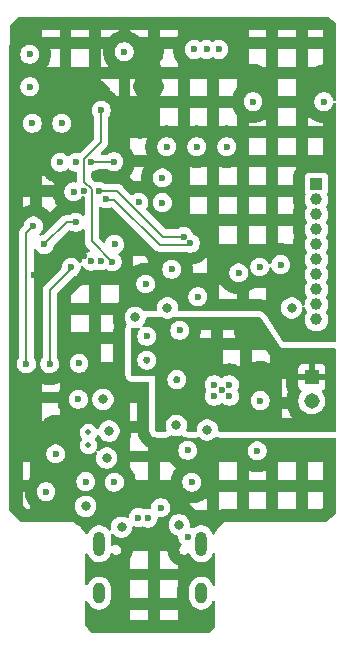
<source format=gbr>
%TF.GenerationSoftware,KiCad,Pcbnew,9.0.4*%
%TF.CreationDate,2025-09-15T16:29:57+02:00*%
%TF.ProjectId,stm32-mcu,73746d33-322d-46d6-9375-2e6b69636164,rev?*%
%TF.SameCoordinates,Original*%
%TF.FileFunction,Copper,L3,Inr*%
%TF.FilePolarity,Positive*%
%FSLAX46Y46*%
G04 Gerber Fmt 4.6, Leading zero omitted, Abs format (unit mm)*
G04 Created by KiCad (PCBNEW 9.0.4) date 2025-09-15 16:29:57*
%MOMM*%
%LPD*%
G01*
G04 APERTURE LIST*
%TA.AperFunction,HeatsinkPad*%
%ADD10O,1.000000X2.100000*%
%TD*%
%TA.AperFunction,HeatsinkPad*%
%ADD11O,1.000000X1.800000*%
%TD*%
%TA.AperFunction,ComponentPad*%
%ADD12R,1.000000X1.000000*%
%TD*%
%TA.AperFunction,ComponentPad*%
%ADD13C,1.000000*%
%TD*%
%TA.AperFunction,HeatsinkPad*%
%ADD14C,0.500000*%
%TD*%
%TA.AperFunction,HeatsinkPad*%
%ADD15C,0.600000*%
%TD*%
%TA.AperFunction,ComponentPad*%
%ADD16R,1.308000X1.308000*%
%TD*%
%TA.AperFunction,ComponentPad*%
%ADD17C,1.308000*%
%TD*%
%TA.AperFunction,ViaPad*%
%ADD18C,0.600000*%
%TD*%
%TA.AperFunction,ViaPad*%
%ADD19C,0.800000*%
%TD*%
%TA.AperFunction,Conductor*%
%ADD20C,0.200000*%
%TD*%
G04 APERTURE END LIST*
D10*
%TO.N,GND*%
%TO.C,J1*%
X135655387Y-115604149D03*
D11*
X135655387Y-119784149D03*
D10*
X144295387Y-115604149D03*
D11*
X144295387Y-119784149D03*
%TD*%
D12*
%TO.N,/LITE_PWM*%
%TO.C,J2*%
X154060387Y-85184149D03*
D13*
%TO.N,/SPI1_MISO*%
X154060387Y-86454149D03*
%TO.N,/SPI1_SCK*%
X154060387Y-87724149D03*
%TO.N,/SPI1_MOSI*%
X154060387Y-88994149D03*
%TO.N,/TFT_CS*%
X154060387Y-90264149D03*
%TO.N,/CARD_CS*%
X154060387Y-91534149D03*
%TO.N,/D{slash}C*%
X154060387Y-92804149D03*
%TO.N,/BOOT*%
X154060387Y-94074149D03*
%TO.N,/5vUSB*%
X154060387Y-95344149D03*
%TO.N,GND*%
X154060387Y-96614149D03*
%TD*%
D14*
%TO.N,GND*%
%TO.C,U2*%
X134757887Y-106176791D03*
X134757887Y-107276791D03*
%TD*%
D15*
%TO.N,GND*%
%TO.C,U8*%
X145414812Y-103110000D03*
X146694812Y-103110000D03*
X145414812Y-102140000D03*
X146694812Y-102140000D03*
%TD*%
D16*
%TO.N,/VBAT*%
%TO.C,J3*%
X153670000Y-101505000D03*
D17*
%TO.N,GND*%
X153670000Y-103505000D03*
%TD*%
D18*
%TO.N,GND*%
X139608465Y-93614335D03*
X146054812Y-102625000D03*
X137790733Y-73950812D03*
X129794000Y-74168000D03*
X129794000Y-76911200D03*
X132486400Y-80010000D03*
X129997200Y-80010000D03*
X141020800Y-86715600D03*
X141020800Y-84632800D03*
X141376400Y-81991200D03*
X154686000Y-78181200D03*
X148691600Y-78181200D03*
X146456400Y-81991200D03*
X143916400Y-81991200D03*
X136956800Y-110388400D03*
X134518400Y-110337600D03*
X131165600Y-111201200D03*
X131978400Y-108000800D03*
X133908800Y-103378000D03*
X133959600Y-100330000D03*
X139700000Y-98044000D03*
X142494000Y-97536000D03*
X149301200Y-103479600D03*
X149047200Y-107746800D03*
X143154400Y-107696000D03*
X143510000Y-110388400D03*
X143175387Y-115029149D03*
%TO.N,/5vUSB*%
X138988800Y-113385600D03*
%TO.N,/ACCEL_INT*%
X136771465Y-91726935D03*
X135839200Y-78892400D03*
%TO.N,/IO_INT*%
X136965387Y-90264149D03*
X144018000Y-94691200D03*
%TO.N,/SPI1_MISO*%
X133286197Y-92191600D03*
X131470400Y-100380800D03*
%TO.N,/RGB_B*%
X145805387Y-73754149D03*
X133506379Y-85810018D03*
%TO.N,/RGB_R*%
X133719140Y-83301649D03*
X144755387Y-73754149D03*
%TO.N,/RGB_G*%
X143705387Y-73754149D03*
X132384800Y-83312000D03*
%TO.N,/MEM_nCE*%
X129507273Y-100380800D03*
X130098800Y-88696800D03*
%TO.N,/BOOT*%
X141798212Y-92367596D03*
X136906000Y-83261200D03*
X135015387Y-83261200D03*
%TO.N,/I2C_SCL*%
X142830457Y-89594149D03*
X135636000Y-85750400D03*
%TO.N,/I2C_SDA*%
X143380000Y-90175528D03*
X136265387Y-86411600D03*
%TO.N,/TFT_CS*%
X147472400Y-92675000D03*
%TO.N,/CARD_CS*%
X149255588Y-92175000D03*
X151034365Y-91969035D03*
%TO.N,/BOOT*%
X139007222Y-86704963D03*
%TO.N,/USB_DM*%
X134987742Y-91690699D03*
X139801600Y-113436400D03*
%TO.N,/USB_DP*%
X140861387Y-112560000D03*
X135832341Y-91651411D03*
%TO.N,/SPI1_SCK*%
X131015387Y-90264149D03*
X133694999Y-88394149D03*
D19*
%TO.N,/5vUSB*%
X141450000Y-95645335D03*
X138716600Y-96436600D03*
D18*
%TO.N,/3v3*%
X136966658Y-80055547D03*
X135382000Y-77622400D03*
X129323661Y-84836976D03*
X130157273Y-92893049D03*
X154705293Y-76290722D03*
X131953363Y-105942085D03*
X129286000Y-103174800D03*
X129295387Y-105990761D03*
X130016269Y-82117349D03*
X131876800Y-76860400D03*
X148742400Y-76250800D03*
X133757885Y-106026843D03*
X133197600Y-76860400D03*
X134366000Y-85750400D03*
X132435600Y-82092800D03*
X133858000Y-77571600D03*
X139842308Y-76871223D03*
X134811875Y-80096051D03*
X139865733Y-73950812D03*
X134349165Y-91208802D03*
X139842308Y-75790000D03*
X139121439Y-80047446D03*
D19*
%TO.N,/5vUSB*%
X135980015Y-103388956D03*
X144830800Y-105968800D03*
X151953865Y-95645335D03*
X136499600Y-106070400D03*
X142443200Y-113995200D03*
X137558812Y-114202170D03*
X142207111Y-105587933D03*
X136296400Y-108356400D03*
X134527221Y-112432500D03*
D18*
%TO.N,/VBAT*%
X144475200Y-100431600D03*
X142240000Y-99720400D03*
D19*
X149310000Y-101430000D03*
X148405000Y-97545000D03*
D18*
%TO.N,/VBAT_SNS*%
X142240000Y-101701600D03*
X139700000Y-100060000D03*
%TD*%
D20*
%TO.N,/ACCEL_INT*%
X135035000Y-89990470D02*
X136771465Y-91726935D01*
X134414387Y-84948844D02*
X135035000Y-85569457D01*
X134414387Y-83012257D02*
X134414387Y-84948844D01*
X135035000Y-85569457D02*
X135035000Y-89990470D01*
X135839200Y-81587444D02*
X134414387Y-83012257D01*
X135839200Y-78892400D02*
X135839200Y-81587444D01*
%TO.N,/SPI1_MISO*%
X131470400Y-94132400D02*
X131470400Y-100380800D01*
X133286197Y-92316603D02*
X131470400Y-94132400D01*
X133286197Y-92191600D02*
X133286197Y-92316603D01*
%TO.N,/MEM_nCE*%
X129507273Y-89288327D02*
X129507273Y-100380800D01*
X130098800Y-88696800D02*
X129507273Y-89288327D01*
%TO.N,/I2C_SCL*%
X142830457Y-89594149D02*
X141040834Y-89594149D01*
X141040834Y-89594149D02*
X137197085Y-85750400D01*
X137197085Y-85750400D02*
X135636000Y-85750400D01*
%TO.N,/I2C_SDA*%
X136954842Y-86459642D02*
X136313429Y-86459642D01*
X136313429Y-86459642D02*
X136265387Y-86411600D01*
X140795535Y-90300335D02*
X136954842Y-86459642D01*
X143380000Y-90175528D02*
X143255193Y-90300335D01*
X143255193Y-90300335D02*
X140795535Y-90300335D01*
%TO.N,/BOOT*%
X135015387Y-83261200D02*
X136906000Y-83261200D01*
%TO.N,/SPI1_SCK*%
X132904972Y-88374564D02*
X131015387Y-90264149D01*
X133675414Y-88374564D02*
X132904972Y-88374564D01*
%TD*%
%TA.AperFunction,Conductor*%
%TO.N,/3v3*%
G36*
X155018102Y-70987285D02*
G01*
X155023113Y-70990681D01*
X155616182Y-71414301D01*
X155656491Y-71462802D01*
X155690520Y-71535783D01*
X155702136Y-71588032D01*
X155709934Y-77966492D01*
X155690331Y-78033556D01*
X155637583Y-78079375D01*
X155568437Y-78089403D01*
X155504846Y-78060456D01*
X155467000Y-78001724D01*
X155464317Y-77990835D01*
X155455738Y-77947710D01*
X155455737Y-77947703D01*
X155455735Y-77947698D01*
X155395397Y-77802027D01*
X155395390Y-77802014D01*
X155307789Y-77670911D01*
X155307786Y-77670907D01*
X155196292Y-77559413D01*
X155196288Y-77559410D01*
X155065185Y-77471809D01*
X155065172Y-77471802D01*
X154919501Y-77411464D01*
X154919489Y-77411461D01*
X154764845Y-77380700D01*
X154764842Y-77380700D01*
X154607158Y-77380700D01*
X154607155Y-77380700D01*
X154452510Y-77411461D01*
X154452498Y-77411464D01*
X154306827Y-77471802D01*
X154306814Y-77471809D01*
X154175711Y-77559410D01*
X154175707Y-77559413D01*
X154064213Y-77670907D01*
X154064210Y-77670911D01*
X153976609Y-77802014D01*
X153976602Y-77802027D01*
X153916264Y-77947698D01*
X153916261Y-77947710D01*
X153885500Y-78102353D01*
X153885500Y-78260046D01*
X153916261Y-78414689D01*
X153916264Y-78414701D01*
X153976602Y-78560372D01*
X153976609Y-78560385D01*
X154064210Y-78691488D01*
X154064213Y-78691492D01*
X154175707Y-78802986D01*
X154175711Y-78802989D01*
X154306814Y-78890590D01*
X154306827Y-78890597D01*
X154452498Y-78950935D01*
X154452503Y-78950937D01*
X154554603Y-78971246D01*
X154607153Y-78981699D01*
X154607156Y-78981700D01*
X154607158Y-78981700D01*
X154764844Y-78981700D01*
X154764845Y-78981699D01*
X154919497Y-78950937D01*
X155065179Y-78890594D01*
X155196289Y-78802989D01*
X155307789Y-78691489D01*
X155395394Y-78560379D01*
X155455737Y-78414697D01*
X155464838Y-78368941D01*
X155497222Y-78307033D01*
X155557937Y-78272458D01*
X155627707Y-78276197D01*
X155684379Y-78317063D01*
X155709961Y-78382080D01*
X155710455Y-78392982D01*
X155734952Y-98430348D01*
X155715349Y-98497412D01*
X155662601Y-98543231D01*
X155610952Y-98554500D01*
X151368920Y-98554500D01*
X151301881Y-98534815D01*
X151265136Y-98498359D01*
X151264517Y-98497412D01*
X149760994Y-96197905D01*
X149693934Y-96115688D01*
X149693931Y-96115684D01*
X149657192Y-96079234D01*
X149657189Y-96079232D01*
X149574461Y-96012833D01*
X149443586Y-95953063D01*
X149376541Y-95933376D01*
X149328597Y-95926483D01*
X149234124Y-95912900D01*
X149234122Y-95912900D01*
X142466014Y-95912900D01*
X142398975Y-95893215D01*
X142353220Y-95840411D01*
X142343276Y-95771253D01*
X142344397Y-95764707D01*
X142350500Y-95734027D01*
X142350500Y-95556641D01*
X142350499Y-95556639D01*
X151053365Y-95556639D01*
X151053365Y-95734030D01*
X151087968Y-95907993D01*
X151087971Y-95908002D01*
X151155848Y-96071875D01*
X151155855Y-96071888D01*
X151254400Y-96219369D01*
X151254403Y-96219373D01*
X151379826Y-96344796D01*
X151379830Y-96344799D01*
X151527311Y-96443344D01*
X151527324Y-96443351D01*
X151650228Y-96494258D01*
X151691199Y-96511229D01*
X151691201Y-96511229D01*
X151691206Y-96511231D01*
X151865169Y-96545834D01*
X151865172Y-96545835D01*
X151865174Y-96545835D01*
X152042558Y-96545835D01*
X152042559Y-96545834D01*
X152100547Y-96534299D01*
X152216523Y-96511231D01*
X152216526Y-96511229D01*
X152216531Y-96511229D01*
X152380412Y-96443348D01*
X152527900Y-96344799D01*
X152653329Y-96219370D01*
X152751878Y-96071882D01*
X152819759Y-95908001D01*
X152854365Y-95734026D01*
X152854365Y-95667659D01*
X152874050Y-95600620D01*
X152926854Y-95554865D01*
X152996012Y-95544921D01*
X153059568Y-95573946D01*
X153097026Y-95631663D01*
X153098339Y-95635993D01*
X153173752Y-95818056D01*
X153173755Y-95818063D01*
X153203488Y-95862561D01*
X153235358Y-95910259D01*
X153256235Y-95976936D01*
X153237750Y-96044316D01*
X153235358Y-96048039D01*
X153173753Y-96140238D01*
X153098337Y-96322309D01*
X153098334Y-96322319D01*
X153059887Y-96515605D01*
X153059887Y-96515608D01*
X153059887Y-96712690D01*
X153059887Y-96712692D01*
X153059886Y-96712692D01*
X153098334Y-96905978D01*
X153098337Y-96905988D01*
X153173751Y-97088056D01*
X153173758Y-97088069D01*
X153283247Y-97251930D01*
X153283250Y-97251934D01*
X153422601Y-97391285D01*
X153422605Y-97391288D01*
X153586466Y-97500777D01*
X153586479Y-97500784D01*
X153768547Y-97576198D01*
X153768552Y-97576200D01*
X153768556Y-97576200D01*
X153768557Y-97576201D01*
X153961843Y-97614649D01*
X153961846Y-97614649D01*
X154158930Y-97614649D01*
X154288969Y-97588781D01*
X154352222Y-97576200D01*
X154534301Y-97500781D01*
X154698169Y-97391288D01*
X154837526Y-97251931D01*
X154947019Y-97088063D01*
X155022438Y-96905984D01*
X155060887Y-96712690D01*
X155060887Y-96515608D01*
X155060887Y-96515605D01*
X155022439Y-96322319D01*
X155022438Y-96322318D01*
X155022438Y-96322314D01*
X155005141Y-96280554D01*
X154947022Y-96140241D01*
X154947020Y-96140237D01*
X154947019Y-96140235D01*
X154885416Y-96048040D01*
X154864538Y-95981363D01*
X154883022Y-95913983D01*
X154885416Y-95910258D01*
X154936170Y-95834299D01*
X154947019Y-95818063D01*
X155022438Y-95635984D01*
X155038220Y-95556644D01*
X155060887Y-95442692D01*
X155060887Y-95245605D01*
X155022439Y-95052319D01*
X155022438Y-95052318D01*
X155022438Y-95052314D01*
X155005637Y-95011752D01*
X154947022Y-94870241D01*
X154947020Y-94870237D01*
X154947019Y-94870235D01*
X154885416Y-94778040D01*
X154864538Y-94711363D01*
X154883022Y-94643983D01*
X154885416Y-94640258D01*
X154904061Y-94612353D01*
X154947019Y-94548063D01*
X155022438Y-94365984D01*
X155039771Y-94278845D01*
X155060887Y-94172692D01*
X155060887Y-93975605D01*
X155022439Y-93782319D01*
X155022438Y-93782318D01*
X155022438Y-93782314D01*
X155014721Y-93763684D01*
X154947022Y-93600241D01*
X154947020Y-93600237D01*
X154947019Y-93600235D01*
X154947015Y-93600229D01*
X154885416Y-93508040D01*
X154864538Y-93441363D01*
X154883022Y-93373983D01*
X154885416Y-93370258D01*
X154898259Y-93351036D01*
X154947019Y-93278063D01*
X155022438Y-93095984D01*
X155052523Y-92944738D01*
X155060887Y-92902692D01*
X155060887Y-92705605D01*
X155022439Y-92512319D01*
X155022438Y-92512318D01*
X155022438Y-92512314D01*
X155009400Y-92480838D01*
X154947022Y-92330241D01*
X154947020Y-92330237D01*
X154947019Y-92330235D01*
X154935159Y-92312485D01*
X154885416Y-92238040D01*
X154864538Y-92171363D01*
X154883022Y-92103983D01*
X154885416Y-92100258D01*
X154906244Y-92069087D01*
X154947019Y-92008063D01*
X154955160Y-91988410D01*
X154981021Y-91925975D01*
X155022438Y-91825984D01*
X155051216Y-91681311D01*
X155060887Y-91632692D01*
X155060887Y-91435605D01*
X155022439Y-91242319D01*
X155022438Y-91242318D01*
X155022438Y-91242314D01*
X155011806Y-91216646D01*
X154947022Y-91060241D01*
X154947020Y-91060237D01*
X154947019Y-91060235D01*
X154885416Y-90968040D01*
X154864538Y-90901363D01*
X154883022Y-90833983D01*
X154885416Y-90830258D01*
X154918426Y-90780855D01*
X154947019Y-90738063D01*
X155022438Y-90555984D01*
X155039345Y-90470990D01*
X155060887Y-90362692D01*
X155060887Y-90165605D01*
X155022439Y-89972319D01*
X155022438Y-89972318D01*
X155022438Y-89972314D01*
X155022436Y-89972309D01*
X154947022Y-89790241D01*
X154947020Y-89790237D01*
X154947019Y-89790235D01*
X154885416Y-89698040D01*
X154864538Y-89631363D01*
X154883022Y-89563983D01*
X154885416Y-89560258D01*
X154900915Y-89537062D01*
X154947019Y-89468063D01*
X155022438Y-89285984D01*
X155046725Y-89163886D01*
X155060887Y-89092692D01*
X155060887Y-88895605D01*
X155022439Y-88702319D01*
X155022438Y-88702318D01*
X155022438Y-88702314D01*
X155022436Y-88702309D01*
X154947022Y-88520241D01*
X154947020Y-88520237D01*
X154947019Y-88520235D01*
X154885416Y-88428040D01*
X154864538Y-88361363D01*
X154883022Y-88293983D01*
X154885416Y-88290258D01*
X154898259Y-88271036D01*
X154947019Y-88198063D01*
X155022438Y-88015984D01*
X155035019Y-87952731D01*
X155060887Y-87822692D01*
X155060887Y-87625605D01*
X155060886Y-87625600D01*
X155022439Y-87432319D01*
X155022438Y-87432318D01*
X155022438Y-87432314D01*
X154991594Y-87357849D01*
X154947022Y-87250241D01*
X154947020Y-87250237D01*
X154947019Y-87250235D01*
X154918554Y-87207634D01*
X154885416Y-87158040D01*
X154864538Y-87091363D01*
X154883022Y-87023983D01*
X154885416Y-87020258D01*
X154917414Y-86972369D01*
X154947019Y-86928063D01*
X155022438Y-86745984D01*
X155049384Y-86610518D01*
X155060887Y-86552692D01*
X155060887Y-86355605D01*
X155022439Y-86162319D01*
X155022438Y-86162318D01*
X155022438Y-86162314D01*
X154980067Y-86060022D01*
X154972599Y-85990556D01*
X154995364Y-85938260D01*
X155004183Y-85926480D01*
X155054478Y-85791632D01*
X155060887Y-85732022D01*
X155060886Y-84636277D01*
X155054478Y-84576666D01*
X155046008Y-84553958D01*
X155004184Y-84441820D01*
X155004180Y-84441813D01*
X154917934Y-84326604D01*
X154917931Y-84326601D01*
X154802722Y-84240355D01*
X154802715Y-84240351D01*
X154667869Y-84190057D01*
X154667870Y-84190057D01*
X154608270Y-84183650D01*
X154608268Y-84183649D01*
X154608260Y-84183649D01*
X154608251Y-84183649D01*
X153512516Y-84183649D01*
X153512510Y-84183650D01*
X153452903Y-84190057D01*
X153318058Y-84240351D01*
X153318051Y-84240355D01*
X153202842Y-84326601D01*
X153202839Y-84326604D01*
X153116593Y-84441813D01*
X153116589Y-84441820D01*
X153066295Y-84576666D01*
X153061682Y-84619577D01*
X153059888Y-84636272D01*
X153059887Y-84636284D01*
X153059887Y-85732019D01*
X153059888Y-85732025D01*
X153066295Y-85791632D01*
X153116589Y-85926477D01*
X153116593Y-85926484D01*
X153125410Y-85938262D01*
X153149827Y-86003727D01*
X153140705Y-86060023D01*
X153126710Y-86093811D01*
X153098337Y-86162313D01*
X153098335Y-86162317D01*
X153098334Y-86162320D01*
X153059887Y-86355605D01*
X153059887Y-86355608D01*
X153059887Y-86552690D01*
X153059887Y-86552692D01*
X153059886Y-86552692D01*
X153098334Y-86745978D01*
X153098337Y-86745988D01*
X153173752Y-86928056D01*
X153173755Y-86928063D01*
X153217455Y-86993465D01*
X153235358Y-87020259D01*
X153256235Y-87086936D01*
X153237750Y-87154316D01*
X153235358Y-87158039D01*
X153173753Y-87250238D01*
X153098337Y-87432309D01*
X153098334Y-87432319D01*
X153059888Y-87625600D01*
X153059887Y-87625605D01*
X153059887Y-87625608D01*
X153059887Y-87822690D01*
X153059887Y-87822692D01*
X153059886Y-87822692D01*
X153098334Y-88015978D01*
X153098337Y-88015988D01*
X153168968Y-88186507D01*
X153173755Y-88198063D01*
X153217739Y-88263889D01*
X153235358Y-88290259D01*
X153256235Y-88356936D01*
X153237750Y-88424316D01*
X153235358Y-88428039D01*
X153173753Y-88520238D01*
X153098337Y-88702309D01*
X153098334Y-88702319D01*
X153059887Y-88895605D01*
X153059887Y-88895608D01*
X153059887Y-89092690D01*
X153059887Y-89092692D01*
X153059886Y-89092692D01*
X153098334Y-89285978D01*
X153098337Y-89285988D01*
X153172955Y-89466132D01*
X153173755Y-89468063D01*
X153198250Y-89504722D01*
X153235358Y-89560259D01*
X153256235Y-89626936D01*
X153237750Y-89694316D01*
X153235358Y-89698039D01*
X153173753Y-89790238D01*
X153098337Y-89972309D01*
X153098334Y-89972319D01*
X153059887Y-90165605D01*
X153059887Y-90165608D01*
X153059887Y-90362690D01*
X153059887Y-90362692D01*
X153059886Y-90362692D01*
X153098334Y-90555978D01*
X153098337Y-90555988D01*
X153152114Y-90685817D01*
X153173755Y-90738063D01*
X153198060Y-90774438D01*
X153235358Y-90830259D01*
X153256235Y-90896936D01*
X153237750Y-90964316D01*
X153235358Y-90968039D01*
X153173753Y-91060238D01*
X153098337Y-91242309D01*
X153098334Y-91242319D01*
X153059887Y-91435605D01*
X153059887Y-91435608D01*
X153059887Y-91632690D01*
X153059887Y-91632692D01*
X153059886Y-91632692D01*
X153098334Y-91825978D01*
X153098337Y-91825988D01*
X153168240Y-91994749D01*
X153173755Y-92008063D01*
X153203921Y-92053210D01*
X153235358Y-92100259D01*
X153256235Y-92166936D01*
X153237750Y-92234316D01*
X153235358Y-92238039D01*
X153173753Y-92330238D01*
X153098337Y-92512309D01*
X153098334Y-92512319D01*
X153059887Y-92705605D01*
X153059887Y-92705608D01*
X153059887Y-92902690D01*
X153059887Y-92902692D01*
X153059886Y-92902692D01*
X153098334Y-93095978D01*
X153098337Y-93095988D01*
X153155982Y-93235156D01*
X153173755Y-93278063D01*
X153217739Y-93343889D01*
X153235358Y-93370259D01*
X153256235Y-93436936D01*
X153237750Y-93504316D01*
X153235358Y-93508039D01*
X153173753Y-93600238D01*
X153098337Y-93782309D01*
X153098334Y-93782319D01*
X153059887Y-93975605D01*
X153059887Y-93975608D01*
X153059887Y-94172690D01*
X153059887Y-94172692D01*
X153059886Y-94172692D01*
X153098334Y-94365978D01*
X153098337Y-94365988D01*
X153173752Y-94548056D01*
X153173755Y-94548063D01*
X153196281Y-94581775D01*
X153235358Y-94640259D01*
X153256235Y-94706936D01*
X153237750Y-94774316D01*
X153235358Y-94778039D01*
X153173753Y-94870238D01*
X153098337Y-95052309D01*
X153098334Y-95052319D01*
X153059887Y-95245605D01*
X153059887Y-95339000D01*
X153040202Y-95406039D01*
X152987398Y-95451794D01*
X152918240Y-95461738D01*
X152854684Y-95432713D01*
X152821326Y-95386452D01*
X152751881Y-95218794D01*
X152751874Y-95218781D01*
X152653329Y-95071300D01*
X152653326Y-95071296D01*
X152527903Y-94945873D01*
X152527899Y-94945870D01*
X152380418Y-94847325D01*
X152380405Y-94847318D01*
X152216532Y-94779441D01*
X152216523Y-94779438D01*
X152042559Y-94744835D01*
X152042556Y-94744835D01*
X151865174Y-94744835D01*
X151865171Y-94744835D01*
X151691206Y-94779438D01*
X151691197Y-94779441D01*
X151527324Y-94847318D01*
X151527311Y-94847325D01*
X151379830Y-94945870D01*
X151379826Y-94945873D01*
X151254403Y-95071296D01*
X151254400Y-95071300D01*
X151155855Y-95218781D01*
X151155848Y-95218794D01*
X151087971Y-95382667D01*
X151087968Y-95382676D01*
X151053365Y-95556639D01*
X142350499Y-95556639D01*
X142315896Y-95382676D01*
X142315893Y-95382667D01*
X142248016Y-95218794D01*
X142248009Y-95218781D01*
X142149464Y-95071300D01*
X142149461Y-95071296D01*
X142024038Y-94945873D01*
X142024034Y-94945870D01*
X141876553Y-94847325D01*
X141876540Y-94847318D01*
X141712667Y-94779441D01*
X141712658Y-94779438D01*
X141538694Y-94744835D01*
X141538691Y-94744835D01*
X141361309Y-94744835D01*
X141361306Y-94744835D01*
X141187341Y-94779438D01*
X141187332Y-94779441D01*
X141023459Y-94847318D01*
X141023446Y-94847325D01*
X140875965Y-94945870D01*
X140875961Y-94945873D01*
X140750538Y-95071296D01*
X140750535Y-95071300D01*
X140651990Y-95218781D01*
X140651983Y-95218794D01*
X140584106Y-95382667D01*
X140584103Y-95382676D01*
X140549500Y-95556639D01*
X140549500Y-95734027D01*
X140555603Y-95764707D01*
X140549376Y-95834299D01*
X140506514Y-95889477D01*
X140440625Y-95912722D01*
X140433986Y-95912900D01*
X139739994Y-95912900D01*
X139656913Y-95919778D01*
X139656901Y-95919779D01*
X139616678Y-95926483D01*
X139566474Y-95939182D01*
X139496654Y-95936537D01*
X139439348Y-95896565D01*
X139432967Y-95887861D01*
X139416063Y-95862563D01*
X139290638Y-95737138D01*
X139290634Y-95737135D01*
X139143153Y-95638590D01*
X139143140Y-95638583D01*
X138979267Y-95570706D01*
X138979258Y-95570703D01*
X138805294Y-95536100D01*
X138805291Y-95536100D01*
X138627909Y-95536100D01*
X138627906Y-95536100D01*
X138453941Y-95570703D01*
X138453932Y-95570706D01*
X138290059Y-95638583D01*
X138290046Y-95638590D01*
X138142565Y-95737135D01*
X138142561Y-95737138D01*
X138017138Y-95862561D01*
X138017135Y-95862565D01*
X137918590Y-96010046D01*
X137918583Y-96010059D01*
X137850706Y-96173932D01*
X137850703Y-96173941D01*
X137816100Y-96347904D01*
X137816100Y-96525295D01*
X137850703Y-96699258D01*
X137850706Y-96699267D01*
X137918583Y-96863140D01*
X137918590Y-96863153D01*
X137978763Y-96953207D01*
X137999641Y-97019884D01*
X137981157Y-97087264D01*
X137978156Y-97091349D01*
X137973630Y-97098391D01*
X137913864Y-97229257D01*
X137913862Y-97229264D01*
X137894177Y-97296303D01*
X137894176Y-97296307D01*
X137873700Y-97438723D01*
X137873700Y-97506941D01*
X137873700Y-98014941D01*
X137873700Y-100030941D01*
X137873700Y-101272800D01*
X137873701Y-101272809D01*
X137885252Y-101380250D01*
X137885254Y-101380262D01*
X137896460Y-101431772D01*
X137930583Y-101534297D01*
X137930586Y-101534303D01*
X137930587Y-101534304D01*
X138008375Y-101655343D01*
X138023277Y-101672541D01*
X138054130Y-101708147D01*
X138162864Y-101802367D01*
X138293741Y-101862138D01*
X138360780Y-101881823D01*
X138360784Y-101881824D01*
X138503200Y-101902300D01*
X139781700Y-101902300D01*
X139848739Y-101921985D01*
X139894494Y-101974789D01*
X139905700Y-102026300D01*
X139905700Y-102110941D01*
X139905700Y-103450541D01*
X139905700Y-105997200D01*
X139905701Y-105997209D01*
X139917252Y-106104650D01*
X139917254Y-106104662D01*
X139928460Y-106156172D01*
X139962583Y-106258697D01*
X139962586Y-106258703D01*
X140040371Y-106379737D01*
X140040379Y-106379748D01*
X140086123Y-106432540D01*
X140086126Y-106432543D01*
X140086130Y-106432547D01*
X140194864Y-106526767D01*
X140194867Y-106526768D01*
X140194868Y-106526769D01*
X140294711Y-106572367D01*
X140325741Y-106586538D01*
X140392780Y-106606223D01*
X140392784Y-106606224D01*
X140535200Y-106626700D01*
X140535203Y-106626700D01*
X141267709Y-106626700D01*
X141267724Y-106626700D01*
X141330728Y-106622758D01*
X141361393Y-106618906D01*
X141423394Y-106607148D01*
X141556323Y-106552090D01*
X141616412Y-106516439D01*
X141616413Y-106516438D01*
X141620347Y-106513382D01*
X141621578Y-106512275D01*
X141721817Y-106431500D01*
X141786366Y-106404765D01*
X141847071Y-106413494D01*
X141944445Y-106453827D01*
X141944447Y-106453827D01*
X141944452Y-106453829D01*
X142118415Y-106488432D01*
X142118418Y-106488433D01*
X142118420Y-106488433D01*
X142295804Y-106488433D01*
X142295805Y-106488432D01*
X142353793Y-106476897D01*
X142469769Y-106453829D01*
X142469771Y-106453828D01*
X142469777Y-106453827D01*
X142569652Y-106412457D01*
X142639119Y-106404989D01*
X142698303Y-106433306D01*
X142806162Y-106526767D01*
X142806165Y-106526768D01*
X142806166Y-106526769D01*
X142906009Y-106572367D01*
X142937039Y-106586538D01*
X143004078Y-106606223D01*
X143004082Y-106606224D01*
X143146498Y-106626700D01*
X143146501Y-106626700D01*
X143806290Y-106626700D01*
X143806300Y-106626700D01*
X143913756Y-106615147D01*
X143965267Y-106603941D01*
X144063036Y-106571399D01*
X144132856Y-106568905D01*
X144189873Y-106601373D01*
X144256761Y-106668261D01*
X144256765Y-106668264D01*
X144404246Y-106766809D01*
X144404259Y-106766816D01*
X144480451Y-106798375D01*
X144568134Y-106834694D01*
X144568136Y-106834694D01*
X144568141Y-106834696D01*
X144742104Y-106869299D01*
X144742107Y-106869300D01*
X144742109Y-106869300D01*
X144919493Y-106869300D01*
X144919494Y-106869299D01*
X144977482Y-106857764D01*
X145093458Y-106834696D01*
X145093461Y-106834694D01*
X145093466Y-106834694D01*
X145233335Y-106776758D01*
X145257340Y-106766816D01*
X145257340Y-106766815D01*
X145257347Y-106766813D01*
X145404835Y-106668264D01*
X145475619Y-106597479D01*
X145536939Y-106563995D01*
X145606631Y-106568979D01*
X145614808Y-106572365D01*
X145645841Y-106586538D01*
X145712880Y-106606223D01*
X145712884Y-106606224D01*
X145855300Y-106626700D01*
X145855303Y-106626700D01*
X155621123Y-106626700D01*
X155688162Y-106646385D01*
X155733917Y-106699189D01*
X155745123Y-106750548D01*
X155752728Y-112971828D01*
X155733125Y-113038892D01*
X155708111Y-113067239D01*
X154872889Y-113763259D01*
X154808786Y-113791055D01*
X154793506Y-113792000D01*
X146253200Y-113792000D01*
X145623135Y-114464069D01*
X145491200Y-114604800D01*
X145491200Y-114703275D01*
X145471515Y-114770314D01*
X145418711Y-114816069D01*
X145349553Y-114826013D01*
X145285997Y-114796988D01*
X145252639Y-114750727D01*
X145182022Y-114580241D01*
X145182015Y-114580228D01*
X145072526Y-114416367D01*
X145072523Y-114416363D01*
X144933172Y-114277012D01*
X144933168Y-114277009D01*
X144769307Y-114167520D01*
X144769294Y-114167513D01*
X144587226Y-114092099D01*
X144587216Y-114092096D01*
X144393930Y-114053649D01*
X144393928Y-114053649D01*
X144196846Y-114053649D01*
X144196844Y-114053649D01*
X144003557Y-114092096D01*
X144003547Y-114092099D01*
X143821479Y-114167513D01*
X143821466Y-114167520D01*
X143657608Y-114277007D01*
X143657599Y-114277014D01*
X143655780Y-114278834D01*
X143654593Y-114279481D01*
X143652901Y-114280871D01*
X143652637Y-114280549D01*
X143594454Y-114312314D01*
X143524763Y-114307324D01*
X143520654Y-114305707D01*
X143410424Y-114260049D01*
X143356020Y-114216209D01*
X143333955Y-114149915D01*
X143336258Y-114121302D01*
X143343700Y-114083891D01*
X143343700Y-113906509D01*
X143343700Y-113906506D01*
X143343699Y-113906504D01*
X143309096Y-113732541D01*
X143309093Y-113732532D01*
X143307348Y-113728320D01*
X143265851Y-113628135D01*
X143241216Y-113568659D01*
X143241209Y-113568646D01*
X143142664Y-113421165D01*
X143142661Y-113421161D01*
X143017238Y-113295738D01*
X143017234Y-113295735D01*
X142869753Y-113197190D01*
X142869740Y-113197183D01*
X142705867Y-113129306D01*
X142705858Y-113129303D01*
X142531894Y-113094700D01*
X142531891Y-113094700D01*
X142354509Y-113094700D01*
X142354506Y-113094700D01*
X142180541Y-113129303D01*
X142180532Y-113129306D01*
X142016659Y-113197183D01*
X142016646Y-113197190D01*
X141869165Y-113295735D01*
X141869161Y-113295738D01*
X141743738Y-113421161D01*
X141743735Y-113421165D01*
X141645190Y-113568646D01*
X141645183Y-113568659D01*
X141577306Y-113732532D01*
X141577303Y-113732541D01*
X141542700Y-113906504D01*
X141542700Y-114083895D01*
X141577303Y-114257858D01*
X141577306Y-114257867D01*
X141645183Y-114421740D01*
X141645190Y-114421753D01*
X141743735Y-114569234D01*
X141743738Y-114569238D01*
X141869161Y-114694661D01*
X141869165Y-114694664D01*
X142016646Y-114793209D01*
X142016659Y-114793216D01*
X142095840Y-114826013D01*
X142180534Y-114861094D01*
X142275078Y-114879900D01*
X142336989Y-114912284D01*
X142371563Y-114973000D01*
X142374887Y-115001517D01*
X142374887Y-115107995D01*
X142405648Y-115262638D01*
X142405651Y-115262650D01*
X142465989Y-115408321D01*
X142465996Y-115408334D01*
X142553597Y-115539437D01*
X142553600Y-115539441D01*
X142603292Y-115589133D01*
X142636777Y-115650456D01*
X142631793Y-115720148D01*
X142603293Y-115764495D01*
X142524901Y-115842887D01*
X142524900Y-115842889D01*
X142468885Y-115939909D01*
X142468884Y-115939912D01*
X142439887Y-116048131D01*
X142439887Y-116160167D01*
X142468884Y-116268386D01*
X142524902Y-116365412D01*
X142604124Y-116444634D01*
X142701150Y-116500652D01*
X142809369Y-116529649D01*
X142809371Y-116529649D01*
X142921403Y-116529649D01*
X142921405Y-116529649D01*
X143029624Y-116500652D01*
X143126650Y-116444634D01*
X143141179Y-116430104D01*
X143202499Y-116396619D01*
X143272191Y-116401602D01*
X143328125Y-116443472D01*
X143343421Y-116470333D01*
X143408751Y-116628056D01*
X143408758Y-116628069D01*
X143518247Y-116791930D01*
X143518250Y-116791934D01*
X143657601Y-116931285D01*
X143657605Y-116931288D01*
X143821466Y-117040777D01*
X143821479Y-117040784D01*
X144003547Y-117116198D01*
X144003552Y-117116200D01*
X144003556Y-117116200D01*
X144003557Y-117116201D01*
X144196843Y-117154649D01*
X144196846Y-117154649D01*
X144393930Y-117154649D01*
X144523969Y-117128781D01*
X144587222Y-117116200D01*
X144728042Y-117057870D01*
X144769294Y-117040784D01*
X144769294Y-117040783D01*
X144769301Y-117040781D01*
X144933169Y-116931288D01*
X145072526Y-116791931D01*
X145182019Y-116628063D01*
X145252639Y-116457570D01*
X145296479Y-116403166D01*
X145362773Y-116381101D01*
X145430473Y-116398380D01*
X145478084Y-116449517D01*
X145491200Y-116505022D01*
X145491200Y-119033275D01*
X145471515Y-119100314D01*
X145418711Y-119146069D01*
X145349553Y-119156013D01*
X145285997Y-119126988D01*
X145252639Y-119080727D01*
X145182022Y-118910241D01*
X145182015Y-118910228D01*
X145072526Y-118746367D01*
X145072523Y-118746363D01*
X144933172Y-118607012D01*
X144933168Y-118607009D01*
X144769307Y-118497520D01*
X144769294Y-118497513D01*
X144587226Y-118422099D01*
X144587216Y-118422096D01*
X144393930Y-118383649D01*
X144393928Y-118383649D01*
X144196846Y-118383649D01*
X144196844Y-118383649D01*
X144003557Y-118422096D01*
X144003547Y-118422099D01*
X143821479Y-118497513D01*
X143821466Y-118497520D01*
X143657605Y-118607009D01*
X143657601Y-118607012D01*
X143518250Y-118746363D01*
X143518247Y-118746367D01*
X143408758Y-118910228D01*
X143408751Y-118910241D01*
X143333337Y-119092309D01*
X143333334Y-119092319D01*
X143294887Y-119285605D01*
X143294887Y-119285608D01*
X143294887Y-120282690D01*
X143294887Y-120282692D01*
X143294886Y-120282692D01*
X143333334Y-120475978D01*
X143333337Y-120475988D01*
X143408751Y-120658056D01*
X143408758Y-120658069D01*
X143518247Y-120821930D01*
X143518250Y-120821934D01*
X143657601Y-120961285D01*
X143657605Y-120961288D01*
X143821466Y-121070777D01*
X143821479Y-121070784D01*
X144003547Y-121146198D01*
X144003552Y-121146200D01*
X144003556Y-121146200D01*
X144003557Y-121146201D01*
X144196843Y-121184649D01*
X144196846Y-121184649D01*
X144393930Y-121184649D01*
X144523969Y-121158781D01*
X144587222Y-121146200D01*
X144769301Y-121070781D01*
X144933169Y-120961288D01*
X145072526Y-120821931D01*
X145182019Y-120658063D01*
X145252639Y-120487570D01*
X145296479Y-120433166D01*
X145362773Y-120411101D01*
X145430473Y-120428380D01*
X145478084Y-120479517D01*
X145491200Y-120535022D01*
X145491200Y-122532164D01*
X145471515Y-122599203D01*
X145458607Y-122615954D01*
X144969259Y-123149790D01*
X144909449Y-123185907D01*
X144877852Y-123190000D01*
X135041963Y-123190000D01*
X134974924Y-123170315D01*
X134938789Y-123134783D01*
X134488426Y-122459239D01*
X134467618Y-122392540D01*
X134467600Y-122390456D01*
X134467600Y-122066000D01*
X138314800Y-122066000D01*
X139816800Y-122066000D01*
X140814800Y-122066000D01*
X142316800Y-122066000D01*
X142316800Y-121215600D01*
X140814800Y-121215600D01*
X140814800Y-122066000D01*
X139816800Y-122066000D01*
X139816800Y-121215600D01*
X138314800Y-121215600D01*
X138314800Y-122066000D01*
X134467600Y-122066000D01*
X134467600Y-120554399D01*
X134487285Y-120487360D01*
X134540089Y-120441605D01*
X134609247Y-120431661D01*
X134672803Y-120460686D01*
X134706161Y-120506947D01*
X134768751Y-120658056D01*
X134768758Y-120658069D01*
X134878247Y-120821930D01*
X134878250Y-120821934D01*
X135017601Y-120961285D01*
X135017605Y-120961288D01*
X135181466Y-121070777D01*
X135181479Y-121070784D01*
X135363547Y-121146198D01*
X135363552Y-121146200D01*
X135363556Y-121146200D01*
X135363557Y-121146201D01*
X135556843Y-121184649D01*
X135556846Y-121184649D01*
X135753930Y-121184649D01*
X135883969Y-121158781D01*
X135947222Y-121146200D01*
X136129301Y-121070781D01*
X136293169Y-120961288D01*
X136432526Y-120821931D01*
X136542019Y-120658063D01*
X136617438Y-120475984D01*
X136655887Y-120282690D01*
X136655887Y-120217600D01*
X138314800Y-120217600D01*
X139816800Y-120217600D01*
X140814800Y-120217600D01*
X142296887Y-120217600D01*
X142296887Y-119261108D01*
X142297036Y-119255025D01*
X142298842Y-119218253D01*
X142299290Y-119212183D01*
X142304093Y-119163411D01*
X142304838Y-119157370D01*
X142310242Y-119120938D01*
X142311283Y-119114941D01*
X142316800Y-119087205D01*
X142316800Y-118715600D01*
X140814800Y-118715600D01*
X140814800Y-120217600D01*
X139816800Y-120217600D01*
X139816800Y-118715600D01*
X138314800Y-118715600D01*
X138314800Y-120217600D01*
X136655887Y-120217600D01*
X136655887Y-119285608D01*
X136655887Y-119285605D01*
X136617439Y-119092319D01*
X136617438Y-119092318D01*
X136617438Y-119092314D01*
X136607948Y-119069403D01*
X136542022Y-118910241D01*
X136542015Y-118910228D01*
X136432526Y-118746367D01*
X136432523Y-118746363D01*
X136293172Y-118607012D01*
X136293168Y-118607009D01*
X136129307Y-118497520D01*
X136129294Y-118497513D01*
X135947226Y-118422099D01*
X135947216Y-118422096D01*
X135753930Y-118383649D01*
X135753928Y-118383649D01*
X135556846Y-118383649D01*
X135556844Y-118383649D01*
X135363557Y-118422096D01*
X135363547Y-118422099D01*
X135181479Y-118497513D01*
X135181466Y-118497520D01*
X135017605Y-118607009D01*
X135017601Y-118607012D01*
X134878250Y-118746363D01*
X134878247Y-118746367D01*
X134768758Y-118910228D01*
X134768751Y-118910241D01*
X134706161Y-119061350D01*
X134662320Y-119115754D01*
X134596026Y-119137819D01*
X134528327Y-119120540D01*
X134480716Y-119069403D01*
X134467600Y-119013898D01*
X134467600Y-116524399D01*
X134487285Y-116457360D01*
X134540089Y-116411605D01*
X134609247Y-116401661D01*
X134672803Y-116430686D01*
X134706161Y-116476947D01*
X134768751Y-116628056D01*
X134768758Y-116628069D01*
X134878247Y-116791930D01*
X134878250Y-116791934D01*
X135017601Y-116931285D01*
X135017605Y-116931288D01*
X135181466Y-117040777D01*
X135181479Y-117040784D01*
X135363547Y-117116198D01*
X135363552Y-117116200D01*
X135363556Y-117116200D01*
X135363557Y-117116201D01*
X135556843Y-117154649D01*
X135556846Y-117154649D01*
X135753930Y-117154649D01*
X135883969Y-117128781D01*
X135947222Y-117116200D01*
X136088042Y-117057870D01*
X136129294Y-117040784D01*
X136129294Y-117040783D01*
X136129301Y-117040781D01*
X136293169Y-116931288D01*
X136402715Y-116821742D01*
X138314800Y-116821742D01*
X138314800Y-117717600D01*
X139816800Y-117717600D01*
X140814800Y-117717600D01*
X142316800Y-117717600D01*
X142316800Y-117421676D01*
X142289049Y-117410182D01*
X142281656Y-117406832D01*
X142237610Y-117385111D01*
X142230454Y-117381286D01*
X142076819Y-117292585D01*
X142069929Y-117288301D01*
X142029095Y-117261017D01*
X142022497Y-117256288D01*
X141970645Y-117216499D01*
X141964372Y-117211352D01*
X141927458Y-117178978D01*
X141921538Y-117173432D01*
X141796104Y-117047998D01*
X141790558Y-117042078D01*
X141758184Y-117005164D01*
X141753037Y-116998891D01*
X141713248Y-116947039D01*
X141708519Y-116940441D01*
X141681235Y-116899607D01*
X141676951Y-116892717D01*
X141588250Y-116739082D01*
X141584425Y-116731926D01*
X141562704Y-116687880D01*
X141559354Y-116680487D01*
X141534343Y-116620102D01*
X141531486Y-116612510D01*
X141515703Y-116566016D01*
X141513347Y-116558250D01*
X141467436Y-116386904D01*
X141465594Y-116379003D01*
X141456015Y-116330848D01*
X141454693Y-116322845D01*
X141446160Y-116258045D01*
X141445364Y-116249966D01*
X141443112Y-116215600D01*
X140814800Y-116215600D01*
X140814800Y-117717600D01*
X139816800Y-117717600D01*
X139816800Y-116215600D01*
X138507662Y-116215600D01*
X138505410Y-116249966D01*
X138504614Y-116258045D01*
X138496081Y-116322845D01*
X138494759Y-116330848D01*
X138485180Y-116379003D01*
X138483338Y-116386904D01*
X138437427Y-116558250D01*
X138435071Y-116566016D01*
X138419288Y-116612510D01*
X138416431Y-116620102D01*
X138391420Y-116680487D01*
X138388070Y-116687880D01*
X138366349Y-116731926D01*
X138362524Y-116739082D01*
X138314800Y-116821742D01*
X136402715Y-116821742D01*
X136432526Y-116791931D01*
X136542019Y-116628063D01*
X136542020Y-116628060D01*
X136542022Y-116628057D01*
X136582783Y-116529649D01*
X136607352Y-116470331D01*
X136651192Y-116415929D01*
X136717486Y-116393864D01*
X136785186Y-116411143D01*
X136809594Y-116430104D01*
X136824124Y-116444634D01*
X136921150Y-116500652D01*
X137029369Y-116529649D01*
X137029371Y-116529649D01*
X137141403Y-116529649D01*
X137141405Y-116529649D01*
X137249624Y-116500652D01*
X137346650Y-116444634D01*
X137425872Y-116365412D01*
X137481890Y-116268386D01*
X137510887Y-116160167D01*
X137510887Y-116048131D01*
X137481890Y-115939912D01*
X137425872Y-115842886D01*
X137346650Y-115763664D01*
X137249624Y-115707646D01*
X137141405Y-115678649D01*
X137029369Y-115678649D01*
X136921150Y-115707646D01*
X136921147Y-115707647D01*
X136841887Y-115753408D01*
X136773986Y-115769881D01*
X136707960Y-115747028D01*
X136664769Y-115692107D01*
X136655887Y-115646021D01*
X136655887Y-114955605D01*
X136640272Y-114877105D01*
X136646499Y-114807513D01*
X136689362Y-114752336D01*
X136755252Y-114729091D01*
X136823249Y-114745159D01*
X136855000Y-114771937D01*
X136855040Y-114771898D01*
X136855505Y-114772363D01*
X136857747Y-114774254D01*
X136859352Y-114776210D01*
X136984773Y-114901631D01*
X136984777Y-114901634D01*
X137132258Y-115000179D01*
X137132271Y-115000186D01*
X137255175Y-115051093D01*
X137296146Y-115068064D01*
X137296148Y-115068064D01*
X137296153Y-115068066D01*
X137470116Y-115102669D01*
X137470119Y-115102670D01*
X137470121Y-115102670D01*
X137647505Y-115102670D01*
X137647506Y-115102669D01*
X137705494Y-115091134D01*
X137821470Y-115068066D01*
X137821473Y-115068064D01*
X137821478Y-115068064D01*
X137975840Y-115004126D01*
X137985352Y-115000186D01*
X137985352Y-115000185D01*
X137985359Y-115000183D01*
X138132847Y-114901634D01*
X138258276Y-114776205D01*
X138356825Y-114628717D01*
X138424706Y-114464836D01*
X138433279Y-114421740D01*
X138449677Y-114339301D01*
X138459312Y-114290861D01*
X138459312Y-114218313D01*
X138478997Y-114151274D01*
X138531801Y-114105519D01*
X138600959Y-114095575D01*
X138630764Y-114103752D01*
X138719780Y-114140623D01*
X138755303Y-114155337D01*
X138890819Y-114182293D01*
X138909953Y-114186099D01*
X138909956Y-114186100D01*
X138909958Y-114186100D01*
X139067644Y-114186100D01*
X139067645Y-114186099D01*
X139222297Y-114155337D01*
X139293419Y-114125876D01*
X139362887Y-114118408D01*
X139409760Y-114137335D01*
X139422420Y-114145794D01*
X139422422Y-114145795D01*
X139568098Y-114206135D01*
X139568103Y-114206137D01*
X139722753Y-114236899D01*
X139722756Y-114236900D01*
X139722758Y-114236900D01*
X139880444Y-114236900D01*
X139880445Y-114236899D01*
X140035097Y-114206137D01*
X140180779Y-114145794D01*
X140311889Y-114058189D01*
X140423389Y-113946689D01*
X140510994Y-113815579D01*
X140571337Y-113669897D01*
X140602100Y-113515242D01*
X140602100Y-113475701D01*
X140621785Y-113408662D01*
X140674589Y-113362907D01*
X140743747Y-113352963D01*
X140750263Y-113354078D01*
X140782545Y-113360500D01*
X140940231Y-113360500D01*
X140940232Y-113360499D01*
X141094884Y-113329737D01*
X141240566Y-113269394D01*
X141371676Y-113181789D01*
X141483176Y-113070289D01*
X141570781Y-112939179D01*
X141631124Y-112793497D01*
X141661887Y-112638842D01*
X141661887Y-112481158D01*
X141661887Y-112481155D01*
X141661886Y-112481153D01*
X141661566Y-112479543D01*
X141631124Y-112326503D01*
X141573299Y-112186900D01*
X141570784Y-112180827D01*
X141570777Y-112180814D01*
X141570413Y-112180269D01*
X143314800Y-112180269D01*
X143314800Y-112303570D01*
X143318577Y-112305471D01*
X143361799Y-112328573D01*
X143367094Y-112331573D01*
X143398688Y-112350509D01*
X143403832Y-112353766D01*
X143592069Y-112479543D01*
X143597045Y-112483047D01*
X143626617Y-112504979D01*
X143631415Y-112508724D01*
X143669297Y-112539813D01*
X143673904Y-112543787D01*
X143701191Y-112568518D01*
X143705600Y-112572716D01*
X143850484Y-112717600D01*
X144816800Y-112717600D01*
X145814800Y-112717600D01*
X145905699Y-112717600D01*
X145996599Y-112678219D01*
X146045893Y-112668000D01*
X147316800Y-112668000D01*
X148314800Y-112668000D01*
X149816800Y-112668000D01*
X150814800Y-112668000D01*
X152316800Y-112668000D01*
X153314800Y-112668000D01*
X154431457Y-112668000D01*
X154628155Y-112504083D01*
X154626580Y-111215600D01*
X153314800Y-111215600D01*
X153314800Y-112668000D01*
X152316800Y-112668000D01*
X152316800Y-111215600D01*
X150814800Y-111215600D01*
X150814800Y-112668000D01*
X149816800Y-112668000D01*
X149816800Y-111215600D01*
X148314800Y-111215600D01*
X148314800Y-112668000D01*
X147316800Y-112668000D01*
X147316800Y-111215600D01*
X145814800Y-111215600D01*
X145814800Y-112717600D01*
X144816800Y-112717600D01*
X144816800Y-111625063D01*
X144708654Y-111733209D01*
X144704245Y-111737407D01*
X144676958Y-111762138D01*
X144672351Y-111766112D01*
X144634469Y-111797201D01*
X144629671Y-111800945D01*
X144600098Y-111822878D01*
X144595122Y-111826383D01*
X144423263Y-111941216D01*
X144418118Y-111944474D01*
X144386525Y-111963409D01*
X144381230Y-111966408D01*
X144338009Y-111989509D01*
X144332574Y-111992245D01*
X144299292Y-112007986D01*
X144293728Y-112010452D01*
X144102778Y-112089545D01*
X144097101Y-112091735D01*
X144062440Y-112104137D01*
X144056662Y-112106046D01*
X144009767Y-112120272D01*
X144003903Y-112121895D01*
X143968177Y-112130845D01*
X143962235Y-112132179D01*
X143759508Y-112172504D01*
X143753511Y-112173545D01*
X143717080Y-112178949D01*
X143711039Y-112179694D01*
X143662267Y-112184497D01*
X143656197Y-112184945D01*
X143619425Y-112186751D01*
X143613342Y-112186900D01*
X143406658Y-112186900D01*
X143400575Y-112186751D01*
X143363803Y-112184945D01*
X143357733Y-112184497D01*
X143314800Y-112180269D01*
X141570413Y-112180269D01*
X141483176Y-112049711D01*
X141483173Y-112049707D01*
X141371679Y-111938213D01*
X141371675Y-111938210D01*
X141240572Y-111850609D01*
X141240559Y-111850602D01*
X141094888Y-111790264D01*
X141094876Y-111790261D01*
X140940232Y-111759500D01*
X140940229Y-111759500D01*
X140782545Y-111759500D01*
X140782542Y-111759500D01*
X140627897Y-111790261D01*
X140627885Y-111790264D01*
X140482214Y-111850602D01*
X140482201Y-111850609D01*
X140351098Y-111938210D01*
X140351094Y-111938213D01*
X140239600Y-112049707D01*
X140239597Y-112049711D01*
X140151996Y-112180814D01*
X140151989Y-112180827D01*
X140091651Y-112326498D01*
X140091648Y-112326510D01*
X140060887Y-112481153D01*
X140060887Y-112520698D01*
X140041202Y-112587737D01*
X139988398Y-112633492D01*
X139919240Y-112643436D01*
X139912696Y-112642315D01*
X139880446Y-112635900D01*
X139880442Y-112635900D01*
X139722758Y-112635900D01*
X139722755Y-112635900D01*
X139568111Y-112666660D01*
X139568106Y-112666662D01*
X139568104Y-112666662D01*
X139568103Y-112666663D01*
X139540204Y-112678219D01*
X139496978Y-112696123D01*
X139427508Y-112703590D01*
X139380637Y-112684664D01*
X139367982Y-112676208D01*
X139367981Y-112676207D01*
X139367979Y-112676206D01*
X139367976Y-112676204D01*
X139367971Y-112676202D01*
X139222301Y-112615864D01*
X139222289Y-112615861D01*
X139067645Y-112585100D01*
X139067642Y-112585100D01*
X138909958Y-112585100D01*
X138909955Y-112585100D01*
X138755310Y-112615861D01*
X138755298Y-112615864D01*
X138609627Y-112676202D01*
X138609614Y-112676209D01*
X138478511Y-112763810D01*
X138478507Y-112763813D01*
X138367013Y-112875307D01*
X138367010Y-112875311D01*
X138279409Y-113006414D01*
X138279402Y-113006427D01*
X138219064Y-113152098D01*
X138219061Y-113152110D01*
X138188300Y-113306753D01*
X138188300Y-113307769D01*
X138188149Y-113308280D01*
X138187703Y-113312818D01*
X138186842Y-113312733D01*
X138168615Y-113374808D01*
X138115811Y-113420563D01*
X138046653Y-113430507D01*
X137995412Y-113410873D01*
X137985366Y-113404161D01*
X137985352Y-113404153D01*
X137821479Y-113336276D01*
X137821470Y-113336273D01*
X137647506Y-113301670D01*
X137647503Y-113301670D01*
X137470121Y-113301670D01*
X137470118Y-113301670D01*
X137296153Y-113336273D01*
X137296144Y-113336276D01*
X137132271Y-113404153D01*
X137132258Y-113404160D01*
X136984777Y-113502705D01*
X136984773Y-113502708D01*
X136859350Y-113628131D01*
X136859347Y-113628135D01*
X136760802Y-113775616D01*
X136760795Y-113775629D01*
X136692918Y-113939502D01*
X136692915Y-113939511D01*
X136658312Y-114113474D01*
X136658312Y-114113479D01*
X136658312Y-114290861D01*
X136658313Y-114290865D01*
X136667947Y-114339301D01*
X136661718Y-114408892D01*
X136618855Y-114464069D01*
X136552965Y-114487313D01*
X136484968Y-114471245D01*
X136443226Y-114432381D01*
X136432524Y-114416364D01*
X136293172Y-114277012D01*
X136293168Y-114277009D01*
X136129307Y-114167520D01*
X136129294Y-114167513D01*
X135947226Y-114092099D01*
X135947216Y-114092096D01*
X135753930Y-114053649D01*
X135753928Y-114053649D01*
X135556846Y-114053649D01*
X135556844Y-114053649D01*
X135363557Y-114092096D01*
X135363547Y-114092099D01*
X135181479Y-114167513D01*
X135181466Y-114167520D01*
X135017605Y-114277009D01*
X135017601Y-114277012D01*
X134878250Y-114416363D01*
X134878247Y-114416367D01*
X134768758Y-114580228D01*
X134768751Y-114580241D01*
X134706161Y-114731350D01*
X134662320Y-114785754D01*
X134596026Y-114807819D01*
X134528327Y-114790540D01*
X134480716Y-114739403D01*
X134467600Y-114683898D01*
X134467600Y-114604800D01*
X134275133Y-114433718D01*
X134257194Y-114413922D01*
X134162311Y-114283321D01*
X134162309Y-114283319D01*
X134019619Y-114140623D01*
X134019618Y-114140622D01*
X133937991Y-114081314D01*
X133856363Y-114022005D01*
X133856358Y-114022002D01*
X133856356Y-114022001D01*
X133766490Y-113976210D01*
X133740406Y-113958405D01*
X133553201Y-113792001D01*
X133553200Y-113792000D01*
X133553199Y-113791999D01*
X133553198Y-113791999D01*
X129031753Y-113741761D01*
X128964937Y-113721333D01*
X128945450Y-113705450D01*
X128103119Y-112863119D01*
X128069634Y-112801796D01*
X128066800Y-112775438D01*
X128066800Y-112361224D01*
X129190800Y-112361224D01*
X129451936Y-112622360D01*
X129816800Y-112626414D01*
X129816800Y-112395662D01*
X129816593Y-112395445D01*
X129791862Y-112368158D01*
X129787888Y-112363551D01*
X129771682Y-112343804D01*
X133626721Y-112343804D01*
X133626721Y-112521195D01*
X133661324Y-112695158D01*
X133661327Y-112695167D01*
X133729204Y-112859040D01*
X133729211Y-112859053D01*
X133827756Y-113006534D01*
X133827759Y-113006538D01*
X133953182Y-113131961D01*
X133953186Y-113131964D01*
X134100667Y-113230509D01*
X134100680Y-113230516D01*
X134173516Y-113260685D01*
X134264555Y-113298394D01*
X134264557Y-113298394D01*
X134264562Y-113298396D01*
X134438525Y-113332999D01*
X134438528Y-113333000D01*
X134438530Y-113333000D01*
X134615914Y-113333000D01*
X134615915Y-113332999D01*
X134673903Y-113321464D01*
X134789879Y-113298396D01*
X134789882Y-113298394D01*
X134789887Y-113298394D01*
X134953768Y-113230513D01*
X135101256Y-113131964D01*
X135226685Y-113006535D01*
X135325234Y-112859047D01*
X135393115Y-112695166D01*
X135395973Y-112680802D01*
X135427720Y-112521195D01*
X135427721Y-112521193D01*
X135427721Y-112343806D01*
X135427720Y-112343804D01*
X135393117Y-112169841D01*
X135393114Y-112169832D01*
X135325237Y-112005959D01*
X135325230Y-112005946D01*
X135226685Y-111858465D01*
X135226682Y-111858461D01*
X135101259Y-111733038D01*
X135101255Y-111733035D01*
X134953774Y-111634490D01*
X134953761Y-111634483D01*
X134789888Y-111566606D01*
X134789879Y-111566603D01*
X134615915Y-111532000D01*
X134615912Y-111532000D01*
X134438530Y-111532000D01*
X134438527Y-111532000D01*
X134264562Y-111566603D01*
X134264553Y-111566606D01*
X134100680Y-111634483D01*
X134100667Y-111634490D01*
X133953186Y-111733035D01*
X133953182Y-111733038D01*
X133827759Y-111858461D01*
X133827756Y-111858465D01*
X133729211Y-112005946D01*
X133729204Y-112005959D01*
X133661327Y-112169832D01*
X133661324Y-112169841D01*
X133626721Y-112343804D01*
X129771682Y-112343804D01*
X129756799Y-112325669D01*
X129753055Y-112320871D01*
X129731122Y-112291298D01*
X129727617Y-112286322D01*
X129612784Y-112114463D01*
X129609526Y-112109318D01*
X129590591Y-112077725D01*
X129587592Y-112072430D01*
X129564491Y-112029209D01*
X129561755Y-112023774D01*
X129546014Y-111990492D01*
X129543548Y-111984928D01*
X129464455Y-111793978D01*
X129462265Y-111788301D01*
X129449863Y-111753640D01*
X129447954Y-111747862D01*
X129433728Y-111700967D01*
X129432105Y-111695103D01*
X129423155Y-111659377D01*
X129421821Y-111653435D01*
X129381496Y-111450708D01*
X129380455Y-111444711D01*
X129375051Y-111408280D01*
X129374306Y-111402239D01*
X129369503Y-111353467D01*
X129369055Y-111347397D01*
X129367249Y-111310625D01*
X129367100Y-111304542D01*
X129367100Y-111215600D01*
X129190800Y-111215600D01*
X129190800Y-112361224D01*
X128066800Y-112361224D01*
X128066800Y-111122353D01*
X130365100Y-111122353D01*
X130365100Y-111280046D01*
X130395861Y-111434689D01*
X130395864Y-111434701D01*
X130456202Y-111580372D01*
X130456209Y-111580385D01*
X130543810Y-111711488D01*
X130543813Y-111711492D01*
X130655307Y-111822986D01*
X130655311Y-111822989D01*
X130786414Y-111910590D01*
X130786427Y-111910597D01*
X130921169Y-111966408D01*
X130932103Y-111970937D01*
X131039225Y-111992245D01*
X131086753Y-112001699D01*
X131086756Y-112001700D01*
X131086758Y-112001700D01*
X131244444Y-112001700D01*
X131244445Y-112001699D01*
X131399097Y-111970937D01*
X131544779Y-111910594D01*
X131675889Y-111822989D01*
X131787389Y-111711489D01*
X131874994Y-111580379D01*
X131935337Y-111434697D01*
X131966100Y-111280042D01*
X131966100Y-111122358D01*
X131966100Y-111122355D01*
X131966099Y-111122353D01*
X131961213Y-111097790D01*
X131935337Y-110967703D01*
X131906751Y-110898689D01*
X131874997Y-110822027D01*
X131874990Y-110822014D01*
X131787389Y-110690911D01*
X131787386Y-110690907D01*
X131675892Y-110579413D01*
X131675888Y-110579410D01*
X131544785Y-110491809D01*
X131544772Y-110491802D01*
X131399101Y-110431464D01*
X131399089Y-110431461D01*
X131244445Y-110400700D01*
X131244442Y-110400700D01*
X131086758Y-110400700D01*
X131086755Y-110400700D01*
X130932110Y-110431461D01*
X130932098Y-110431464D01*
X130786427Y-110491802D01*
X130786414Y-110491809D01*
X130655311Y-110579410D01*
X130655307Y-110579413D01*
X130543813Y-110690907D01*
X130543810Y-110690911D01*
X130456209Y-110822014D01*
X130456202Y-110822027D01*
X130395864Y-110967698D01*
X130395861Y-110967710D01*
X130365100Y-111122353D01*
X128066800Y-111122353D01*
X128066800Y-110258753D01*
X133717900Y-110258753D01*
X133717900Y-110416446D01*
X133748661Y-110571089D01*
X133748664Y-110571101D01*
X133809002Y-110716772D01*
X133809009Y-110716785D01*
X133896610Y-110847888D01*
X133896613Y-110847892D01*
X134008107Y-110959386D01*
X134008111Y-110959389D01*
X134139214Y-111046990D01*
X134139227Y-111046997D01*
X134261854Y-111097790D01*
X134284903Y-111107337D01*
X134439553Y-111138099D01*
X134439556Y-111138100D01*
X134439558Y-111138100D01*
X134597244Y-111138100D01*
X134597245Y-111138099D01*
X134751897Y-111107337D01*
X134897579Y-111046994D01*
X135028689Y-110959389D01*
X135140189Y-110847889D01*
X135227794Y-110716779D01*
X135288137Y-110571097D01*
X135318900Y-110416442D01*
X135318900Y-110309553D01*
X136156300Y-110309553D01*
X136156300Y-110467246D01*
X136187061Y-110621889D01*
X136187064Y-110621901D01*
X136247402Y-110767572D01*
X136247409Y-110767585D01*
X136335010Y-110898688D01*
X136335013Y-110898692D01*
X136446507Y-111010186D01*
X136446511Y-111010189D01*
X136577614Y-111097790D01*
X136577627Y-111097797D01*
X136674929Y-111138100D01*
X136723303Y-111158137D01*
X136877953Y-111188899D01*
X136877956Y-111188900D01*
X136877958Y-111188900D01*
X137035644Y-111188900D01*
X137035645Y-111188899D01*
X137190297Y-111158137D01*
X137335979Y-111097794D01*
X137467089Y-111010189D01*
X137578589Y-110898689D01*
X137666194Y-110767579D01*
X137726537Y-110621897D01*
X137757300Y-110467242D01*
X137757300Y-110309558D01*
X137757300Y-110309555D01*
X137757299Y-110309553D01*
X142709500Y-110309553D01*
X142709500Y-110467246D01*
X142740261Y-110621889D01*
X142740264Y-110621901D01*
X142800602Y-110767572D01*
X142800609Y-110767585D01*
X142888210Y-110898688D01*
X142888213Y-110898692D01*
X142999707Y-111010186D01*
X142999711Y-111010189D01*
X143130814Y-111097790D01*
X143130827Y-111097797D01*
X143228129Y-111138100D01*
X143276503Y-111158137D01*
X143431153Y-111188899D01*
X143431156Y-111188900D01*
X143431158Y-111188900D01*
X143588844Y-111188900D01*
X143588845Y-111188899D01*
X143743497Y-111158137D01*
X143889179Y-111097794D01*
X144020289Y-111010189D01*
X144131789Y-110898689D01*
X144219394Y-110767579D01*
X144279737Y-110621897D01*
X144310500Y-110467242D01*
X144310500Y-110309558D01*
X144310500Y-110309555D01*
X144310499Y-110309553D01*
X144300395Y-110258758D01*
X144292208Y-110217600D01*
X145814800Y-110217600D01*
X147316800Y-110217600D01*
X147316800Y-109390112D01*
X148314800Y-109390112D01*
X148314800Y-110217600D01*
X149816800Y-110217600D01*
X150814800Y-110217600D01*
X152316800Y-110217600D01*
X153314800Y-110217600D01*
X154625360Y-110217600D01*
X154623524Y-108715600D01*
X153314800Y-108715600D01*
X153314800Y-110217600D01*
X152316800Y-110217600D01*
X152316800Y-108715600D01*
X150814800Y-108715600D01*
X150814800Y-110217600D01*
X149816800Y-110217600D01*
X149816800Y-109374703D01*
X149639978Y-109447945D01*
X149634301Y-109450135D01*
X149599640Y-109462537D01*
X149593862Y-109464446D01*
X149546967Y-109478672D01*
X149541103Y-109480295D01*
X149505377Y-109489245D01*
X149499435Y-109490579D01*
X149296708Y-109530904D01*
X149290711Y-109531945D01*
X149254280Y-109537349D01*
X149248239Y-109538094D01*
X149199467Y-109542897D01*
X149193397Y-109543345D01*
X149156625Y-109545151D01*
X149150542Y-109545300D01*
X148943858Y-109545300D01*
X148937775Y-109545151D01*
X148901003Y-109543345D01*
X148894933Y-109542897D01*
X148846161Y-109538094D01*
X148840120Y-109537349D01*
X148803689Y-109531945D01*
X148797692Y-109530904D01*
X148594965Y-109490579D01*
X148589023Y-109489245D01*
X148553297Y-109480295D01*
X148547433Y-109478672D01*
X148500538Y-109464446D01*
X148494760Y-109462537D01*
X148460099Y-109450135D01*
X148454422Y-109447945D01*
X148314800Y-109390112D01*
X147316800Y-109390112D01*
X147316800Y-108715600D01*
X145814800Y-108715600D01*
X145814800Y-110217600D01*
X144292208Y-110217600D01*
X144279737Y-110154903D01*
X144249345Y-110081529D01*
X144219397Y-110009227D01*
X144219390Y-110009214D01*
X144131789Y-109878111D01*
X144131786Y-109878107D01*
X144020292Y-109766613D01*
X144020288Y-109766610D01*
X143889185Y-109679009D01*
X143889172Y-109679002D01*
X143743501Y-109618664D01*
X143743489Y-109618661D01*
X143588845Y-109587900D01*
X143588842Y-109587900D01*
X143431158Y-109587900D01*
X143431155Y-109587900D01*
X143276510Y-109618661D01*
X143276498Y-109618664D01*
X143130827Y-109679002D01*
X143130814Y-109679009D01*
X142999711Y-109766610D01*
X142999707Y-109766613D01*
X142888213Y-109878107D01*
X142888210Y-109878111D01*
X142800609Y-110009214D01*
X142800602Y-110009227D01*
X142740264Y-110154898D01*
X142740261Y-110154910D01*
X142709500Y-110309553D01*
X137757299Y-110309553D01*
X137747195Y-110258758D01*
X137726537Y-110154903D01*
X137696145Y-110081529D01*
X137666197Y-110009227D01*
X137666190Y-110009214D01*
X137578589Y-109878111D01*
X137578586Y-109878107D01*
X137467092Y-109766613D01*
X137467088Y-109766610D01*
X137335985Y-109679009D01*
X137335972Y-109679002D01*
X137190301Y-109618664D01*
X137190289Y-109618661D01*
X137035645Y-109587900D01*
X137035642Y-109587900D01*
X136877958Y-109587900D01*
X136877955Y-109587900D01*
X136723310Y-109618661D01*
X136723298Y-109618664D01*
X136577627Y-109679002D01*
X136577614Y-109679009D01*
X136446511Y-109766610D01*
X136446507Y-109766613D01*
X136335013Y-109878107D01*
X136335010Y-109878111D01*
X136247409Y-110009214D01*
X136247402Y-110009227D01*
X136187064Y-110154898D01*
X136187061Y-110154910D01*
X136156300Y-110309553D01*
X135318900Y-110309553D01*
X135318900Y-110258758D01*
X135318900Y-110258755D01*
X135318899Y-110258753D01*
X135304698Y-110187361D01*
X135288137Y-110104103D01*
X135259200Y-110034242D01*
X135227797Y-109958427D01*
X135227790Y-109958414D01*
X135140189Y-109827311D01*
X135140186Y-109827307D01*
X135028692Y-109715813D01*
X135028688Y-109715810D01*
X134897585Y-109628209D01*
X134897572Y-109628202D01*
X134751901Y-109567864D01*
X134751889Y-109567861D01*
X134597245Y-109537100D01*
X134597242Y-109537100D01*
X134439558Y-109537100D01*
X134439555Y-109537100D01*
X134284910Y-109567861D01*
X134284898Y-109567864D01*
X134139227Y-109628202D01*
X134139214Y-109628209D01*
X134008111Y-109715810D01*
X134008107Y-109715813D01*
X133896613Y-109827307D01*
X133896610Y-109827311D01*
X133809009Y-109958414D01*
X133809002Y-109958427D01*
X133748664Y-110104098D01*
X133748661Y-110104110D01*
X133717900Y-110258753D01*
X128066800Y-110258753D01*
X128066800Y-110217600D01*
X129190800Y-110217600D01*
X129659782Y-110217600D01*
X129727617Y-110116078D01*
X129731122Y-110111102D01*
X129753055Y-110081529D01*
X129756799Y-110076731D01*
X129787888Y-110038849D01*
X129791862Y-110034242D01*
X129816593Y-110006955D01*
X129816800Y-110006737D01*
X129816800Y-108715600D01*
X129190800Y-108715600D01*
X129190800Y-110217600D01*
X128066800Y-110217600D01*
X128066800Y-107921953D01*
X131177900Y-107921953D01*
X131177900Y-108079646D01*
X131208661Y-108234289D01*
X131208664Y-108234301D01*
X131269002Y-108379972D01*
X131269009Y-108379985D01*
X131356610Y-108511088D01*
X131356613Y-108511092D01*
X131468107Y-108622586D01*
X131468111Y-108622589D01*
X131599214Y-108710190D01*
X131599227Y-108710197D01*
X131744898Y-108770535D01*
X131744903Y-108770537D01*
X131899553Y-108801299D01*
X131899556Y-108801300D01*
X131899558Y-108801300D01*
X132057244Y-108801300D01*
X132057245Y-108801299D01*
X132211897Y-108770537D01*
X132357579Y-108710194D01*
X132488689Y-108622589D01*
X132600189Y-108511089D01*
X132687794Y-108379979D01*
X132748137Y-108234297D01*
X132778900Y-108079642D01*
X132778900Y-107921958D01*
X132778900Y-107921955D01*
X132778899Y-107921953D01*
X132771031Y-107882399D01*
X132748137Y-107767303D01*
X132727550Y-107717600D01*
X132687797Y-107621627D01*
X132687790Y-107621614D01*
X132600189Y-107490511D01*
X132600186Y-107490507D01*
X132488692Y-107379013D01*
X132488688Y-107379010D01*
X132357585Y-107291409D01*
X132357572Y-107291402D01*
X132211901Y-107231064D01*
X132211889Y-107231061D01*
X132057245Y-107200300D01*
X132057242Y-107200300D01*
X131899558Y-107200300D01*
X131899555Y-107200300D01*
X131744910Y-107231061D01*
X131744898Y-107231064D01*
X131599227Y-107291402D01*
X131599214Y-107291409D01*
X131468111Y-107379010D01*
X131468107Y-107379013D01*
X131356613Y-107490507D01*
X131356610Y-107490511D01*
X131269009Y-107621614D01*
X131269002Y-107621627D01*
X131208664Y-107767298D01*
X131208661Y-107767310D01*
X131177900Y-107921953D01*
X128066800Y-107921953D01*
X128066800Y-106250711D01*
X134007386Y-106250711D01*
X134036227Y-106395698D01*
X134036230Y-106395708D01*
X134092799Y-106532279D01*
X134092806Y-106532292D01*
X134176735Y-106657900D01*
X134197613Y-106724578D01*
X134179128Y-106791958D01*
X134176735Y-106795682D01*
X134092806Y-106921289D01*
X134092799Y-106921302D01*
X134036230Y-107057873D01*
X134036227Y-107057883D01*
X134007387Y-107202870D01*
X134007387Y-107202873D01*
X134007387Y-107350709D01*
X134007387Y-107350711D01*
X134007386Y-107350711D01*
X134036227Y-107495698D01*
X134036230Y-107495708D01*
X134092799Y-107632279D01*
X134092806Y-107632292D01*
X134174935Y-107755206D01*
X134174938Y-107755210D01*
X134279467Y-107859739D01*
X134279471Y-107859742D01*
X134402385Y-107941871D01*
X134402398Y-107941878D01*
X134538969Y-107998447D01*
X134538974Y-107998449D01*
X134538978Y-107998449D01*
X134538979Y-107998450D01*
X134683966Y-108027291D01*
X134683969Y-108027291D01*
X134831807Y-108027291D01*
X134929349Y-108007887D01*
X134976800Y-107998449D01*
X135113382Y-107941875D01*
X135236303Y-107859742D01*
X135292481Y-107803563D01*
X135353802Y-107770080D01*
X135423494Y-107775064D01*
X135479427Y-107816935D01*
X135503845Y-107882399D01*
X135494723Y-107938697D01*
X135469974Y-107998449D01*
X135436342Y-108079646D01*
X135430505Y-108093737D01*
X135430503Y-108093741D01*
X135395900Y-108267704D01*
X135395900Y-108445095D01*
X135430503Y-108619058D01*
X135430506Y-108619067D01*
X135498383Y-108782940D01*
X135498390Y-108782953D01*
X135596935Y-108930434D01*
X135596938Y-108930438D01*
X135722361Y-109055861D01*
X135722365Y-109055864D01*
X135869846Y-109154409D01*
X135869859Y-109154416D01*
X135967468Y-109194846D01*
X136033734Y-109222294D01*
X136033736Y-109222294D01*
X136033741Y-109222296D01*
X136207704Y-109256899D01*
X136207707Y-109256900D01*
X136207709Y-109256900D01*
X136385093Y-109256900D01*
X136385094Y-109256899D01*
X136443082Y-109245364D01*
X136559058Y-109222296D01*
X136559061Y-109222294D01*
X136559066Y-109222294D01*
X136603046Y-109204077D01*
X138314800Y-109204077D01*
X138330538Y-109221442D01*
X138334512Y-109226049D01*
X138365601Y-109263931D01*
X138369345Y-109268729D01*
X138391278Y-109298302D01*
X138394783Y-109303278D01*
X138509616Y-109475137D01*
X138512874Y-109480282D01*
X138531809Y-109511875D01*
X138534808Y-109517170D01*
X138557909Y-109560391D01*
X138560645Y-109565826D01*
X138576386Y-109599108D01*
X138578852Y-109604672D01*
X138657945Y-109795622D01*
X138660135Y-109801299D01*
X138672537Y-109835960D01*
X138674446Y-109841738D01*
X138688672Y-109888633D01*
X138690295Y-109894497D01*
X138699245Y-109930223D01*
X138700579Y-109936165D01*
X138740904Y-110138892D01*
X138741945Y-110144889D01*
X138747349Y-110181320D01*
X138748094Y-110187361D01*
X138751072Y-110217600D01*
X139816800Y-110217600D01*
X140814800Y-110217600D01*
X141715728Y-110217600D01*
X141718706Y-110187361D01*
X141719451Y-110181320D01*
X141724855Y-110144889D01*
X141725896Y-110138892D01*
X141766221Y-109936165D01*
X141767555Y-109930223D01*
X141776505Y-109894497D01*
X141778128Y-109888633D01*
X141792354Y-109841738D01*
X141794263Y-109835960D01*
X141806665Y-109801299D01*
X141808855Y-109795622D01*
X141887948Y-109604672D01*
X141890414Y-109599108D01*
X141906155Y-109565826D01*
X141908891Y-109560391D01*
X141931992Y-109517170D01*
X141934991Y-109511875D01*
X141953926Y-109480282D01*
X141957184Y-109475137D01*
X142072017Y-109303278D01*
X142075522Y-109298302D01*
X142097455Y-109268729D01*
X142101199Y-109263931D01*
X142132288Y-109226049D01*
X142136262Y-109221442D01*
X142160366Y-109194846D01*
X142069278Y-109133983D01*
X142064302Y-109130478D01*
X142034729Y-109108545D01*
X142029931Y-109104801D01*
X141992049Y-109073712D01*
X141987442Y-109069738D01*
X141960155Y-109045007D01*
X141955746Y-109040809D01*
X141809591Y-108894654D01*
X141805393Y-108890245D01*
X141780662Y-108862958D01*
X141776688Y-108858351D01*
X141745599Y-108820469D01*
X141741855Y-108815671D01*
X141719922Y-108786098D01*
X141716417Y-108781122D01*
X141672637Y-108715600D01*
X140814800Y-108715600D01*
X140814800Y-110217600D01*
X139816800Y-110217600D01*
X139816800Y-108715600D01*
X138314800Y-108715600D01*
X138314800Y-109204077D01*
X136603046Y-109204077D01*
X136722947Y-109154413D01*
X136870435Y-109055864D01*
X136995864Y-108930435D01*
X137094413Y-108782947D01*
X137162294Y-108619066D01*
X137176570Y-108547299D01*
X137192793Y-108465737D01*
X137196900Y-108445091D01*
X137196900Y-108267709D01*
X137196900Y-108267706D01*
X137196899Y-108267704D01*
X137162296Y-108093741D01*
X137162293Y-108093732D01*
X137094416Y-107929859D01*
X137094409Y-107929846D01*
X136995864Y-107782365D01*
X136995861Y-107782361D01*
X136870438Y-107656938D01*
X136870434Y-107656935D01*
X136722953Y-107558390D01*
X136722940Y-107558383D01*
X136559067Y-107490506D01*
X136559058Y-107490503D01*
X136385094Y-107455900D01*
X136385091Y-107455900D01*
X136207709Y-107455900D01*
X136207706Y-107455900D01*
X136033741Y-107490503D01*
X136033732Y-107490506D01*
X135869859Y-107558383D01*
X135869846Y-107558390D01*
X135722365Y-107656935D01*
X135634641Y-107744659D01*
X135573317Y-107778143D01*
X135503626Y-107773159D01*
X135447692Y-107731287D01*
X135423276Y-107665822D01*
X135432399Y-107609524D01*
X135479545Y-107495704D01*
X135502757Y-107379013D01*
X135508387Y-107350711D01*
X135508387Y-107202870D01*
X135479546Y-107057883D01*
X135479545Y-107057882D01*
X135479545Y-107057878D01*
X135479543Y-107057873D01*
X135422974Y-106921302D01*
X135422972Y-106921298D01*
X135422971Y-106921296D01*
X135340838Y-106798375D01*
X135340836Y-106798373D01*
X135339038Y-106795682D01*
X135318160Y-106729005D01*
X135336644Y-106661625D01*
X135339038Y-106657900D01*
X135340836Y-106655208D01*
X135340838Y-106655207D01*
X135422971Y-106532286D01*
X135425257Y-106526767D01*
X135455037Y-106454872D01*
X135498877Y-106400468D01*
X135565171Y-106378403D01*
X135632871Y-106395682D01*
X135680482Y-106446819D01*
X135684155Y-106454862D01*
X135684159Y-106454872D01*
X135684160Y-106454873D01*
X135701586Y-106496946D01*
X135701590Y-106496953D01*
X135800135Y-106644434D01*
X135800138Y-106644438D01*
X135925561Y-106769861D01*
X135925565Y-106769864D01*
X136073046Y-106868409D01*
X136073059Y-106868416D01*
X136195963Y-106919323D01*
X136236934Y-106936294D01*
X136236936Y-106936294D01*
X136236941Y-106936296D01*
X136410904Y-106970899D01*
X136410907Y-106970900D01*
X136410909Y-106970900D01*
X136588293Y-106970900D01*
X136588294Y-106970899D01*
X136646282Y-106959364D01*
X136762258Y-106936296D01*
X136762261Y-106936294D01*
X136762266Y-106936294D01*
X136926147Y-106868413D01*
X137073635Y-106769864D01*
X137199064Y-106644435D01*
X137200943Y-106641623D01*
X138314800Y-106641623D01*
X138314800Y-107717600D01*
X139816800Y-107717600D01*
X139816800Y-107617153D01*
X142353900Y-107617153D01*
X142353900Y-107774846D01*
X142384661Y-107929489D01*
X142384664Y-107929501D01*
X142445002Y-108075172D01*
X142445009Y-108075185D01*
X142532610Y-108206288D01*
X142532613Y-108206292D01*
X142644107Y-108317786D01*
X142644111Y-108317789D01*
X142775214Y-108405390D01*
X142775227Y-108405397D01*
X142871068Y-108445095D01*
X142920903Y-108465737D01*
X143075553Y-108496499D01*
X143075556Y-108496500D01*
X143075558Y-108496500D01*
X143233244Y-108496500D01*
X143233245Y-108496499D01*
X143387897Y-108465737D01*
X143533579Y-108405394D01*
X143664689Y-108317789D01*
X143776189Y-108206289D01*
X143863794Y-108075179D01*
X143924137Y-107929497D01*
X143954900Y-107774842D01*
X143954900Y-107667953D01*
X148246700Y-107667953D01*
X148246700Y-107825646D01*
X148277461Y-107980289D01*
X148277464Y-107980301D01*
X148337802Y-108125972D01*
X148337809Y-108125985D01*
X148425410Y-108257088D01*
X148425413Y-108257092D01*
X148536907Y-108368586D01*
X148536911Y-108368589D01*
X148668014Y-108456190D01*
X148668027Y-108456197D01*
X148813698Y-108516535D01*
X148813703Y-108516537D01*
X148968353Y-108547299D01*
X148968356Y-108547300D01*
X148968358Y-108547300D01*
X149126044Y-108547300D01*
X149126045Y-108547299D01*
X149280697Y-108516537D01*
X149426379Y-108456194D01*
X149557489Y-108368589D01*
X149668989Y-108257089D01*
X149756594Y-108125979D01*
X149816937Y-107980297D01*
X149847700Y-107825642D01*
X149847700Y-107667958D01*
X149847700Y-107667955D01*
X149847699Y-107667953D01*
X149845507Y-107656935D01*
X149816937Y-107513303D01*
X149793160Y-107455900D01*
X149756597Y-107367627D01*
X149756590Y-107367614D01*
X149668989Y-107236511D01*
X149668986Y-107236507D01*
X149557492Y-107125013D01*
X149557488Y-107125010D01*
X149426385Y-107037409D01*
X149426372Y-107037402D01*
X149280701Y-106977064D01*
X149280689Y-106977061D01*
X149126045Y-106946300D01*
X149126042Y-106946300D01*
X148968358Y-106946300D01*
X148968355Y-106946300D01*
X148813710Y-106977061D01*
X148813698Y-106977064D01*
X148668027Y-107037402D01*
X148668014Y-107037409D01*
X148536911Y-107125010D01*
X148536907Y-107125013D01*
X148425413Y-107236507D01*
X148425410Y-107236511D01*
X148337809Y-107367614D01*
X148337802Y-107367627D01*
X148277464Y-107513298D01*
X148277461Y-107513310D01*
X148246700Y-107667953D01*
X143954900Y-107667953D01*
X143954900Y-107617158D01*
X143954900Y-107617155D01*
X143954899Y-107617153D01*
X143943210Y-107558390D01*
X143924137Y-107462503D01*
X143889554Y-107379011D01*
X143863797Y-107316827D01*
X143863790Y-107316814D01*
X143776189Y-107185711D01*
X143776186Y-107185707D01*
X143664692Y-107074213D01*
X143664688Y-107074210D01*
X143533585Y-106986609D01*
X143533572Y-106986602D01*
X143387901Y-106926264D01*
X143387889Y-106926261D01*
X143233245Y-106895500D01*
X143233242Y-106895500D01*
X143075558Y-106895500D01*
X143075555Y-106895500D01*
X142920910Y-106926261D01*
X142920898Y-106926264D01*
X142775227Y-106986602D01*
X142775214Y-106986609D01*
X142644111Y-107074210D01*
X142644107Y-107074213D01*
X142532613Y-107185707D01*
X142532610Y-107185711D01*
X142445009Y-107316814D01*
X142445002Y-107316827D01*
X142384664Y-107462498D01*
X142384661Y-107462510D01*
X142353900Y-107617153D01*
X139816800Y-107617153D01*
X139816800Y-107451258D01*
X139747834Y-107419762D01*
X139739918Y-107415800D01*
X139692888Y-107390119D01*
X139685272Y-107385599D01*
X139625284Y-107347043D01*
X139618015Y-107341996D01*
X139575138Y-107309897D01*
X139568248Y-107304344D01*
X139419120Y-107175122D01*
X139415827Y-107172165D01*
X139396253Y-107153941D01*
X139393076Y-107150876D01*
X139367877Y-107125682D01*
X139364798Y-107122491D01*
X139346529Y-107102870D01*
X139343568Y-107099574D01*
X139274473Y-107019834D01*
X139271635Y-107016438D01*
X139254844Y-106995602D01*
X139252132Y-106992111D01*
X139230776Y-106963586D01*
X139228183Y-106959990D01*
X139212902Y-106937981D01*
X139210443Y-106934301D01*
X139106158Y-106772031D01*
X139102177Y-106765390D01*
X139079354Y-106724468D01*
X139075796Y-106717591D01*
X139048869Y-106661317D01*
X139045744Y-106654226D01*
X139028187Y-106610749D01*
X139025512Y-106603477D01*
X138977310Y-106458654D01*
X138976302Y-106455487D01*
X138970471Y-106436263D01*
X138969550Y-106433074D01*
X138962481Y-106407304D01*
X138961647Y-106404093D01*
X138956857Y-106384601D01*
X138956108Y-106381369D01*
X138939218Y-106303734D01*
X138938554Y-106300470D01*
X138934807Y-106280705D01*
X138934232Y-106277434D01*
X138929959Y-106251052D01*
X138929473Y-106247776D01*
X138926797Y-106227904D01*
X138926398Y-106224610D01*
X138925429Y-106215600D01*
X138396678Y-106215600D01*
X138396145Y-106226446D01*
X138395697Y-106232516D01*
X138390894Y-106281288D01*
X138390149Y-106287329D01*
X138384745Y-106323760D01*
X138383704Y-106329757D01*
X138339535Y-106551808D01*
X138338201Y-106557749D01*
X138329249Y-106593484D01*
X138327625Y-106599352D01*
X138314800Y-106641623D01*
X137200943Y-106641623D01*
X137297613Y-106496947D01*
X137365494Y-106333066D01*
X137366153Y-106329757D01*
X137400099Y-106159095D01*
X137400100Y-106159093D01*
X137400100Y-105981706D01*
X137400099Y-105981704D01*
X137365496Y-105807741D01*
X137365493Y-105807732D01*
X137297616Y-105643859D01*
X137297609Y-105643846D01*
X137199064Y-105496365D01*
X137199061Y-105496361D01*
X137073638Y-105370938D01*
X137073634Y-105370935D01*
X136926153Y-105272390D01*
X136926140Y-105272383D01*
X136793879Y-105217600D01*
X138314800Y-105217600D01*
X138907700Y-105217600D01*
X138907700Y-103715600D01*
X138314800Y-103715600D01*
X138314800Y-105217600D01*
X136793879Y-105217600D01*
X136762267Y-105204506D01*
X136762258Y-105204503D01*
X136588294Y-105169900D01*
X136588291Y-105169900D01*
X136410909Y-105169900D01*
X136410906Y-105169900D01*
X136236941Y-105204503D01*
X136236932Y-105204506D01*
X136073059Y-105272383D01*
X136073046Y-105272390D01*
X135925565Y-105370935D01*
X135925561Y-105370938D01*
X135800138Y-105496361D01*
X135800135Y-105496365D01*
X135701590Y-105643846D01*
X135701583Y-105643859D01*
X135638371Y-105796470D01*
X135594530Y-105850874D01*
X135528236Y-105872939D01*
X135460537Y-105855660D01*
X135420708Y-105817908D01*
X135340841Y-105698379D01*
X135340835Y-105698371D01*
X135236306Y-105593842D01*
X135236302Y-105593839D01*
X135113388Y-105511710D01*
X135113375Y-105511703D01*
X134976804Y-105455134D01*
X134976794Y-105455131D01*
X134831807Y-105426291D01*
X134831805Y-105426291D01*
X134683969Y-105426291D01*
X134683967Y-105426291D01*
X134538979Y-105455131D01*
X134538969Y-105455134D01*
X134402398Y-105511703D01*
X134402385Y-105511710D01*
X134279471Y-105593839D01*
X134279467Y-105593842D01*
X134174938Y-105698371D01*
X134174935Y-105698375D01*
X134092806Y-105821289D01*
X134092799Y-105821302D01*
X134036230Y-105957873D01*
X134036227Y-105957883D01*
X134007387Y-106102870D01*
X134007387Y-106102873D01*
X134007387Y-106250709D01*
X134007387Y-106250711D01*
X134007386Y-106250711D01*
X128066800Y-106250711D01*
X128066800Y-105217600D01*
X130814800Y-105217600D01*
X130904982Y-105217600D01*
X130975874Y-105120025D01*
X130988511Y-105105229D01*
X131116507Y-104977233D01*
X131131303Y-104964596D01*
X131277747Y-104858199D01*
X131294337Y-104848032D01*
X131455621Y-104765853D01*
X131473598Y-104758407D01*
X131645753Y-104702471D01*
X131664673Y-104697929D01*
X131843458Y-104669612D01*
X131862856Y-104668085D01*
X132043870Y-104668085D01*
X132063268Y-104669612D01*
X132242053Y-104697929D01*
X132260973Y-104702471D01*
X132316800Y-104720610D01*
X132316800Y-104223051D01*
X132307691Y-104206009D01*
X132304955Y-104200574D01*
X132289214Y-104167292D01*
X132286748Y-104161728D01*
X132207655Y-103970778D01*
X132205465Y-103965101D01*
X132193063Y-103930440D01*
X132191154Y-103924662D01*
X132176928Y-103877767D01*
X132175305Y-103871903D01*
X132166355Y-103836177D01*
X132165021Y-103830235D01*
X132142219Y-103715600D01*
X130814800Y-103715600D01*
X130814800Y-105217600D01*
X128066800Y-105217600D01*
X128066800Y-103299153D01*
X133108300Y-103299153D01*
X133108300Y-103456846D01*
X133139061Y-103611489D01*
X133139064Y-103611501D01*
X133199402Y-103757172D01*
X133199409Y-103757185D01*
X133287010Y-103888288D01*
X133287013Y-103888292D01*
X133398507Y-103999786D01*
X133398511Y-103999789D01*
X133529614Y-104087390D01*
X133529627Y-104087397D01*
X133675298Y-104147735D01*
X133675303Y-104147737D01*
X133829953Y-104178499D01*
X133829956Y-104178500D01*
X133829958Y-104178500D01*
X133987644Y-104178500D01*
X133987645Y-104178499D01*
X134142297Y-104147737D01*
X134287979Y-104087394D01*
X134419089Y-103999789D01*
X134530589Y-103888289D01*
X134618194Y-103757179D01*
X134678537Y-103611497D01*
X134709300Y-103456842D01*
X134709300Y-103300260D01*
X135079515Y-103300260D01*
X135079515Y-103477651D01*
X135114118Y-103651614D01*
X135114121Y-103651623D01*
X135181998Y-103815496D01*
X135182005Y-103815509D01*
X135280550Y-103962990D01*
X135280553Y-103962994D01*
X135405976Y-104088417D01*
X135405980Y-104088420D01*
X135553461Y-104186965D01*
X135553474Y-104186972D01*
X135676378Y-104237879D01*
X135717349Y-104254850D01*
X135717351Y-104254850D01*
X135717356Y-104254852D01*
X135891319Y-104289455D01*
X135891322Y-104289456D01*
X135891324Y-104289456D01*
X136068708Y-104289456D01*
X136068709Y-104289455D01*
X136126697Y-104277920D01*
X136242673Y-104254852D01*
X136242676Y-104254850D01*
X136242681Y-104254850D01*
X136406562Y-104186969D01*
X136554050Y-104088420D01*
X136679479Y-103962991D01*
X136778028Y-103815503D01*
X136845909Y-103651622D01*
X136853891Y-103611497D01*
X136880514Y-103477651D01*
X136880515Y-103477649D01*
X136880515Y-103300262D01*
X136880514Y-103300260D01*
X136845911Y-103126297D01*
X136845908Y-103126288D01*
X136778031Y-102962415D01*
X136778024Y-102962402D01*
X136679479Y-102814921D01*
X136679476Y-102814917D01*
X136554053Y-102689494D01*
X136554049Y-102689491D01*
X136406568Y-102590946D01*
X136406555Y-102590939D01*
X136242682Y-102523062D01*
X136242673Y-102523059D01*
X136068709Y-102488456D01*
X136068706Y-102488456D01*
X135891324Y-102488456D01*
X135891321Y-102488456D01*
X135717356Y-102523059D01*
X135717347Y-102523062D01*
X135553474Y-102590939D01*
X135553461Y-102590946D01*
X135405980Y-102689491D01*
X135405976Y-102689494D01*
X135280553Y-102814917D01*
X135280550Y-102814921D01*
X135182005Y-102962402D01*
X135181998Y-102962415D01*
X135114121Y-103126288D01*
X135114118Y-103126297D01*
X135079515Y-103300260D01*
X134709300Y-103300260D01*
X134709300Y-103299158D01*
X134709300Y-103299155D01*
X134709299Y-103299153D01*
X134678538Y-103144510D01*
X134678537Y-103144503D01*
X134670992Y-103126288D01*
X134618197Y-102998827D01*
X134618190Y-102998814D01*
X134530589Y-102867711D01*
X134530586Y-102867707D01*
X134419092Y-102756213D01*
X134419088Y-102756210D01*
X134287985Y-102668609D01*
X134287972Y-102668602D01*
X134142301Y-102608264D01*
X134142289Y-102608261D01*
X133987645Y-102577500D01*
X133987642Y-102577500D01*
X133829958Y-102577500D01*
X133829955Y-102577500D01*
X133675310Y-102608261D01*
X133675298Y-102608264D01*
X133529627Y-102668602D01*
X133529614Y-102668609D01*
X133398511Y-102756210D01*
X133398507Y-102756213D01*
X133287013Y-102867707D01*
X133287010Y-102867711D01*
X133199409Y-102998814D01*
X133199402Y-102998827D01*
X133139064Y-103144498D01*
X133139061Y-103144510D01*
X133108300Y-103299153D01*
X128066800Y-103299153D01*
X128066800Y-102055923D01*
X130814800Y-102055923D01*
X130814800Y-102717600D01*
X132235665Y-102717600D01*
X132286748Y-102594272D01*
X132289214Y-102588708D01*
X132304955Y-102555426D01*
X132307691Y-102549991D01*
X132316800Y-102532948D01*
X132316800Y-101972079D01*
X132298409Y-101981909D01*
X132292974Y-101984645D01*
X132259692Y-102000386D01*
X132254128Y-102002852D01*
X132063178Y-102081945D01*
X132057501Y-102084135D01*
X132022840Y-102096537D01*
X132017062Y-102098446D01*
X131970167Y-102112672D01*
X131964303Y-102114295D01*
X131928577Y-102123245D01*
X131922635Y-102124579D01*
X131719908Y-102164904D01*
X131713911Y-102165945D01*
X131677480Y-102171349D01*
X131671439Y-102172094D01*
X131622667Y-102176897D01*
X131616597Y-102177345D01*
X131579825Y-102179151D01*
X131573742Y-102179300D01*
X131367058Y-102179300D01*
X131360975Y-102179151D01*
X131324203Y-102177345D01*
X131318133Y-102176897D01*
X131269361Y-102172094D01*
X131263320Y-102171349D01*
X131226889Y-102165945D01*
X131220892Y-102164904D01*
X131018165Y-102124579D01*
X131012223Y-102123245D01*
X130976497Y-102114295D01*
X130970633Y-102112672D01*
X130923738Y-102098446D01*
X130917960Y-102096537D01*
X130883299Y-102084135D01*
X130877622Y-102081945D01*
X130814800Y-102055923D01*
X128066800Y-102055923D01*
X128066800Y-100301953D01*
X128706773Y-100301953D01*
X128706773Y-100459646D01*
X128737534Y-100614289D01*
X128737537Y-100614301D01*
X128797875Y-100759972D01*
X128797882Y-100759985D01*
X128885483Y-100891088D01*
X128885486Y-100891092D01*
X128996980Y-101002586D01*
X128996984Y-101002589D01*
X129128087Y-101090190D01*
X129128100Y-101090197D01*
X129225402Y-101130500D01*
X129273776Y-101150537D01*
X129428426Y-101181299D01*
X129428429Y-101181300D01*
X129428431Y-101181300D01*
X129586117Y-101181300D01*
X129586118Y-101181299D01*
X129740770Y-101150537D01*
X129886452Y-101090194D01*
X130017562Y-101002589D01*
X130129062Y-100891089D01*
X130216667Y-100759979D01*
X130277010Y-100614297D01*
X130307773Y-100459642D01*
X130307773Y-100301958D01*
X130307773Y-100301955D01*
X130307772Y-100301953D01*
X130297668Y-100251158D01*
X130277010Y-100147303D01*
X130228812Y-100030941D01*
X130216670Y-100001627D01*
X130216663Y-100001614D01*
X130128671Y-99869925D01*
X130107793Y-99803247D01*
X130107773Y-99801034D01*
X130107773Y-90755444D01*
X130127458Y-90688405D01*
X130180262Y-90642650D01*
X130249420Y-90632706D01*
X130312976Y-90661731D01*
X130334875Y-90686553D01*
X130393597Y-90774438D01*
X130505094Y-90885935D01*
X130505098Y-90885938D01*
X130636201Y-90973539D01*
X130636214Y-90973546D01*
X130781885Y-91033884D01*
X130781890Y-91033886D01*
X130914370Y-91060238D01*
X130936540Y-91064648D01*
X130936543Y-91064649D01*
X130936545Y-91064649D01*
X131094231Y-91064649D01*
X131094232Y-91064648D01*
X131248884Y-91033886D01*
X131361553Y-90987216D01*
X131394559Y-90973546D01*
X131394559Y-90973545D01*
X131394566Y-90973543D01*
X131525676Y-90885938D01*
X131637176Y-90774438D01*
X131724781Y-90643328D01*
X131785124Y-90497646D01*
X131811969Y-90362690D01*
X131816025Y-90342299D01*
X131848410Y-90280388D01*
X131849907Y-90278863D01*
X133069665Y-89059104D01*
X133130986Y-89025621D01*
X133200678Y-89030605D01*
X133226235Y-89043685D01*
X133315813Y-89103539D01*
X133315826Y-89103546D01*
X133452229Y-89160045D01*
X133461502Y-89163886D01*
X133616152Y-89194648D01*
X133616155Y-89194649D01*
X133616157Y-89194649D01*
X133773843Y-89194649D01*
X133773844Y-89194648D01*
X133928496Y-89163886D01*
X134074178Y-89103543D01*
X134205288Y-89015938D01*
X134209447Y-89011779D01*
X134222819Y-88998408D01*
X134284142Y-88964923D01*
X134353834Y-88969907D01*
X134409767Y-89011779D01*
X134434184Y-89077243D01*
X134434500Y-89086089D01*
X134434500Y-89903800D01*
X134434499Y-89903818D01*
X134434499Y-90069524D01*
X134434498Y-90069524D01*
X134474175Y-90217600D01*
X134475423Y-90222255D01*
X134493965Y-90254370D01*
X134545130Y-90342991D01*
X134554479Y-90359184D01*
X134554481Y-90359187D01*
X134673349Y-90478055D01*
X134673355Y-90478060D01*
X134892155Y-90696860D01*
X134925640Y-90758183D01*
X134920656Y-90827875D01*
X134878784Y-90883808D01*
X134828666Y-90906158D01*
X134754250Y-90920960D01*
X134754240Y-90920963D01*
X134608569Y-90981301D01*
X134608556Y-90981308D01*
X134477453Y-91068909D01*
X134477449Y-91068912D01*
X134365955Y-91180406D01*
X134365952Y-91180410D01*
X134278351Y-91311513D01*
X134278344Y-91311526D01*
X134218006Y-91457197D01*
X134218003Y-91457209D01*
X134187242Y-91611852D01*
X134187242Y-91690473D01*
X134167557Y-91757512D01*
X134114753Y-91803267D01*
X134045595Y-91813211D01*
X133982039Y-91784186D01*
X133960140Y-91759364D01*
X133907986Y-91681311D01*
X133907983Y-91681307D01*
X133796489Y-91569813D01*
X133796485Y-91569810D01*
X133665382Y-91482209D01*
X133665369Y-91482202D01*
X133519698Y-91421864D01*
X133519686Y-91421861D01*
X133365042Y-91391100D01*
X133365039Y-91391100D01*
X133207355Y-91391100D01*
X133207352Y-91391100D01*
X133052707Y-91421861D01*
X133052695Y-91421864D01*
X132907024Y-91482202D01*
X132907011Y-91482209D01*
X132775908Y-91569810D01*
X132775904Y-91569813D01*
X132664410Y-91681307D01*
X132664407Y-91681311D01*
X132576806Y-91812414D01*
X132576799Y-91812427D01*
X132516461Y-91958098D01*
X132516458Y-91958110D01*
X132485697Y-92112753D01*
X132485697Y-92216505D01*
X132466012Y-92283544D01*
X132449378Y-92304186D01*
X130989881Y-93763682D01*
X130989879Y-93763685D01*
X130979127Y-93782309D01*
X130949653Y-93833360D01*
X130910823Y-93900615D01*
X130869899Y-94053343D01*
X130869899Y-94053345D01*
X130869899Y-94221446D01*
X130869900Y-94221459D01*
X130869900Y-99801034D01*
X130850215Y-99868073D01*
X130849002Y-99869925D01*
X130761009Y-100001614D01*
X130761002Y-100001627D01*
X130700664Y-100147298D01*
X130700661Y-100147310D01*
X130669900Y-100301953D01*
X130669900Y-100459646D01*
X130700661Y-100614289D01*
X130700664Y-100614301D01*
X130761002Y-100759972D01*
X130761009Y-100759985D01*
X130848610Y-100891088D01*
X130848613Y-100891092D01*
X130960107Y-101002586D01*
X130960111Y-101002589D01*
X131091214Y-101090190D01*
X131091227Y-101090197D01*
X131188529Y-101130500D01*
X131236903Y-101150537D01*
X131391553Y-101181299D01*
X131391556Y-101181300D01*
X131391558Y-101181300D01*
X131549244Y-101181300D01*
X131549245Y-101181299D01*
X131703897Y-101150537D01*
X131849579Y-101090194D01*
X131980689Y-101002589D01*
X132092189Y-100891089D01*
X132179794Y-100759979D01*
X132240137Y-100614297D01*
X132270900Y-100459642D01*
X132270900Y-100301958D01*
X132270900Y-100301955D01*
X132270899Y-100301953D01*
X132260795Y-100251158D01*
X132260794Y-100251153D01*
X133159100Y-100251153D01*
X133159100Y-100408846D01*
X133189861Y-100563489D01*
X133189864Y-100563501D01*
X133250202Y-100709172D01*
X133250209Y-100709185D01*
X133337810Y-100840288D01*
X133337813Y-100840292D01*
X133449307Y-100951786D01*
X133449311Y-100951789D01*
X133580414Y-101039390D01*
X133580427Y-101039397D01*
X133703054Y-101090190D01*
X133726103Y-101099737D01*
X133880753Y-101130499D01*
X133880756Y-101130500D01*
X133880758Y-101130500D01*
X134038444Y-101130500D01*
X134038445Y-101130499D01*
X134193097Y-101099737D01*
X134338779Y-101039394D01*
X134469889Y-100951789D01*
X134581389Y-100840289D01*
X134668994Y-100709179D01*
X134729337Y-100563497D01*
X134760100Y-100408842D01*
X134760100Y-100251158D01*
X134760100Y-100251155D01*
X134760099Y-100251153D01*
X134753425Y-100217600D01*
X135814800Y-100217600D01*
X136875700Y-100217600D01*
X136875700Y-98715600D01*
X135814800Y-98715600D01*
X135814800Y-100217600D01*
X134753425Y-100217600D01*
X134729338Y-100096510D01*
X134729337Y-100096503D01*
X134702181Y-100030941D01*
X134668997Y-99950827D01*
X134668990Y-99950814D01*
X134581389Y-99819711D01*
X134581386Y-99819707D01*
X134469892Y-99708213D01*
X134469888Y-99708210D01*
X134338785Y-99620609D01*
X134338772Y-99620602D01*
X134193101Y-99560264D01*
X134193089Y-99560261D01*
X134038445Y-99529500D01*
X134038442Y-99529500D01*
X133880758Y-99529500D01*
X133880755Y-99529500D01*
X133726110Y-99560261D01*
X133726098Y-99560264D01*
X133580427Y-99620602D01*
X133580414Y-99620609D01*
X133449311Y-99708210D01*
X133449307Y-99708213D01*
X133337813Y-99819707D01*
X133337810Y-99819711D01*
X133250209Y-99950814D01*
X133250202Y-99950827D01*
X133189864Y-100096498D01*
X133189861Y-100096510D01*
X133159100Y-100251153D01*
X132260794Y-100251153D01*
X132240137Y-100147303D01*
X132191939Y-100030941D01*
X132179797Y-100001627D01*
X132179790Y-100001614D01*
X132091798Y-99869925D01*
X132070920Y-99803247D01*
X132070900Y-99801034D01*
X132070900Y-97717600D01*
X133314800Y-97717600D01*
X134816800Y-97717600D01*
X135814800Y-97717600D01*
X136875700Y-97717600D01*
X136875700Y-97420901D01*
X136875779Y-97416475D01*
X136876735Y-97389707D01*
X136876972Y-97385284D01*
X136879515Y-97349741D01*
X136879910Y-97345332D01*
X136882772Y-97318717D01*
X136883323Y-97314329D01*
X136908148Y-97141660D01*
X136908639Y-97138530D01*
X136911850Y-97119636D01*
X136912421Y-97116518D01*
X136917331Y-97091515D01*
X136917979Y-97088423D01*
X136922141Y-97069757D01*
X136922794Y-97066989D01*
X136919299Y-97058549D01*
X136917109Y-97052872D01*
X136904710Y-97018220D01*
X136902802Y-97012445D01*
X136888575Y-96965552D01*
X136886951Y-96959684D01*
X136877999Y-96923949D01*
X136876665Y-96918008D01*
X136832496Y-96695957D01*
X136831455Y-96689960D01*
X136826051Y-96653529D01*
X136825306Y-96647488D01*
X136820503Y-96598716D01*
X136820055Y-96592646D01*
X136818249Y-96555874D01*
X136818100Y-96549791D01*
X136818100Y-96323409D01*
X136818249Y-96317326D01*
X136820055Y-96280554D01*
X136820503Y-96274484D01*
X136825306Y-96225712D01*
X136826051Y-96219671D01*
X136826655Y-96215600D01*
X135814800Y-96215600D01*
X135814800Y-97717600D01*
X134816800Y-97717600D01*
X134816800Y-96215600D01*
X133314800Y-96215600D01*
X133314800Y-97717600D01*
X132070900Y-97717600D01*
X132070900Y-94548617D01*
X133314800Y-94548617D01*
X133314800Y-95217600D01*
X134816800Y-95217600D01*
X135814800Y-95217600D01*
X137255389Y-95217600D01*
X137261213Y-95210503D01*
X137265187Y-95205896D01*
X137289918Y-95178609D01*
X137294116Y-95174200D01*
X137316800Y-95151516D01*
X137316800Y-94612353D01*
X143217500Y-94612353D01*
X143217500Y-94770046D01*
X143248261Y-94924689D01*
X143248264Y-94924701D01*
X143308602Y-95070372D01*
X143308609Y-95070385D01*
X143396210Y-95201488D01*
X143396213Y-95201492D01*
X143507707Y-95312986D01*
X143507711Y-95312989D01*
X143638814Y-95400590D01*
X143638827Y-95400597D01*
X143784498Y-95460935D01*
X143784503Y-95460937D01*
X143939153Y-95491699D01*
X143939156Y-95491700D01*
X143939158Y-95491700D01*
X144096844Y-95491700D01*
X144096845Y-95491699D01*
X144251497Y-95460937D01*
X144397179Y-95400594D01*
X144528289Y-95312989D01*
X144639789Y-95201489D01*
X144727394Y-95070379D01*
X144787737Y-94924697D01*
X144818500Y-94770042D01*
X144818500Y-94612358D01*
X144818500Y-94612355D01*
X144818499Y-94612353D01*
X144806134Y-94550194D01*
X145814800Y-94550194D01*
X145816351Y-94581775D01*
X145816500Y-94587858D01*
X145816500Y-94794542D01*
X145816351Y-94800625D01*
X145814800Y-94832204D01*
X145814800Y-94914900D01*
X147316800Y-94914900D01*
X147316800Y-94470768D01*
X147271361Y-94466294D01*
X147265320Y-94465549D01*
X147228889Y-94460145D01*
X147222892Y-94459104D01*
X147020165Y-94418779D01*
X147014223Y-94417445D01*
X146978497Y-94408495D01*
X146972633Y-94406872D01*
X146925738Y-94392646D01*
X146919960Y-94390737D01*
X146885299Y-94378335D01*
X146879622Y-94376145D01*
X146688672Y-94297052D01*
X146683108Y-94294586D01*
X146649826Y-94278845D01*
X146644391Y-94276109D01*
X146630000Y-94268417D01*
X148314800Y-94268417D01*
X148314800Y-94914900D01*
X149251946Y-94914900D01*
X149256372Y-94914979D01*
X149283140Y-94915935D01*
X149287563Y-94916172D01*
X149323106Y-94918715D01*
X149327515Y-94919110D01*
X149354130Y-94921972D01*
X149358518Y-94922523D01*
X149531187Y-94947348D01*
X149534317Y-94947839D01*
X149553211Y-94951050D01*
X149556329Y-94951621D01*
X149581332Y-94956531D01*
X149584424Y-94957179D01*
X149603090Y-94961341D01*
X149606171Y-94962069D01*
X149635787Y-94969471D01*
X149640656Y-94970794D01*
X149741851Y-95000509D01*
X149746073Y-95001831D01*
X149771462Y-95010281D01*
X149775632Y-95011752D01*
X149809019Y-95024203D01*
X149813141Y-95025825D01*
X149816800Y-95027340D01*
X149816800Y-93887598D01*
X149808028Y-93890737D01*
X149802250Y-93892646D01*
X149755355Y-93906872D01*
X149749491Y-93908495D01*
X149713765Y-93917445D01*
X149707823Y-93918779D01*
X149505096Y-93959104D01*
X149499099Y-93960145D01*
X149462668Y-93965549D01*
X149456627Y-93966294D01*
X149407855Y-93971097D01*
X149401785Y-93971545D01*
X149365013Y-93973351D01*
X149358930Y-93973500D01*
X149152246Y-93973500D01*
X149146163Y-93973351D01*
X149109391Y-93971545D01*
X149103321Y-93971097D01*
X149054549Y-93966294D01*
X149048508Y-93965549D01*
X149012077Y-93960145D01*
X149006080Y-93959104D01*
X148803353Y-93918779D01*
X148797411Y-93917445D01*
X148778224Y-93912638D01*
X148671054Y-94019809D01*
X148666645Y-94024007D01*
X148639358Y-94048738D01*
X148634751Y-94052712D01*
X148596869Y-94083801D01*
X148592071Y-94087545D01*
X148562498Y-94109478D01*
X148557522Y-94112983D01*
X148385663Y-94227816D01*
X148380518Y-94231074D01*
X148348925Y-94250009D01*
X148343630Y-94253008D01*
X148314800Y-94268417D01*
X146630000Y-94268417D01*
X146601170Y-94253008D01*
X146595875Y-94250009D01*
X146564282Y-94231074D01*
X146559137Y-94227816D01*
X146387278Y-94112983D01*
X146382302Y-94109478D01*
X146352729Y-94087545D01*
X146347931Y-94083801D01*
X146310049Y-94052712D01*
X146305442Y-94048738D01*
X146278155Y-94024007D01*
X146273746Y-94019809D01*
X146127591Y-93873654D01*
X146123393Y-93869245D01*
X146098662Y-93841958D01*
X146094688Y-93837351D01*
X146063599Y-93799469D01*
X146059855Y-93794671D01*
X146037922Y-93765098D01*
X146034417Y-93760122D01*
X146004668Y-93715600D01*
X145814800Y-93715600D01*
X145814800Y-94550194D01*
X144806134Y-94550194D01*
X144805709Y-94548056D01*
X144787737Y-94457703D01*
X144787735Y-94457698D01*
X144727397Y-94312027D01*
X144727390Y-94312014D01*
X144639789Y-94180911D01*
X144639786Y-94180907D01*
X144528292Y-94069413D01*
X144528288Y-94069410D01*
X144397185Y-93981809D01*
X144397172Y-93981802D01*
X144251501Y-93921464D01*
X144251489Y-93921461D01*
X144096845Y-93890700D01*
X144096842Y-93890700D01*
X143939158Y-93890700D01*
X143939155Y-93890700D01*
X143784510Y-93921461D01*
X143784498Y-93921464D01*
X143638827Y-93981802D01*
X143638814Y-93981809D01*
X143507711Y-94069410D01*
X143507707Y-94069413D01*
X143396213Y-94180907D01*
X143396210Y-94180911D01*
X143308609Y-94312014D01*
X143308602Y-94312027D01*
X143248264Y-94457698D01*
X143248261Y-94457710D01*
X143217500Y-94612353D01*
X137316800Y-94612353D01*
X137316800Y-93715600D01*
X135814800Y-93715600D01*
X135814800Y-95217600D01*
X134816800Y-95217600D01*
X134816800Y-93715600D01*
X134242586Y-93715600D01*
X134199460Y-93744416D01*
X134194315Y-93747674D01*
X134162722Y-93766609D01*
X134157427Y-93769608D01*
X134114206Y-93792709D01*
X134108771Y-93795445D01*
X134075491Y-93811185D01*
X134069926Y-93813652D01*
X134035510Y-93827906D01*
X133314800Y-94548617D01*
X132070900Y-94548617D01*
X132070900Y-94432497D01*
X132090585Y-94365458D01*
X132107219Y-94344816D01*
X132758858Y-93693177D01*
X132916547Y-93535488D01*
X138807965Y-93535488D01*
X138807965Y-93693181D01*
X138838726Y-93847824D01*
X138838729Y-93847836D01*
X138899067Y-93993507D01*
X138899074Y-93993520D01*
X138986675Y-94124623D01*
X138986678Y-94124627D01*
X139098172Y-94236121D01*
X139098176Y-94236124D01*
X139229279Y-94323725D01*
X139229292Y-94323732D01*
X139367877Y-94381135D01*
X139374968Y-94384072D01*
X139489591Y-94406872D01*
X139529618Y-94414834D01*
X139529621Y-94414835D01*
X139529623Y-94414835D01*
X139687309Y-94414835D01*
X139687310Y-94414834D01*
X139841962Y-94384072D01*
X139987644Y-94323729D01*
X140118754Y-94236124D01*
X140230254Y-94124624D01*
X140317859Y-93993514D01*
X140378202Y-93847832D01*
X140408965Y-93693177D01*
X140408965Y-93535493D01*
X140408965Y-93535490D01*
X140408964Y-93535488D01*
X140402763Y-93504316D01*
X140378202Y-93380838D01*
X140335629Y-93278056D01*
X140317862Y-93235162D01*
X140317855Y-93235149D01*
X140230254Y-93104046D01*
X140230251Y-93104042D01*
X140118757Y-92992548D01*
X140118753Y-92992545D01*
X139987650Y-92904944D01*
X139987637Y-92904937D01*
X139841966Y-92844599D01*
X139841954Y-92844596D01*
X139687310Y-92813835D01*
X139687307Y-92813835D01*
X139529623Y-92813835D01*
X139529620Y-92813835D01*
X139374975Y-92844596D01*
X139374963Y-92844599D01*
X139229292Y-92904937D01*
X139229279Y-92904944D01*
X139098176Y-92992545D01*
X139098172Y-92992548D01*
X138986678Y-93104042D01*
X138986675Y-93104046D01*
X138899074Y-93235149D01*
X138899067Y-93235162D01*
X138838729Y-93380833D01*
X138838726Y-93380845D01*
X138807965Y-93535488D01*
X132916547Y-93535488D01*
X133456902Y-92995132D01*
X133514111Y-92963893D01*
X133513872Y-92963103D01*
X133517668Y-92961951D01*
X133518223Y-92961649D01*
X133519637Y-92961354D01*
X133519691Y-92961337D01*
X133519694Y-92961337D01*
X133665376Y-92900994D01*
X133796486Y-92813389D01*
X133907986Y-92701889D01*
X133995591Y-92570779D01*
X134055934Y-92425097D01*
X134086697Y-92270442D01*
X134086697Y-92191825D01*
X134106382Y-92124786D01*
X134159186Y-92079031D01*
X134228344Y-92069087D01*
X134291900Y-92098112D01*
X134313799Y-92122935D01*
X134365949Y-92200983D01*
X134365955Y-92200991D01*
X134477449Y-92312485D01*
X134477453Y-92312488D01*
X134608556Y-92400089D01*
X134608569Y-92400096D01*
X134745044Y-92456625D01*
X134754245Y-92460436D01*
X134908895Y-92491198D01*
X134908898Y-92491199D01*
X134908900Y-92491199D01*
X135066586Y-92491199D01*
X135066587Y-92491198D01*
X135221239Y-92460436D01*
X135366921Y-92400093D01*
X135381109Y-92390612D01*
X135447780Y-92369732D01*
X135497452Y-92379150D01*
X135598844Y-92421148D01*
X135753494Y-92451910D01*
X135753497Y-92451911D01*
X135753499Y-92451911D01*
X135911185Y-92451911D01*
X135911186Y-92451910D01*
X136065838Y-92421148D01*
X136139554Y-92390614D01*
X136192101Y-92368849D01*
X136261570Y-92361380D01*
X136308444Y-92380308D01*
X136392279Y-92436325D01*
X136392292Y-92436332D01*
X136496093Y-92479327D01*
X136537968Y-92496672D01*
X136692618Y-92527434D01*
X136692621Y-92527435D01*
X136692623Y-92527435D01*
X136850309Y-92527435D01*
X136850310Y-92527434D01*
X137004962Y-92496672D01*
X137150644Y-92436329D01*
X137281754Y-92348724D01*
X137341729Y-92288749D01*
X140997712Y-92288749D01*
X140997712Y-92446442D01*
X141028473Y-92601085D01*
X141028476Y-92601097D01*
X141088814Y-92746768D01*
X141088821Y-92746781D01*
X141176422Y-92877884D01*
X141176425Y-92877888D01*
X141287919Y-92989382D01*
X141287923Y-92989385D01*
X141419026Y-93076986D01*
X141419039Y-93076993D01*
X141484352Y-93104046D01*
X141564715Y-93137333D01*
X141719365Y-93168095D01*
X141719368Y-93168096D01*
X141719370Y-93168096D01*
X141877056Y-93168096D01*
X141877057Y-93168095D01*
X142031709Y-93137333D01*
X142177391Y-93076990D01*
X142308501Y-92989385D01*
X142420001Y-92877885D01*
X142507606Y-92746775D01*
X142567949Y-92601093D01*
X142598712Y-92446438D01*
X142598712Y-92288754D01*
X142598712Y-92288751D01*
X142598711Y-92288749D01*
X142591768Y-92253846D01*
X142567949Y-92134099D01*
X142567947Y-92134094D01*
X142507609Y-91988423D01*
X142507602Y-91988410D01*
X142495036Y-91969604D01*
X143552780Y-91969604D01*
X143582316Y-92118088D01*
X143583357Y-92124085D01*
X143588761Y-92160516D01*
X143589506Y-92166557D01*
X143594309Y-92215329D01*
X143594757Y-92221399D01*
X143596563Y-92258171D01*
X143596712Y-92264254D01*
X143596712Y-92470938D01*
X143596563Y-92477021D01*
X143594757Y-92513793D01*
X143594309Y-92519863D01*
X143589506Y-92568635D01*
X143588761Y-92574676D01*
X143583357Y-92611107D01*
X143582316Y-92617104D01*
X143562326Y-92717600D01*
X144816800Y-92717600D01*
X144816800Y-92596153D01*
X146671900Y-92596153D01*
X146671900Y-92753846D01*
X146702661Y-92908489D01*
X146702664Y-92908501D01*
X146763002Y-93054172D01*
X146763009Y-93054185D01*
X146850610Y-93185288D01*
X146850613Y-93185292D01*
X146962107Y-93296786D01*
X146962111Y-93296789D01*
X147093214Y-93384390D01*
X147093227Y-93384397D01*
X147225412Y-93439149D01*
X147238903Y-93444737D01*
X147393553Y-93475499D01*
X147393556Y-93475500D01*
X147393558Y-93475500D01*
X147551244Y-93475500D01*
X147551245Y-93475499D01*
X147705897Y-93444737D01*
X147851579Y-93384394D01*
X147982689Y-93296789D01*
X148094189Y-93185289D01*
X148181794Y-93054179D01*
X148242137Y-92908497D01*
X148272900Y-92753842D01*
X148272900Y-92596158D01*
X148272900Y-92596155D01*
X148249961Y-92480838D01*
X148252127Y-92456625D01*
X148246533Y-92450828D01*
X148241848Y-92440805D01*
X148181797Y-92295827D01*
X148181790Y-92295814D01*
X148094189Y-92164711D01*
X148094186Y-92164707D01*
X148025632Y-92096153D01*
X148455088Y-92096153D01*
X148455088Y-92253846D01*
X148478026Y-92369162D01*
X148475859Y-92393373D01*
X148481453Y-92399170D01*
X148486139Y-92409193D01*
X148546192Y-92554176D01*
X148546197Y-92554185D01*
X148633798Y-92685288D01*
X148633801Y-92685292D01*
X148745295Y-92796786D01*
X148745299Y-92796789D01*
X148876402Y-92884390D01*
X148876415Y-92884397D01*
X149022086Y-92944735D01*
X149022091Y-92944737D01*
X149141736Y-92968536D01*
X149176741Y-92975499D01*
X149176744Y-92975500D01*
X149176746Y-92975500D01*
X149334432Y-92975500D01*
X149334433Y-92975499D01*
X149489085Y-92944737D01*
X149634767Y-92884394D01*
X149765877Y-92796789D01*
X149877377Y-92685289D01*
X149964982Y-92554179D01*
X150025325Y-92408497D01*
X150050891Y-92279971D01*
X150083276Y-92218060D01*
X150143991Y-92183486D01*
X150213761Y-92187225D01*
X150270433Y-92228092D01*
X150287069Y-92256710D01*
X150324967Y-92348207D01*
X150324974Y-92348220D01*
X150412575Y-92479323D01*
X150412578Y-92479327D01*
X150524072Y-92590821D01*
X150524076Y-92590824D01*
X150655179Y-92678425D01*
X150655192Y-92678432D01*
X150800863Y-92738770D01*
X150800868Y-92738772D01*
X150955518Y-92769534D01*
X150955521Y-92769535D01*
X150955523Y-92769535D01*
X151113209Y-92769535D01*
X151113210Y-92769534D01*
X151267862Y-92738772D01*
X151413544Y-92678429D01*
X151544654Y-92590824D01*
X151656154Y-92479324D01*
X151743759Y-92348214D01*
X151804102Y-92202532D01*
X151834865Y-92047877D01*
X151834865Y-91890193D01*
X151834865Y-91890190D01*
X151834864Y-91890188D01*
X151829668Y-91864064D01*
X151804102Y-91735538D01*
X151772067Y-91658198D01*
X151743762Y-91589862D01*
X151743755Y-91589849D01*
X151656154Y-91458746D01*
X151656151Y-91458742D01*
X151544657Y-91347248D01*
X151544653Y-91347245D01*
X151413550Y-91259644D01*
X151413537Y-91259637D01*
X151267866Y-91199299D01*
X151267854Y-91199296D01*
X151113210Y-91168535D01*
X151113207Y-91168535D01*
X150955523Y-91168535D01*
X150955520Y-91168535D01*
X150800875Y-91199296D01*
X150800863Y-91199299D01*
X150655192Y-91259637D01*
X150655179Y-91259644D01*
X150524076Y-91347245D01*
X150524072Y-91347248D01*
X150412578Y-91458742D01*
X150412575Y-91458746D01*
X150324974Y-91589849D01*
X150324967Y-91589862D01*
X150264629Y-91735533D01*
X150264626Y-91735543D01*
X150239061Y-91864064D01*
X150206676Y-91925975D01*
X150145959Y-91960549D01*
X150076190Y-91956808D01*
X150019518Y-91915942D01*
X150002885Y-91887329D01*
X149964982Y-91795821D01*
X149964978Y-91795814D01*
X149877377Y-91664711D01*
X149877374Y-91664707D01*
X149765880Y-91553213D01*
X149765876Y-91553210D01*
X149634773Y-91465609D01*
X149634760Y-91465602D01*
X149489089Y-91405264D01*
X149489077Y-91405261D01*
X149334433Y-91374500D01*
X149334430Y-91374500D01*
X149176746Y-91374500D01*
X149176743Y-91374500D01*
X149022098Y-91405261D01*
X149022086Y-91405264D01*
X148876415Y-91465602D01*
X148876402Y-91465609D01*
X148745299Y-91553210D01*
X148745295Y-91553213D01*
X148633801Y-91664707D01*
X148633798Y-91664711D01*
X148546197Y-91795814D01*
X148546190Y-91795827D01*
X148485852Y-91941498D01*
X148485849Y-91941510D01*
X148455088Y-92096153D01*
X148025632Y-92096153D01*
X147982692Y-92053213D01*
X147982688Y-92053210D01*
X147851585Y-91965609D01*
X147851572Y-91965602D01*
X147705901Y-91905264D01*
X147705889Y-91905261D01*
X147551245Y-91874500D01*
X147551242Y-91874500D01*
X147393558Y-91874500D01*
X147393555Y-91874500D01*
X147238910Y-91905261D01*
X147238898Y-91905264D01*
X147093227Y-91965602D01*
X147093214Y-91965609D01*
X146962111Y-92053210D01*
X146962107Y-92053213D01*
X146850613Y-92164707D01*
X146850610Y-92164711D01*
X146763009Y-92295814D01*
X146763002Y-92295827D01*
X146702664Y-92441498D01*
X146702661Y-92441510D01*
X146671900Y-92596153D01*
X144816800Y-92596153D01*
X144816800Y-91262329D01*
X144814478Y-91265626D01*
X144792545Y-91295199D01*
X144788801Y-91299997D01*
X144757712Y-91337879D01*
X144753738Y-91342486D01*
X144729007Y-91369773D01*
X144724809Y-91374182D01*
X144578654Y-91520337D01*
X144574245Y-91524535D01*
X144546958Y-91549266D01*
X144542351Y-91553240D01*
X144504469Y-91584329D01*
X144499671Y-91588073D01*
X144470098Y-91610006D01*
X144465122Y-91613511D01*
X144293263Y-91728344D01*
X144288118Y-91731602D01*
X144256525Y-91750537D01*
X144251230Y-91753536D01*
X144208009Y-91776637D01*
X144202574Y-91779373D01*
X144169292Y-91795114D01*
X144163728Y-91797580D01*
X143972778Y-91876673D01*
X143967101Y-91878863D01*
X143932440Y-91891265D01*
X143926662Y-91893174D01*
X143879767Y-91907400D01*
X143873903Y-91909023D01*
X143838177Y-91917973D01*
X143832235Y-91919307D01*
X143629508Y-91959632D01*
X143623511Y-91960673D01*
X143587080Y-91966077D01*
X143581039Y-91966822D01*
X143552780Y-91969604D01*
X142495036Y-91969604D01*
X142420001Y-91857307D01*
X142419998Y-91857303D01*
X142308504Y-91745809D01*
X142308500Y-91745806D01*
X142177397Y-91658205D01*
X142177384Y-91658198D01*
X142031713Y-91597860D01*
X142031701Y-91597857D01*
X141877057Y-91567096D01*
X141877054Y-91567096D01*
X141719370Y-91567096D01*
X141719367Y-91567096D01*
X141564722Y-91597857D01*
X141564710Y-91597860D01*
X141419039Y-91658198D01*
X141419026Y-91658205D01*
X141287923Y-91745806D01*
X141287919Y-91745809D01*
X141176425Y-91857303D01*
X141176422Y-91857307D01*
X141088821Y-91988410D01*
X141088814Y-91988423D01*
X141028476Y-92134094D01*
X141028473Y-92134106D01*
X140997712Y-92288749D01*
X137341729Y-92288749D01*
X137393254Y-92237224D01*
X137480859Y-92106114D01*
X137541202Y-91960432D01*
X137571965Y-91805777D01*
X137571965Y-91648093D01*
X137571965Y-91648090D01*
X137571964Y-91648088D01*
X137541202Y-91493438D01*
X137517247Y-91435605D01*
X137480862Y-91347762D01*
X137480855Y-91347749D01*
X137393254Y-91216646D01*
X137393251Y-91216642D01*
X137392209Y-91215600D01*
X138499828Y-91215600D01*
X138503337Y-91227168D01*
X138504960Y-91233032D01*
X138513910Y-91268758D01*
X138515244Y-91274700D01*
X138555569Y-91477427D01*
X138556610Y-91483424D01*
X138562014Y-91519855D01*
X138562759Y-91525896D01*
X138567562Y-91574668D01*
X138568010Y-91580738D01*
X138569816Y-91617510D01*
X138569965Y-91623593D01*
X138569965Y-91830277D01*
X138569816Y-91836360D01*
X138568010Y-91873132D01*
X138567562Y-91879202D01*
X138562759Y-91927974D01*
X138562014Y-91934015D01*
X138556610Y-91970446D01*
X138555569Y-91976443D01*
X138515244Y-92179170D01*
X138514435Y-92182773D01*
X138518367Y-92179857D01*
X138523343Y-92176352D01*
X138695202Y-92061519D01*
X138700347Y-92058261D01*
X138731940Y-92039326D01*
X138737235Y-92036327D01*
X138780456Y-92013226D01*
X138785891Y-92010490D01*
X138819173Y-91994749D01*
X138824737Y-91992283D01*
X139015687Y-91913190D01*
X139021364Y-91911000D01*
X139056025Y-91898598D01*
X139061803Y-91896689D01*
X139108698Y-91882463D01*
X139114562Y-91880840D01*
X139150288Y-91871890D01*
X139156230Y-91870556D01*
X139358957Y-91830231D01*
X139364954Y-91829190D01*
X139401385Y-91823786D01*
X139407426Y-91823041D01*
X139456198Y-91818238D01*
X139462268Y-91817790D01*
X139499040Y-91815984D01*
X139505123Y-91815835D01*
X139711807Y-91815835D01*
X139717890Y-91815984D01*
X139754662Y-91817790D01*
X139760732Y-91818238D01*
X139809504Y-91823041D01*
X139815545Y-91823786D01*
X139816800Y-91823972D01*
X139816800Y-91574617D01*
X139800054Y-91557871D01*
X139793336Y-91552716D01*
X139787064Y-91547569D01*
X139750154Y-91515199D01*
X139744233Y-91509654D01*
X139592972Y-91358394D01*
X139592904Y-91358323D01*
X139450181Y-91215600D01*
X138499828Y-91215600D01*
X137392209Y-91215600D01*
X137334863Y-91158254D01*
X137301378Y-91096931D01*
X137306362Y-91027239D01*
X137348234Y-90971306D01*
X137353654Y-90967471D01*
X137423262Y-90920960D01*
X137475676Y-90885938D01*
X137587176Y-90774438D01*
X137674781Y-90643328D01*
X137735124Y-90497646D01*
X137765887Y-90342991D01*
X137765887Y-90185307D01*
X137765887Y-90185304D01*
X137765886Y-90185302D01*
X137763427Y-90172938D01*
X137735124Y-90030652D01*
X137710958Y-89972309D01*
X137674784Y-89884976D01*
X137674777Y-89884963D01*
X137587176Y-89753860D01*
X137587173Y-89753856D01*
X137475679Y-89642362D01*
X137475675Y-89642359D01*
X137344572Y-89554758D01*
X137344559Y-89554751D01*
X137198888Y-89494413D01*
X137198876Y-89494410D01*
X137044232Y-89463649D01*
X137044229Y-89463649D01*
X136886545Y-89463649D01*
X136886542Y-89463649D01*
X136731897Y-89494410D01*
X136731885Y-89494413D01*
X136586214Y-89554751D01*
X136586201Y-89554758D01*
X136455098Y-89642359D01*
X136455094Y-89642362D01*
X136343600Y-89753856D01*
X136343597Y-89753860D01*
X136255996Y-89884963D01*
X136255989Y-89884976D01*
X136195651Y-90030647D01*
X136193881Y-90036484D01*
X136192414Y-90036039D01*
X136163510Y-90091278D01*
X136102790Y-90125843D01*
X136033021Y-90122094D01*
X135986609Y-90092844D01*
X135671819Y-89778054D01*
X135638334Y-89716731D01*
X135635500Y-89690373D01*
X135635500Y-87185464D01*
X135655185Y-87118425D01*
X135707989Y-87072670D01*
X135777147Y-87062726D01*
X135828391Y-87082362D01*
X135848339Y-87095691D01*
X135886208Y-87120994D01*
X135886210Y-87120995D01*
X135886214Y-87120997D01*
X135993045Y-87165247D01*
X136031890Y-87181337D01*
X136164093Y-87207634D01*
X136186540Y-87212099D01*
X136186543Y-87212100D01*
X136186545Y-87212100D01*
X136344231Y-87212100D01*
X136344232Y-87212099D01*
X136498884Y-87181337D01*
X136590497Y-87143390D01*
X136650195Y-87118663D01*
X136650805Y-87120136D01*
X136711611Y-87107470D01*
X136776857Y-87132463D01*
X136789355Y-87143390D01*
X140310674Y-90664709D01*
X140310684Y-90664720D01*
X140315014Y-90669050D01*
X140315015Y-90669051D01*
X140426819Y-90780855D01*
X140505062Y-90826028D01*
X140563750Y-90859912D01*
X140716478Y-90900835D01*
X143014574Y-90900835D01*
X143062026Y-90910274D01*
X143146498Y-90945263D01*
X143146503Y-90945265D01*
X143260995Y-90968039D01*
X143301153Y-90976027D01*
X143301156Y-90976028D01*
X143301158Y-90976028D01*
X143458844Y-90976028D01*
X143458845Y-90976027D01*
X143613497Y-90945265D01*
X143756726Y-90885938D01*
X143759172Y-90884925D01*
X143759172Y-90884924D01*
X143759179Y-90884922D01*
X143890289Y-90797317D01*
X144001789Y-90685817D01*
X144089394Y-90554707D01*
X144149737Y-90409025D01*
X144180500Y-90254370D01*
X144180500Y-90217600D01*
X145814800Y-90217600D01*
X147316800Y-90217600D01*
X148314800Y-90217600D01*
X149816800Y-90217600D01*
X149816800Y-90180337D01*
X150814800Y-90180337D01*
X150827285Y-90178486D01*
X150833326Y-90177741D01*
X150882098Y-90172938D01*
X150888168Y-90172490D01*
X150924940Y-90170684D01*
X150931023Y-90170535D01*
X151137707Y-90170535D01*
X151143790Y-90170684D01*
X151180562Y-90172490D01*
X151186632Y-90172938D01*
X151235404Y-90177741D01*
X151241445Y-90178486D01*
X151277876Y-90183890D01*
X151283873Y-90184931D01*
X151448111Y-90217600D01*
X152061887Y-90217600D01*
X152061887Y-90141108D01*
X152062036Y-90135025D01*
X152063842Y-90098253D01*
X152064290Y-90092183D01*
X152069093Y-90043411D01*
X152069838Y-90037370D01*
X152075242Y-90000938D01*
X152076283Y-89994941D01*
X152124294Y-89753576D01*
X152125628Y-89747634D01*
X152134578Y-89711908D01*
X152136201Y-89706044D01*
X152150427Y-89659149D01*
X152152336Y-89653371D01*
X152161002Y-89629149D01*
X152152336Y-89604927D01*
X152150427Y-89599149D01*
X152136201Y-89552254D01*
X152134578Y-89546390D01*
X152125628Y-89510664D01*
X152124294Y-89504722D01*
X152076283Y-89263357D01*
X152075242Y-89257360D01*
X152069838Y-89220928D01*
X152069093Y-89214887D01*
X152064290Y-89166115D01*
X152063842Y-89160045D01*
X152062036Y-89123273D01*
X152061887Y-89117190D01*
X152061887Y-88871108D01*
X152062036Y-88865025D01*
X152063842Y-88828253D01*
X152064290Y-88822183D01*
X152069093Y-88773411D01*
X152069838Y-88767370D01*
X152075242Y-88730938D01*
X152076283Y-88724941D01*
X152078141Y-88715600D01*
X150814800Y-88715600D01*
X150814800Y-90180337D01*
X149816800Y-90180337D01*
X149816800Y-88715600D01*
X148314800Y-88715600D01*
X148314800Y-90217600D01*
X147316800Y-90217600D01*
X147316800Y-88715600D01*
X145814800Y-88715600D01*
X145814800Y-90217600D01*
X144180500Y-90217600D01*
X144180500Y-90096686D01*
X144180500Y-90096683D01*
X144180499Y-90096681D01*
X144161454Y-90000938D01*
X144149737Y-89942031D01*
X144133909Y-89903818D01*
X144089397Y-89796355D01*
X144089390Y-89796342D01*
X144001789Y-89665239D01*
X144001786Y-89665235D01*
X143890292Y-89553741D01*
X143890288Y-89553738D01*
X143759185Y-89466137D01*
X143759175Y-89466132D01*
X143667460Y-89428142D01*
X143613056Y-89384301D01*
X143600352Y-89361033D01*
X143539854Y-89214976D01*
X143539847Y-89214963D01*
X143452246Y-89083860D01*
X143452243Y-89083856D01*
X143340749Y-88972362D01*
X143340745Y-88972359D01*
X143209642Y-88884758D01*
X143209629Y-88884751D01*
X143063958Y-88824413D01*
X143063946Y-88824410D01*
X142909302Y-88793649D01*
X142909299Y-88793649D01*
X142751615Y-88793649D01*
X142751612Y-88793649D01*
X142596967Y-88824410D01*
X142596955Y-88824413D01*
X142451284Y-88884751D01*
X142451271Y-88884758D01*
X142319582Y-88972751D01*
X142252904Y-88993629D01*
X142250691Y-88993649D01*
X141340931Y-88993649D01*
X141273892Y-88973964D01*
X141253250Y-88957330D01*
X140013520Y-87717600D01*
X143314800Y-87717600D01*
X144816800Y-87717600D01*
X145814800Y-87717600D01*
X147316800Y-87717600D01*
X148314800Y-87717600D01*
X149816800Y-87717600D01*
X150814800Y-87717600D01*
X152061887Y-87717600D01*
X152061887Y-87601108D01*
X152062036Y-87595025D01*
X152063842Y-87558253D01*
X152064290Y-87552183D01*
X152069093Y-87503411D01*
X152069838Y-87497370D01*
X152075242Y-87460938D01*
X152076283Y-87454941D01*
X152124294Y-87213576D01*
X152125628Y-87207634D01*
X152134578Y-87171908D01*
X152136201Y-87166044D01*
X152150427Y-87119149D01*
X152152336Y-87113371D01*
X152161002Y-87089149D01*
X152152336Y-87064927D01*
X152150427Y-87059149D01*
X152136201Y-87012254D01*
X152134578Y-87006390D01*
X152125628Y-86970664D01*
X152124294Y-86964722D01*
X152076283Y-86723357D01*
X152075242Y-86717360D01*
X152069838Y-86680928D01*
X152069093Y-86674887D01*
X152064290Y-86626115D01*
X152063842Y-86620045D01*
X152062036Y-86583273D01*
X152061887Y-86577190D01*
X152061887Y-86331108D01*
X152062036Y-86325025D01*
X152063842Y-86288253D01*
X152064290Y-86282183D01*
X152069093Y-86233411D01*
X152069838Y-86227370D01*
X152071584Y-86215600D01*
X150814800Y-86215600D01*
X150814800Y-87717600D01*
X149816800Y-87717600D01*
X149816800Y-86215600D01*
X148314800Y-86215600D01*
X148314800Y-87717600D01*
X147316800Y-87717600D01*
X147316800Y-86215600D01*
X145814800Y-86215600D01*
X145814800Y-87717600D01*
X144816800Y-87717600D01*
X144816800Y-86215600D01*
X143314800Y-86215600D01*
X143314800Y-87717600D01*
X140013520Y-87717600D01*
X139653769Y-87357849D01*
X139620284Y-87296526D01*
X139625268Y-87226834D01*
X139638343Y-87201285D01*
X139716616Y-87084142D01*
X139717341Y-87082393D01*
X139761640Y-86975443D01*
X139776959Y-86938460D01*
X139807722Y-86783805D01*
X139807722Y-86636753D01*
X140220300Y-86636753D01*
X140220300Y-86794446D01*
X140251061Y-86949089D01*
X140251064Y-86949101D01*
X140311402Y-87094772D01*
X140311409Y-87094785D01*
X140399010Y-87225888D01*
X140399013Y-87225892D01*
X140510507Y-87337386D01*
X140510511Y-87337389D01*
X140641614Y-87424990D01*
X140641627Y-87424997D01*
X140728398Y-87460938D01*
X140787303Y-87485337D01*
X140878167Y-87503411D01*
X140941953Y-87516099D01*
X140941956Y-87516100D01*
X140941958Y-87516100D01*
X141099644Y-87516100D01*
X141099645Y-87516099D01*
X141254297Y-87485337D01*
X141399979Y-87424994D01*
X141531089Y-87337389D01*
X141642589Y-87225889D01*
X141730194Y-87094779D01*
X141790537Y-86949097D01*
X141821300Y-86794442D01*
X141821300Y-86636758D01*
X141821300Y-86636755D01*
X141821299Y-86636753D01*
X141817976Y-86620045D01*
X141790537Y-86482103D01*
X141769703Y-86431804D01*
X141730197Y-86336427D01*
X141730190Y-86336414D01*
X141642589Y-86205311D01*
X141642586Y-86205307D01*
X141531092Y-86093813D01*
X141531088Y-86093810D01*
X141399985Y-86006209D01*
X141399972Y-86006202D01*
X141254301Y-85945864D01*
X141254289Y-85945861D01*
X141099645Y-85915100D01*
X141099642Y-85915100D01*
X140941958Y-85915100D01*
X140941955Y-85915100D01*
X140787310Y-85945861D01*
X140787298Y-85945864D01*
X140641627Y-86006202D01*
X140641614Y-86006209D01*
X140510511Y-86093810D01*
X140510507Y-86093813D01*
X140399013Y-86205307D01*
X140399010Y-86205311D01*
X140311409Y-86336414D01*
X140311402Y-86336427D01*
X140251064Y-86482098D01*
X140251061Y-86482110D01*
X140220300Y-86636753D01*
X139807722Y-86636753D01*
X139807722Y-86626121D01*
X139807722Y-86626117D01*
X139776960Y-86471473D01*
X139776959Y-86471466D01*
X139731807Y-86362458D01*
X139716619Y-86325790D01*
X139716612Y-86325777D01*
X139629011Y-86194674D01*
X139629008Y-86194670D01*
X139517514Y-86083176D01*
X139517510Y-86083173D01*
X139386407Y-85995572D01*
X139386394Y-85995565D01*
X139240723Y-85935227D01*
X139240711Y-85935224D01*
X139086067Y-85904463D01*
X139086064Y-85904463D01*
X138928380Y-85904463D01*
X138928377Y-85904463D01*
X138773732Y-85935224D01*
X138773720Y-85935227D01*
X138628049Y-85995565D01*
X138628036Y-85995572D01*
X138510907Y-86073836D01*
X138444229Y-86094714D01*
X138376849Y-86076229D01*
X138354335Y-86058415D01*
X137684675Y-85388755D01*
X137684673Y-85388752D01*
X137565802Y-85269881D01*
X137565794Y-85269875D01*
X137446049Y-85200741D01*
X137446049Y-85200740D01*
X137446044Y-85200739D01*
X137440051Y-85197278D01*
X137428871Y-85190823D01*
X137390688Y-85180592D01*
X137276142Y-85149899D01*
X137118028Y-85149899D01*
X137110432Y-85149899D01*
X137110416Y-85149900D01*
X136215766Y-85149900D01*
X136148727Y-85130215D01*
X136146875Y-85129002D01*
X136015185Y-85041009D01*
X136015172Y-85041002D01*
X135869501Y-84980664D01*
X135869489Y-84980661D01*
X135714845Y-84949900D01*
X135714842Y-84949900D01*
X135557158Y-84949900D01*
X135557155Y-84949900D01*
X135402505Y-84980661D01*
X135396670Y-84982432D01*
X135396259Y-84981078D01*
X135333857Y-84987778D01*
X135271383Y-84956494D01*
X135268211Y-84953433D01*
X135051206Y-84736428D01*
X135017721Y-84675105D01*
X135014887Y-84648747D01*
X135014887Y-84385670D01*
X138314800Y-84385670D01*
X138314800Y-84607494D01*
X138416558Y-84709252D01*
X138416577Y-84709273D01*
X138649656Y-84942352D01*
X138757714Y-84920859D01*
X138763711Y-84919818D01*
X138800142Y-84914414D01*
X138806183Y-84913669D01*
X138854955Y-84908866D01*
X138861025Y-84908418D01*
X138897797Y-84906612D01*
X138903880Y-84906463D01*
X139110564Y-84906463D01*
X139116647Y-84906612D01*
X139153419Y-84908418D01*
X139159489Y-84908866D01*
X139208261Y-84913669D01*
X139214302Y-84914414D01*
X139243957Y-84918812D01*
X139236696Y-84882308D01*
X139235655Y-84876311D01*
X139230251Y-84839880D01*
X139229506Y-84833839D01*
X139224703Y-84785067D01*
X139224255Y-84778997D01*
X139222449Y-84742225D01*
X139222300Y-84736142D01*
X139222300Y-84553953D01*
X140220300Y-84553953D01*
X140220300Y-84711646D01*
X140251061Y-84866289D01*
X140251064Y-84866301D01*
X140311402Y-85011972D01*
X140311409Y-85011985D01*
X140399010Y-85143088D01*
X140399013Y-85143092D01*
X140510507Y-85254586D01*
X140510511Y-85254589D01*
X140641614Y-85342190D01*
X140641627Y-85342197D01*
X140754030Y-85388755D01*
X140787303Y-85402537D01*
X140929551Y-85430832D01*
X140941953Y-85433299D01*
X140941956Y-85433300D01*
X140941958Y-85433300D01*
X141099644Y-85433300D01*
X141099645Y-85433299D01*
X141254297Y-85402537D01*
X141399979Y-85342194D01*
X141531089Y-85254589D01*
X141568078Y-85217600D01*
X143314800Y-85217600D01*
X144816800Y-85217600D01*
X145814800Y-85217600D01*
X147316800Y-85217600D01*
X148314800Y-85217600D01*
X149816800Y-85217600D01*
X150814800Y-85217600D01*
X152061888Y-85217600D01*
X152061887Y-84622901D01*
X152061932Y-84619577D01*
X152062471Y-84599476D01*
X152062604Y-84596156D01*
X152064036Y-84569469D01*
X152064258Y-84566160D01*
X152065868Y-84546167D01*
X152066179Y-84542864D01*
X152077349Y-84438974D01*
X152078416Y-84431306D01*
X152086323Y-84385120D01*
X152087868Y-84377530D01*
X152102213Y-84316819D01*
X152104229Y-84309340D01*
X152117837Y-84264477D01*
X152120316Y-84257137D01*
X152193974Y-84059647D01*
X152197362Y-84051467D01*
X152219620Y-84002730D01*
X152223582Y-83994816D01*
X152257759Y-83932226D01*
X152262277Y-83924612D01*
X152291241Y-83879545D01*
X152296288Y-83872275D01*
X152316800Y-83844874D01*
X152316800Y-83715600D01*
X150814800Y-83715600D01*
X150814800Y-85217600D01*
X149816800Y-85217600D01*
X149816800Y-83715600D01*
X148314800Y-83715600D01*
X148314800Y-85217600D01*
X147316800Y-85217600D01*
X147316800Y-83715600D01*
X146980797Y-83715600D01*
X146956166Y-83723072D01*
X146950303Y-83724695D01*
X146914577Y-83733645D01*
X146908635Y-83734979D01*
X146705908Y-83775304D01*
X146699911Y-83776345D01*
X146663480Y-83781749D01*
X146657439Y-83782494D01*
X146608667Y-83787297D01*
X146602597Y-83787745D01*
X146565825Y-83789551D01*
X146559742Y-83789700D01*
X146353058Y-83789700D01*
X146346975Y-83789551D01*
X146310203Y-83787745D01*
X146304133Y-83787297D01*
X146255361Y-83782494D01*
X146249320Y-83781749D01*
X146212889Y-83776345D01*
X146206892Y-83775304D01*
X146004165Y-83734979D01*
X145998223Y-83733645D01*
X145962497Y-83724695D01*
X145956634Y-83723072D01*
X145932003Y-83715600D01*
X145814800Y-83715600D01*
X145814800Y-85217600D01*
X144816800Y-85217600D01*
X144816800Y-83715600D01*
X144440797Y-83715600D01*
X144416166Y-83723072D01*
X144410303Y-83724695D01*
X144374577Y-83733645D01*
X144368635Y-83734979D01*
X144165908Y-83775304D01*
X144159911Y-83776345D01*
X144123480Y-83781749D01*
X144117439Y-83782494D01*
X144068667Y-83787297D01*
X144062597Y-83787745D01*
X144025825Y-83789551D01*
X144019742Y-83789700D01*
X143813058Y-83789700D01*
X143806975Y-83789551D01*
X143770203Y-83787745D01*
X143764133Y-83787297D01*
X143715361Y-83782494D01*
X143709320Y-83781749D01*
X143672889Y-83776345D01*
X143666892Y-83775304D01*
X143464165Y-83734979D01*
X143458223Y-83733645D01*
X143422497Y-83724695D01*
X143416634Y-83723072D01*
X143392003Y-83715600D01*
X143314800Y-83715600D01*
X143314800Y-85217600D01*
X141568078Y-85217600D01*
X141642589Y-85143089D01*
X141730194Y-85011979D01*
X141790537Y-84866297D01*
X141821300Y-84711642D01*
X141821300Y-84553958D01*
X141821300Y-84553955D01*
X141821299Y-84553953D01*
X141796903Y-84431306D01*
X141790537Y-84399303D01*
X141782902Y-84380871D01*
X141730197Y-84253627D01*
X141730190Y-84253614D01*
X141642589Y-84122511D01*
X141642586Y-84122507D01*
X141531092Y-84011013D01*
X141531088Y-84011010D01*
X141399985Y-83923409D01*
X141399972Y-83923402D01*
X141254301Y-83863064D01*
X141254289Y-83863061D01*
X141099645Y-83832300D01*
X141099642Y-83832300D01*
X140941958Y-83832300D01*
X140941955Y-83832300D01*
X140787310Y-83863061D01*
X140787298Y-83863064D01*
X140641627Y-83923402D01*
X140641614Y-83923409D01*
X140510511Y-84011010D01*
X140510507Y-84011013D01*
X140399013Y-84122507D01*
X140399010Y-84122511D01*
X140311409Y-84253614D01*
X140311402Y-84253627D01*
X140251064Y-84399298D01*
X140251061Y-84399310D01*
X140220300Y-84553953D01*
X139222300Y-84553953D01*
X139222300Y-84529458D01*
X139222449Y-84523375D01*
X139224255Y-84486603D01*
X139224703Y-84480533D01*
X139229506Y-84431761D01*
X139230251Y-84425720D01*
X139235655Y-84389289D01*
X139236696Y-84383292D01*
X139277021Y-84180565D01*
X139278355Y-84174623D01*
X139287305Y-84138897D01*
X139288928Y-84133033D01*
X139303154Y-84086138D01*
X139305063Y-84080360D01*
X139317465Y-84045699D01*
X139319655Y-84040022D01*
X139398748Y-83849072D01*
X139401214Y-83843508D01*
X139416955Y-83810226D01*
X139419691Y-83804791D01*
X139442792Y-83761570D01*
X139445791Y-83756275D01*
X139464726Y-83724682D01*
X139467984Y-83719537D01*
X139470615Y-83715600D01*
X138649293Y-83715600D01*
X138648445Y-83719377D01*
X138639495Y-83755103D01*
X138637872Y-83760967D01*
X138623646Y-83807862D01*
X138621737Y-83813640D01*
X138609335Y-83848301D01*
X138607145Y-83853978D01*
X138528052Y-84044928D01*
X138525586Y-84050492D01*
X138509845Y-84083774D01*
X138507109Y-84089209D01*
X138484008Y-84132430D01*
X138481009Y-84137725D01*
X138462074Y-84169318D01*
X138458816Y-84174463D01*
X138343983Y-84346322D01*
X138340478Y-84351298D01*
X138318545Y-84380871D01*
X138314801Y-84385669D01*
X138314800Y-84385670D01*
X135014887Y-84385670D01*
X135014887Y-84179246D01*
X135034572Y-84112207D01*
X135087376Y-84066452D01*
X135114696Y-84057629D01*
X135150575Y-84050492D01*
X135248884Y-84030937D01*
X135394566Y-83970594D01*
X135465140Y-83923438D01*
X135526262Y-83882598D01*
X135592940Y-83861720D01*
X135595153Y-83861700D01*
X136326234Y-83861700D01*
X136393273Y-83881385D01*
X136395125Y-83882598D01*
X136526814Y-83970590D01*
X136526827Y-83970597D01*
X136649454Y-84021390D01*
X136672503Y-84030937D01*
X136775714Y-84051467D01*
X136827153Y-84061699D01*
X136827156Y-84061700D01*
X136827158Y-84061700D01*
X136984844Y-84061700D01*
X136984845Y-84061699D01*
X137139497Y-84030937D01*
X137285179Y-83970594D01*
X137416289Y-83882989D01*
X137527789Y-83771489D01*
X137615394Y-83640379D01*
X137675737Y-83494697D01*
X137706500Y-83340042D01*
X137706500Y-83182358D01*
X137706500Y-83182355D01*
X137706499Y-83182353D01*
X137675738Y-83027710D01*
X137675737Y-83027703D01*
X137675735Y-83027698D01*
X137615397Y-82882027D01*
X137615390Y-82882014D01*
X137527789Y-82750911D01*
X137527786Y-82750907D01*
X137416292Y-82639413D01*
X137416288Y-82639410D01*
X137285185Y-82551809D01*
X137285172Y-82551802D01*
X137139501Y-82491464D01*
X137139489Y-82491461D01*
X136984845Y-82460700D01*
X136984842Y-82460700D01*
X136827158Y-82460700D01*
X136827155Y-82460700D01*
X136672510Y-82491461D01*
X136672498Y-82491464D01*
X136526827Y-82551802D01*
X136526814Y-82551809D01*
X136395125Y-82639802D01*
X136328447Y-82660680D01*
X136326234Y-82660700D01*
X135914541Y-82660700D01*
X135847502Y-82641015D01*
X135801747Y-82588211D01*
X135791803Y-82519053D01*
X135820828Y-82455497D01*
X135826860Y-82449019D01*
X136104776Y-82171102D01*
X136139149Y-82136729D01*
X138314800Y-82136729D01*
X138314802Y-82136732D01*
X138318545Y-82141529D01*
X138340478Y-82171102D01*
X138343983Y-82176078D01*
X138458816Y-82347937D01*
X138462074Y-82353082D01*
X138481009Y-82384675D01*
X138484008Y-82389970D01*
X138507109Y-82433191D01*
X138509845Y-82438626D01*
X138525586Y-82471908D01*
X138528052Y-82477472D01*
X138607145Y-82668422D01*
X138609335Y-82674099D01*
X138621737Y-82708760D01*
X138623646Y-82714538D01*
X138624575Y-82717600D01*
X139730602Y-82717600D01*
X139675255Y-82583978D01*
X139673065Y-82578301D01*
X139660663Y-82543640D01*
X139658754Y-82537862D01*
X139644528Y-82490967D01*
X139642905Y-82485103D01*
X139633955Y-82449377D01*
X139632621Y-82443435D01*
X139592296Y-82240708D01*
X139591255Y-82234711D01*
X139585851Y-82198280D01*
X139585106Y-82192239D01*
X139580303Y-82143467D01*
X139579855Y-82137397D01*
X139578049Y-82100625D01*
X139577900Y-82094542D01*
X139577900Y-81912353D01*
X140575900Y-81912353D01*
X140575900Y-82070046D01*
X140606661Y-82224689D01*
X140606664Y-82224701D01*
X140667002Y-82370372D01*
X140667009Y-82370385D01*
X140754610Y-82501488D01*
X140754613Y-82501492D01*
X140866107Y-82612986D01*
X140866111Y-82612989D01*
X140997214Y-82700590D01*
X140997227Y-82700597D01*
X141118688Y-82750907D01*
X141142903Y-82760937D01*
X141295849Y-82791360D01*
X141297553Y-82791699D01*
X141297556Y-82791700D01*
X141297558Y-82791700D01*
X141455244Y-82791700D01*
X141455245Y-82791699D01*
X141609897Y-82760937D01*
X141755579Y-82700594D01*
X141886689Y-82612989D01*
X141998189Y-82501489D01*
X142085794Y-82370379D01*
X142146137Y-82224697D01*
X142176900Y-82070042D01*
X142176900Y-81912358D01*
X142176900Y-81912355D01*
X142176899Y-81912353D01*
X143115900Y-81912353D01*
X143115900Y-82070046D01*
X143146661Y-82224689D01*
X143146664Y-82224701D01*
X143207002Y-82370372D01*
X143207009Y-82370385D01*
X143294610Y-82501488D01*
X143294613Y-82501492D01*
X143406107Y-82612986D01*
X143406111Y-82612989D01*
X143537214Y-82700590D01*
X143537227Y-82700597D01*
X143658688Y-82750907D01*
X143682903Y-82760937D01*
X143835849Y-82791360D01*
X143837553Y-82791699D01*
X143837556Y-82791700D01*
X143837558Y-82791700D01*
X143995244Y-82791700D01*
X143995245Y-82791699D01*
X144149897Y-82760937D01*
X144295579Y-82700594D01*
X144426689Y-82612989D01*
X144538189Y-82501489D01*
X144625794Y-82370379D01*
X144686137Y-82224697D01*
X144716900Y-82070042D01*
X144716900Y-81912358D01*
X144716900Y-81912355D01*
X144716899Y-81912353D01*
X145655900Y-81912353D01*
X145655900Y-82070046D01*
X145686661Y-82224689D01*
X145686664Y-82224701D01*
X145747002Y-82370372D01*
X145747009Y-82370385D01*
X145834610Y-82501488D01*
X145834613Y-82501492D01*
X145946107Y-82612986D01*
X145946111Y-82612989D01*
X146077214Y-82700590D01*
X146077227Y-82700597D01*
X146198688Y-82750907D01*
X146222903Y-82760937D01*
X146375849Y-82791360D01*
X146377553Y-82791699D01*
X146377556Y-82791700D01*
X146377558Y-82791700D01*
X146535244Y-82791700D01*
X146535245Y-82791699D01*
X146689897Y-82760937D01*
X146794523Y-82717600D01*
X148314800Y-82717600D01*
X149816800Y-82717600D01*
X150814800Y-82717600D01*
X152316800Y-82717600D01*
X153314800Y-82717600D01*
X154591742Y-82717600D01*
X154589906Y-81215600D01*
X153314800Y-81215600D01*
X153314800Y-82717600D01*
X152316800Y-82717600D01*
X152316800Y-81215600D01*
X150814800Y-81215600D01*
X150814800Y-82717600D01*
X149816800Y-82717600D01*
X149816800Y-81215600D01*
X148314800Y-81215600D01*
X148314800Y-82717600D01*
X146794523Y-82717600D01*
X146835579Y-82700594D01*
X146966689Y-82612989D01*
X147078189Y-82501489D01*
X147165794Y-82370379D01*
X147226137Y-82224697D01*
X147256900Y-82070042D01*
X147256900Y-81912358D01*
X147256900Y-81912355D01*
X147256899Y-81912353D01*
X147232593Y-81790161D01*
X147226137Y-81757703D01*
X147219505Y-81741692D01*
X147165797Y-81612027D01*
X147165790Y-81612014D01*
X147078189Y-81480911D01*
X147078186Y-81480907D01*
X146966692Y-81369413D01*
X146966688Y-81369410D01*
X146835585Y-81281809D01*
X146835572Y-81281802D01*
X146689901Y-81221464D01*
X146689889Y-81221461D01*
X146535245Y-81190700D01*
X146535242Y-81190700D01*
X146377558Y-81190700D01*
X146377555Y-81190700D01*
X146222910Y-81221461D01*
X146222898Y-81221464D01*
X146077227Y-81281802D01*
X146077214Y-81281809D01*
X145946111Y-81369410D01*
X145946107Y-81369413D01*
X145834613Y-81480907D01*
X145834610Y-81480911D01*
X145747009Y-81612014D01*
X145747002Y-81612027D01*
X145686664Y-81757698D01*
X145686661Y-81757710D01*
X145655900Y-81912353D01*
X144716899Y-81912353D01*
X144692593Y-81790161D01*
X144686137Y-81757703D01*
X144679505Y-81741692D01*
X144625797Y-81612027D01*
X144625790Y-81612014D01*
X144538189Y-81480911D01*
X144538186Y-81480907D01*
X144426692Y-81369413D01*
X144426688Y-81369410D01*
X144295585Y-81281809D01*
X144295572Y-81281802D01*
X144149901Y-81221464D01*
X144149889Y-81221461D01*
X143995245Y-81190700D01*
X143995242Y-81190700D01*
X143837558Y-81190700D01*
X143837555Y-81190700D01*
X143682910Y-81221461D01*
X143682898Y-81221464D01*
X143537227Y-81281802D01*
X143537214Y-81281809D01*
X143406111Y-81369410D01*
X143406107Y-81369413D01*
X143294613Y-81480907D01*
X143294610Y-81480911D01*
X143207009Y-81612014D01*
X143207002Y-81612027D01*
X143146664Y-81757698D01*
X143146661Y-81757710D01*
X143115900Y-81912353D01*
X142176899Y-81912353D01*
X142152593Y-81790161D01*
X142146137Y-81757703D01*
X142139505Y-81741692D01*
X142085797Y-81612027D01*
X142085790Y-81612014D01*
X141998189Y-81480911D01*
X141998186Y-81480907D01*
X141886692Y-81369413D01*
X141886688Y-81369410D01*
X141755585Y-81281809D01*
X141755572Y-81281802D01*
X141609901Y-81221464D01*
X141609889Y-81221461D01*
X141455245Y-81190700D01*
X141455242Y-81190700D01*
X141297558Y-81190700D01*
X141297555Y-81190700D01*
X141142910Y-81221461D01*
X141142898Y-81221464D01*
X140997227Y-81281802D01*
X140997214Y-81281809D01*
X140866111Y-81369410D01*
X140866107Y-81369413D01*
X140754613Y-81480907D01*
X140754610Y-81480911D01*
X140667009Y-81612014D01*
X140667002Y-81612027D01*
X140606664Y-81757698D01*
X140606661Y-81757710D01*
X140575900Y-81912353D01*
X139577900Y-81912353D01*
X139577900Y-81887858D01*
X139578049Y-81881775D01*
X139579855Y-81845003D01*
X139580303Y-81838933D01*
X139585106Y-81790161D01*
X139585851Y-81784120D01*
X139591255Y-81747689D01*
X139592296Y-81741692D01*
X139632621Y-81538965D01*
X139633955Y-81533023D01*
X139642905Y-81497297D01*
X139644528Y-81491433D01*
X139658754Y-81444538D01*
X139660663Y-81438760D01*
X139673065Y-81404099D01*
X139675255Y-81398422D01*
X139750981Y-81215600D01*
X139635034Y-81215600D01*
X139619182Y-81223677D01*
X139601204Y-81231124D01*
X139429049Y-81287060D01*
X139410129Y-81291602D01*
X139231344Y-81319919D01*
X139211946Y-81321446D01*
X139030932Y-81321446D01*
X139011534Y-81319919D01*
X138832749Y-81291602D01*
X138813829Y-81287060D01*
X138641674Y-81231124D01*
X138623696Y-81223677D01*
X138607844Y-81215600D01*
X138314800Y-81215600D01*
X138314800Y-82136729D01*
X136139149Y-82136729D01*
X136207913Y-82067965D01*
X136207916Y-82067964D01*
X136319720Y-81956160D01*
X136369839Y-81869348D01*
X136398777Y-81819229D01*
X136439701Y-81666501D01*
X136439701Y-81508387D01*
X136439701Y-81500792D01*
X136439700Y-81500774D01*
X136439700Y-80217600D01*
X140814800Y-80217600D01*
X141074085Y-80217600D01*
X141126892Y-80207096D01*
X141132889Y-80206055D01*
X141169320Y-80200651D01*
X141175361Y-80199906D01*
X141224133Y-80195103D01*
X141230203Y-80194655D01*
X141266975Y-80192849D01*
X141273058Y-80192700D01*
X141479742Y-80192700D01*
X141485825Y-80192849D01*
X141522597Y-80194655D01*
X141528667Y-80195103D01*
X141577439Y-80199906D01*
X141583480Y-80200651D01*
X141619911Y-80206055D01*
X141625908Y-80207096D01*
X141678715Y-80217600D01*
X142316800Y-80217600D01*
X143314800Y-80217600D01*
X143614085Y-80217600D01*
X143666892Y-80207096D01*
X143672889Y-80206055D01*
X143709320Y-80200651D01*
X143715361Y-80199906D01*
X143764133Y-80195103D01*
X143770203Y-80194655D01*
X143806975Y-80192849D01*
X143813058Y-80192700D01*
X144019742Y-80192700D01*
X144025825Y-80192849D01*
X144062597Y-80194655D01*
X144068667Y-80195103D01*
X144117439Y-80199906D01*
X144123480Y-80200651D01*
X144159911Y-80206055D01*
X144165908Y-80207096D01*
X144218715Y-80217600D01*
X144816800Y-80217600D01*
X145814800Y-80217600D01*
X146154085Y-80217600D01*
X146206892Y-80207096D01*
X146212889Y-80206055D01*
X146249320Y-80200651D01*
X146255361Y-80199906D01*
X146304133Y-80195103D01*
X146310203Y-80194655D01*
X146346975Y-80192849D01*
X146353058Y-80192700D01*
X146559742Y-80192700D01*
X146565825Y-80192849D01*
X146602597Y-80194655D01*
X146608667Y-80195103D01*
X146657439Y-80199906D01*
X146663480Y-80200651D01*
X146699911Y-80206055D01*
X146705908Y-80207096D01*
X146758715Y-80217600D01*
X147316800Y-80217600D01*
X147316800Y-79939983D01*
X148314800Y-79939983D01*
X148314800Y-80217600D01*
X149816800Y-80217600D01*
X150814800Y-80217600D01*
X152316800Y-80217600D01*
X153314800Y-80217600D01*
X154588686Y-80217600D01*
X154588395Y-79979700D01*
X154582658Y-79979700D01*
X154576575Y-79979551D01*
X154539803Y-79977745D01*
X154533733Y-79977297D01*
X154484961Y-79972494D01*
X154478920Y-79971749D01*
X154442489Y-79966345D01*
X154436492Y-79965304D01*
X154233765Y-79924979D01*
X154227823Y-79923645D01*
X154192097Y-79914695D01*
X154186233Y-79913072D01*
X154139338Y-79898846D01*
X154133560Y-79896937D01*
X154098899Y-79884535D01*
X154093222Y-79882345D01*
X153902272Y-79803252D01*
X153896708Y-79800786D01*
X153863426Y-79785045D01*
X153857991Y-79782309D01*
X153814770Y-79759208D01*
X153809475Y-79756209D01*
X153777882Y-79737274D01*
X153772737Y-79734016D01*
X153600878Y-79619183D01*
X153595902Y-79615678D01*
X153566329Y-79593745D01*
X153561531Y-79590001D01*
X153523649Y-79558912D01*
X153519042Y-79554938D01*
X153491755Y-79530207D01*
X153487346Y-79526009D01*
X153341191Y-79379854D01*
X153336993Y-79375445D01*
X153314800Y-79350958D01*
X153314800Y-80217600D01*
X152316800Y-80217600D01*
X152316800Y-78715600D01*
X150814800Y-78715600D01*
X150814800Y-80217600D01*
X149816800Y-80217600D01*
X149816800Y-79589401D01*
X149816069Y-79590001D01*
X149811271Y-79593745D01*
X149781698Y-79615678D01*
X149776722Y-79619183D01*
X149604863Y-79734016D01*
X149599718Y-79737274D01*
X149568125Y-79756209D01*
X149562830Y-79759208D01*
X149519609Y-79782309D01*
X149514174Y-79785045D01*
X149480892Y-79800786D01*
X149475328Y-79803252D01*
X149284378Y-79882345D01*
X149278701Y-79884535D01*
X149244040Y-79896937D01*
X149238262Y-79898846D01*
X149191367Y-79913072D01*
X149185503Y-79914695D01*
X149149777Y-79923645D01*
X149143835Y-79924979D01*
X148941108Y-79965304D01*
X148935111Y-79966345D01*
X148898680Y-79971749D01*
X148892639Y-79972494D01*
X148843867Y-79977297D01*
X148837797Y-79977745D01*
X148801025Y-79979551D01*
X148794942Y-79979700D01*
X148588258Y-79979700D01*
X148582175Y-79979551D01*
X148545403Y-79977745D01*
X148539333Y-79977297D01*
X148490561Y-79972494D01*
X148484520Y-79971749D01*
X148448089Y-79966345D01*
X148442092Y-79965304D01*
X148314800Y-79939983D01*
X147316800Y-79939983D01*
X147316800Y-79346926D01*
X147313888Y-79343551D01*
X147282799Y-79305669D01*
X147279055Y-79300871D01*
X147257122Y-79271298D01*
X147253617Y-79266322D01*
X147138784Y-79094463D01*
X147135526Y-79089318D01*
X147116591Y-79057725D01*
X147113592Y-79052430D01*
X147090491Y-79009209D01*
X147087755Y-79003774D01*
X147072014Y-78970492D01*
X147069548Y-78964928D01*
X146990455Y-78773978D01*
X146988265Y-78768301D01*
X146975863Y-78733640D01*
X146973954Y-78727862D01*
X146970234Y-78715600D01*
X145814800Y-78715600D01*
X145814800Y-80217600D01*
X144816800Y-80217600D01*
X144816800Y-78715600D01*
X143314800Y-78715600D01*
X143314800Y-80217600D01*
X142316800Y-80217600D01*
X142316800Y-78715600D01*
X140814800Y-78715600D01*
X140814800Y-80217600D01*
X136439700Y-80217600D01*
X136439700Y-79472165D01*
X136459385Y-79405126D01*
X136460598Y-79403274D01*
X136470662Y-79388213D01*
X136548594Y-79271579D01*
X136608937Y-79125897D01*
X136639700Y-78971242D01*
X136639700Y-78813558D01*
X136639700Y-78813555D01*
X136639699Y-78813553D01*
X136615419Y-78691492D01*
X136608937Y-78658903D01*
X136568130Y-78560385D01*
X136548597Y-78513227D01*
X136548590Y-78513214D01*
X136460989Y-78382111D01*
X136460986Y-78382107D01*
X136349492Y-78270613D01*
X136349488Y-78270610D01*
X136218385Y-78183009D01*
X136218372Y-78183002D01*
X136072701Y-78122664D01*
X136072689Y-78122661D01*
X135970595Y-78102353D01*
X147891100Y-78102353D01*
X147891100Y-78260046D01*
X147921861Y-78414689D01*
X147921864Y-78414701D01*
X147982202Y-78560372D01*
X147982209Y-78560385D01*
X148069810Y-78691488D01*
X148069813Y-78691492D01*
X148181307Y-78802986D01*
X148181311Y-78802989D01*
X148312414Y-78890590D01*
X148312427Y-78890597D01*
X148458098Y-78950935D01*
X148458103Y-78950937D01*
X148560203Y-78971246D01*
X148612753Y-78981699D01*
X148612756Y-78981700D01*
X148612758Y-78981700D01*
X148770444Y-78981700D01*
X148770445Y-78981699D01*
X148925097Y-78950937D01*
X149070779Y-78890594D01*
X149201889Y-78802989D01*
X149313389Y-78691489D01*
X149400994Y-78560379D01*
X149461337Y-78414697D01*
X149492100Y-78260042D01*
X149492100Y-78102358D01*
X149492100Y-78102355D01*
X149492099Y-78102353D01*
X149478414Y-78033556D01*
X149461337Y-77947703D01*
X149461335Y-77947698D01*
X149400997Y-77802027D01*
X149400990Y-77802014D01*
X149344586Y-77717600D01*
X150814800Y-77717600D01*
X152316800Y-77717600D01*
X152316800Y-76215600D01*
X150814800Y-76215600D01*
X150814800Y-77717600D01*
X149344586Y-77717600D01*
X149313389Y-77670911D01*
X149313386Y-77670907D01*
X149201892Y-77559413D01*
X149201888Y-77559410D01*
X149070785Y-77471809D01*
X149070772Y-77471802D01*
X148925101Y-77411464D01*
X148925089Y-77411461D01*
X148770445Y-77380700D01*
X148770442Y-77380700D01*
X148612758Y-77380700D01*
X148612755Y-77380700D01*
X148458110Y-77411461D01*
X148458098Y-77411464D01*
X148312427Y-77471802D01*
X148312414Y-77471809D01*
X148181311Y-77559410D01*
X148181307Y-77559413D01*
X148069813Y-77670907D01*
X148069810Y-77670911D01*
X147982209Y-77802014D01*
X147982202Y-77802027D01*
X147921864Y-77947698D01*
X147921861Y-77947710D01*
X147891100Y-78102353D01*
X135970595Y-78102353D01*
X135918045Y-78091900D01*
X135918042Y-78091900D01*
X135760358Y-78091900D01*
X135760355Y-78091900D01*
X135605710Y-78122661D01*
X135605698Y-78122664D01*
X135460027Y-78183002D01*
X135460014Y-78183009D01*
X135328911Y-78270610D01*
X135328907Y-78270613D01*
X135217413Y-78382107D01*
X135217410Y-78382111D01*
X135129809Y-78513214D01*
X135129802Y-78513227D01*
X135069464Y-78658898D01*
X135069461Y-78658910D01*
X135038700Y-78813553D01*
X135038700Y-78971246D01*
X135069461Y-79125889D01*
X135069464Y-79125901D01*
X135129802Y-79271572D01*
X135129809Y-79271585D01*
X135217802Y-79403274D01*
X135238680Y-79469951D01*
X135238700Y-79472165D01*
X135238700Y-81287346D01*
X135219015Y-81354385D01*
X135202381Y-81375027D01*
X134076438Y-82500969D01*
X134015115Y-82534454D01*
X133958791Y-82532195D01*
X133958612Y-82533100D01*
X133952874Y-82531958D01*
X133952782Y-82531955D01*
X133952641Y-82531912D01*
X133797985Y-82501149D01*
X133797982Y-82501149D01*
X133640298Y-82501149D01*
X133640295Y-82501149D01*
X133485650Y-82531910D01*
X133485638Y-82531913D01*
X133339967Y-82592251D01*
X133339954Y-82592258D01*
X133208851Y-82679859D01*
X133134475Y-82754235D01*
X133073151Y-82787719D01*
X133003460Y-82782734D01*
X132959113Y-82754234D01*
X132895092Y-82690213D01*
X132895088Y-82690210D01*
X132763985Y-82602609D01*
X132763972Y-82602602D01*
X132618301Y-82542264D01*
X132618289Y-82542261D01*
X132463645Y-82511500D01*
X132463642Y-82511500D01*
X132305958Y-82511500D01*
X132305955Y-82511500D01*
X132151310Y-82542261D01*
X132151298Y-82542264D01*
X132005627Y-82602602D01*
X132005614Y-82602609D01*
X131874511Y-82690210D01*
X131874507Y-82690213D01*
X131763013Y-82801707D01*
X131763010Y-82801711D01*
X131675409Y-82932814D01*
X131675402Y-82932827D01*
X131615064Y-83078498D01*
X131615061Y-83078510D01*
X131584300Y-83233153D01*
X131584300Y-83390846D01*
X131615061Y-83545489D01*
X131615064Y-83545501D01*
X131675402Y-83691172D01*
X131675409Y-83691185D01*
X131763010Y-83822288D01*
X131763013Y-83822292D01*
X131874507Y-83933786D01*
X131874511Y-83933789D01*
X132005614Y-84021390D01*
X132005627Y-84021397D01*
X132151298Y-84081735D01*
X132151303Y-84081737D01*
X132304485Y-84112207D01*
X132305953Y-84112499D01*
X132305956Y-84112500D01*
X132305958Y-84112500D01*
X132463644Y-84112500D01*
X132463645Y-84112499D01*
X132618297Y-84081737D01*
X132763979Y-84021394D01*
X132895089Y-83933789D01*
X132969465Y-83859412D01*
X133030786Y-83825929D01*
X133100478Y-83830913D01*
X133144826Y-83859414D01*
X133208847Y-83923435D01*
X133208851Y-83923438D01*
X133339954Y-84011039D01*
X133339967Y-84011046D01*
X133473731Y-84066452D01*
X133485643Y-84071386D01*
X133624392Y-84098985D01*
X133640293Y-84102148D01*
X133640296Y-84102149D01*
X133689887Y-84102149D01*
X133756926Y-84121834D01*
X133802681Y-84174638D01*
X133813887Y-84226149D01*
X133813887Y-84862174D01*
X133813886Y-84862192D01*
X133813886Y-84903907D01*
X133794201Y-84970946D01*
X133741397Y-85016701D01*
X133672239Y-85026645D01*
X133665696Y-85025525D01*
X133585221Y-85009518D01*
X133427537Y-85009518D01*
X133427534Y-85009518D01*
X133272889Y-85040279D01*
X133272877Y-85040282D01*
X133127206Y-85100620D01*
X133127193Y-85100627D01*
X132996090Y-85188228D01*
X132996086Y-85188231D01*
X132884592Y-85299725D01*
X132884589Y-85299729D01*
X132796988Y-85430832D01*
X132796981Y-85430845D01*
X132736643Y-85576516D01*
X132736640Y-85576528D01*
X132705879Y-85731171D01*
X132705879Y-85888864D01*
X132736640Y-86043507D01*
X132736643Y-86043519D01*
X132796981Y-86189190D01*
X132796988Y-86189203D01*
X132884589Y-86320306D01*
X132884592Y-86320310D01*
X132996086Y-86431804D01*
X132996090Y-86431807D01*
X133127193Y-86519408D01*
X133127206Y-86519415D01*
X133266689Y-86577190D01*
X133272882Y-86579755D01*
X133427532Y-86610517D01*
X133427535Y-86610518D01*
X133427537Y-86610518D01*
X133585223Y-86610518D01*
X133585224Y-86610517D01*
X133739876Y-86579755D01*
X133885558Y-86519412D01*
X134016668Y-86431807D01*
X134128168Y-86320307D01*
X134168989Y-86259212D01*
X134207398Y-86201732D01*
X134261010Y-86156927D01*
X134330335Y-86148220D01*
X134393363Y-86178375D01*
X134430082Y-86237818D01*
X134434500Y-86270623D01*
X134434500Y-87702209D01*
X134414815Y-87769248D01*
X134362011Y-87815003D01*
X134292853Y-87824947D01*
X134229297Y-87795922D01*
X134222819Y-87789890D01*
X134205291Y-87772362D01*
X134205287Y-87772359D01*
X134074184Y-87684758D01*
X134074171Y-87684751D01*
X133928500Y-87624413D01*
X133928488Y-87624410D01*
X133773844Y-87593649D01*
X133773841Y-87593649D01*
X133616157Y-87593649D01*
X133616154Y-87593649D01*
X133461509Y-87624410D01*
X133461497Y-87624413D01*
X133315826Y-87684751D01*
X133315813Y-87684758D01*
X133213435Y-87753166D01*
X133146757Y-87774044D01*
X133144544Y-87774064D01*
X132991642Y-87774064D01*
X132991626Y-87774063D01*
X132984030Y-87774063D01*
X132825915Y-87774063D01*
X132749551Y-87794525D01*
X132673186Y-87814987D01*
X132673181Y-87814990D01*
X132536262Y-87894039D01*
X132536254Y-87894045D01*
X131000726Y-89429574D01*
X130939403Y-89463059D01*
X130937237Y-89463510D01*
X130781895Y-89494410D01*
X130781886Y-89494413D01*
X130762685Y-89502366D01*
X130693216Y-89509832D01*
X130630738Y-89478555D01*
X130595088Y-89418464D01*
X130597584Y-89348639D01*
X130627554Y-89300123D01*
X130720589Y-89207089D01*
X130808194Y-89075979D01*
X130868537Y-88930297D01*
X130899300Y-88775642D01*
X130899300Y-88617958D01*
X130899300Y-88617955D01*
X130899299Y-88617953D01*
X130868537Y-88463303D01*
X130852388Y-88424316D01*
X130808197Y-88317627D01*
X130808190Y-88317614D01*
X130720589Y-88186511D01*
X130720586Y-88186507D01*
X130609092Y-88075013D01*
X130609088Y-88075010D01*
X130477985Y-87987409D01*
X130477972Y-87987402D01*
X130332301Y-87927064D01*
X130332289Y-87927061D01*
X130177645Y-87896300D01*
X130177642Y-87896300D01*
X130019958Y-87896300D01*
X130019955Y-87896300D01*
X129865310Y-87927061D01*
X129865298Y-87927064D01*
X129719627Y-87987402D01*
X129719614Y-87987409D01*
X129588511Y-88075010D01*
X129588507Y-88075013D01*
X129477013Y-88186507D01*
X129477010Y-88186511D01*
X129389409Y-88317614D01*
X129389402Y-88317627D01*
X129329064Y-88463298D01*
X129329061Y-88463308D01*
X129298162Y-88618647D01*
X129265777Y-88680558D01*
X129264227Y-88682136D01*
X129215425Y-88730938D01*
X129138558Y-88807805D01*
X129138557Y-88807806D01*
X129131491Y-88814873D01*
X129131490Y-88814873D01*
X129131487Y-88814875D01*
X129131488Y-88814876D01*
X129026751Y-88919613D01*
X128984009Y-88993647D01*
X128984008Y-88993648D01*
X128962671Y-89030605D01*
X128947696Y-89056542D01*
X128906772Y-89209270D01*
X128906772Y-89209272D01*
X128906772Y-89377373D01*
X128906773Y-89377386D01*
X128906773Y-99801034D01*
X128887088Y-99868073D01*
X128885875Y-99869925D01*
X128797882Y-100001614D01*
X128797875Y-100001627D01*
X128737537Y-100147298D01*
X128737534Y-100147310D01*
X128706773Y-100301953D01*
X128066800Y-100301953D01*
X128066800Y-87140655D01*
X129190800Y-87140655D01*
X129222275Y-87121791D01*
X129227570Y-87118792D01*
X129270791Y-87095691D01*
X129276226Y-87092955D01*
X129309508Y-87077214D01*
X129315072Y-87074748D01*
X129382804Y-87046693D01*
X130814800Y-87046693D01*
X130882529Y-87074748D01*
X130888092Y-87077214D01*
X130921374Y-87092955D01*
X130926809Y-87095691D01*
X130970030Y-87118792D01*
X130975325Y-87121791D01*
X131006918Y-87140726D01*
X131012063Y-87143984D01*
X131183922Y-87258817D01*
X131188898Y-87262322D01*
X131218471Y-87284255D01*
X131223269Y-87287999D01*
X131261151Y-87319088D01*
X131265758Y-87323062D01*
X131293045Y-87347793D01*
X131297454Y-87351991D01*
X131443609Y-87498146D01*
X131447807Y-87502555D01*
X131472538Y-87529842D01*
X131476512Y-87534449D01*
X131480097Y-87538817D01*
X131853669Y-87165247D01*
X131859590Y-87159701D01*
X131896501Y-87127330D01*
X131902771Y-87122184D01*
X131954624Y-87082393D01*
X131961223Y-87077664D01*
X132002062Y-87050376D01*
X132008954Y-87046090D01*
X132131319Y-86975443D01*
X132128667Y-86972369D01*
X132097578Y-86934487D01*
X132093834Y-86929689D01*
X132071901Y-86900116D01*
X132068396Y-86895140D01*
X131953563Y-86723281D01*
X131950305Y-86718136D01*
X131931370Y-86686543D01*
X131928371Y-86681248D01*
X131905270Y-86638027D01*
X131902534Y-86632592D01*
X131886793Y-86599310D01*
X131884327Y-86593746D01*
X131805234Y-86402796D01*
X131803044Y-86397119D01*
X131790642Y-86362458D01*
X131788733Y-86356680D01*
X131774507Y-86309785D01*
X131772884Y-86303921D01*
X131763934Y-86268195D01*
X131762600Y-86262253D01*
X131753320Y-86215600D01*
X130814800Y-86215600D01*
X130814800Y-87046693D01*
X129382804Y-87046693D01*
X129506022Y-86995655D01*
X129511699Y-86993465D01*
X129546360Y-86981063D01*
X129552138Y-86979154D01*
X129599033Y-86964928D01*
X129604897Y-86963305D01*
X129640623Y-86954355D01*
X129646565Y-86953021D01*
X129816800Y-86919159D01*
X129816800Y-86215600D01*
X129190800Y-86215600D01*
X129190800Y-87140655D01*
X128066800Y-87140655D01*
X128066800Y-85217600D01*
X130814800Y-85217600D01*
X131805095Y-85217600D01*
X131805234Y-85217240D01*
X131877936Y-85041719D01*
X131838138Y-85029646D01*
X131832360Y-85027737D01*
X131797699Y-85015335D01*
X131792022Y-85013145D01*
X131601072Y-84934052D01*
X131595508Y-84931586D01*
X131562226Y-84915845D01*
X131556791Y-84913109D01*
X131513570Y-84890008D01*
X131508275Y-84887009D01*
X131476682Y-84868074D01*
X131471537Y-84864816D01*
X131299678Y-84749983D01*
X131294702Y-84746478D01*
X131265129Y-84724545D01*
X131260331Y-84720801D01*
X131222449Y-84689712D01*
X131217842Y-84685738D01*
X131190555Y-84661007D01*
X131186146Y-84656809D01*
X131039991Y-84510654D01*
X131035793Y-84506245D01*
X131011062Y-84478958D01*
X131007088Y-84474351D01*
X130975999Y-84436469D01*
X130972255Y-84431671D01*
X130950322Y-84402098D01*
X130946817Y-84397122D01*
X130831984Y-84225263D01*
X130828726Y-84220118D01*
X130814800Y-84196882D01*
X130814800Y-85217600D01*
X128066800Y-85217600D01*
X128066800Y-82771029D01*
X128066962Y-82531910D01*
X128068728Y-79931153D01*
X129196700Y-79931153D01*
X129196700Y-80088846D01*
X129227461Y-80243489D01*
X129227464Y-80243501D01*
X129287802Y-80389172D01*
X129287809Y-80389185D01*
X129375410Y-80520288D01*
X129375413Y-80520292D01*
X129486907Y-80631786D01*
X129486911Y-80631789D01*
X129618014Y-80719390D01*
X129618027Y-80719397D01*
X129763698Y-80779735D01*
X129763703Y-80779737D01*
X129918353Y-80810499D01*
X129918356Y-80810500D01*
X129918358Y-80810500D01*
X130076044Y-80810500D01*
X130076045Y-80810499D01*
X130230697Y-80779737D01*
X130376379Y-80719394D01*
X130507489Y-80631789D01*
X130618989Y-80520289D01*
X130706594Y-80389179D01*
X130766937Y-80243497D01*
X130797700Y-80088842D01*
X130797700Y-79931158D01*
X130797700Y-79931155D01*
X130797699Y-79931153D01*
X131685900Y-79931153D01*
X131685900Y-80088846D01*
X131716661Y-80243489D01*
X131716664Y-80243501D01*
X131777002Y-80389172D01*
X131777009Y-80389185D01*
X131864610Y-80520288D01*
X131864613Y-80520292D01*
X131976107Y-80631786D01*
X131976111Y-80631789D01*
X132107214Y-80719390D01*
X132107227Y-80719397D01*
X132252898Y-80779735D01*
X132252903Y-80779737D01*
X132407553Y-80810499D01*
X132407556Y-80810500D01*
X132407558Y-80810500D01*
X132565244Y-80810500D01*
X132565245Y-80810499D01*
X132719897Y-80779737D01*
X132865579Y-80719394D01*
X132996689Y-80631789D01*
X133108189Y-80520289D01*
X133195794Y-80389179D01*
X133256137Y-80243497D01*
X133286900Y-80088842D01*
X133286900Y-79931158D01*
X133286900Y-79931155D01*
X133286899Y-79931153D01*
X133277190Y-79882345D01*
X133256137Y-79776503D01*
X133239888Y-79737274D01*
X133195797Y-79630827D01*
X133195790Y-79630814D01*
X133108189Y-79499711D01*
X133108186Y-79499707D01*
X132996692Y-79388213D01*
X132996688Y-79388210D01*
X132865585Y-79300609D01*
X132865572Y-79300602D01*
X132719901Y-79240264D01*
X132719889Y-79240261D01*
X132565245Y-79209500D01*
X132565242Y-79209500D01*
X132407558Y-79209500D01*
X132407555Y-79209500D01*
X132252910Y-79240261D01*
X132252898Y-79240264D01*
X132107227Y-79300602D01*
X132107214Y-79300609D01*
X131976111Y-79388210D01*
X131976107Y-79388213D01*
X131864613Y-79499707D01*
X131864610Y-79499711D01*
X131777009Y-79630814D01*
X131777002Y-79630827D01*
X131716664Y-79776498D01*
X131716661Y-79776510D01*
X131685900Y-79931153D01*
X130797699Y-79931153D01*
X130787990Y-79882345D01*
X130766937Y-79776503D01*
X130750688Y-79737274D01*
X130706597Y-79630827D01*
X130706590Y-79630814D01*
X130618989Y-79499711D01*
X130618986Y-79499707D01*
X130507492Y-79388213D01*
X130507488Y-79388210D01*
X130376385Y-79300609D01*
X130376372Y-79300602D01*
X130230701Y-79240264D01*
X130230689Y-79240261D01*
X130076045Y-79209500D01*
X130076042Y-79209500D01*
X129918358Y-79209500D01*
X129918355Y-79209500D01*
X129763710Y-79240261D01*
X129763698Y-79240264D01*
X129618027Y-79300602D01*
X129618014Y-79300609D01*
X129486911Y-79388210D01*
X129486907Y-79388213D01*
X129375413Y-79499707D01*
X129375410Y-79499711D01*
X129287809Y-79630814D01*
X129287802Y-79630827D01*
X129227464Y-79776498D01*
X129227461Y-79776510D01*
X129196700Y-79931153D01*
X128068728Y-79931153D01*
X128070833Y-76832353D01*
X128993500Y-76832353D01*
X128993500Y-76990046D01*
X129024261Y-77144689D01*
X129024264Y-77144701D01*
X129084602Y-77290372D01*
X129084609Y-77290385D01*
X129172210Y-77421488D01*
X129172213Y-77421492D01*
X129283707Y-77532986D01*
X129283711Y-77532989D01*
X129414814Y-77620590D01*
X129414827Y-77620597D01*
X129536288Y-77670907D01*
X129560503Y-77680937D01*
X129696954Y-77708079D01*
X129715153Y-77711699D01*
X129715156Y-77711700D01*
X129715158Y-77711700D01*
X129872844Y-77711700D01*
X129872845Y-77711699D01*
X130027497Y-77680937D01*
X130173179Y-77620594D01*
X130304289Y-77532989D01*
X130415789Y-77421489D01*
X130503394Y-77290379D01*
X130563737Y-77144697D01*
X130594500Y-76990042D01*
X130594500Y-76832358D01*
X130594500Y-76832355D01*
X130594499Y-76832353D01*
X130563738Y-76677710D01*
X130563737Y-76677703D01*
X130516480Y-76563613D01*
X130503397Y-76532027D01*
X130503390Y-76532014D01*
X130430857Y-76423462D01*
X135814800Y-76423462D01*
X135861765Y-76438722D01*
X135879742Y-76446168D01*
X136041026Y-76528347D01*
X136057616Y-76538514D01*
X136204060Y-76644911D01*
X136218856Y-76657548D01*
X136346852Y-76785544D01*
X136359489Y-76800340D01*
X136465886Y-76946784D01*
X136476053Y-76963374D01*
X136558232Y-77124658D01*
X136565678Y-77142635D01*
X136604723Y-77262807D01*
X136622929Y-77270348D01*
X136628492Y-77272814D01*
X136661774Y-77288555D01*
X136667209Y-77291291D01*
X136710430Y-77314392D01*
X136715725Y-77317391D01*
X136747318Y-77336326D01*
X136752463Y-77339584D01*
X136924322Y-77454417D01*
X136929298Y-77457922D01*
X136958871Y-77479855D01*
X136963669Y-77483599D01*
X137001551Y-77514688D01*
X137006158Y-77518662D01*
X137033445Y-77543393D01*
X137037854Y-77547591D01*
X137184009Y-77693746D01*
X137188207Y-77698155D01*
X137205831Y-77717600D01*
X137316800Y-77717600D01*
X138314800Y-77717600D01*
X138886977Y-77717600D01*
X138877456Y-77708079D01*
X138869815Y-77699133D01*
X140814800Y-77699133D01*
X140814800Y-77717600D01*
X142316800Y-77717600D01*
X143314800Y-77717600D01*
X144816800Y-77717600D01*
X145814800Y-77717600D01*
X146950514Y-77717600D01*
X146958105Y-77687297D01*
X146959728Y-77681433D01*
X146973954Y-77634538D01*
X146975863Y-77628760D01*
X146988265Y-77594099D01*
X146990455Y-77588422D01*
X147069548Y-77397472D01*
X147072014Y-77391908D01*
X147087755Y-77358626D01*
X147090491Y-77353191D01*
X147113592Y-77309970D01*
X147116591Y-77304675D01*
X147135526Y-77273082D01*
X147138784Y-77267937D01*
X147253617Y-77096078D01*
X147257122Y-77091102D01*
X147279055Y-77061529D01*
X147282799Y-77056731D01*
X147313888Y-77018849D01*
X147316800Y-77015473D01*
X147316800Y-76215600D01*
X145814800Y-76215600D01*
X145814800Y-77717600D01*
X144816800Y-77717600D01*
X144816800Y-76215600D01*
X143314800Y-76215600D01*
X143314800Y-77717600D01*
X142316800Y-77717600D01*
X142316800Y-76215600D01*
X141043585Y-76215600D01*
X141025986Y-76269765D01*
X141018539Y-76287743D01*
X140996695Y-76330611D01*
X141018539Y-76373480D01*
X141025986Y-76391458D01*
X141081922Y-76563613D01*
X141086464Y-76582533D01*
X141114781Y-76761318D01*
X141116308Y-76780716D01*
X141116308Y-76961730D01*
X141114781Y-76981128D01*
X141086464Y-77159913D01*
X141081922Y-77178833D01*
X141025986Y-77350988D01*
X141018540Y-77368965D01*
X140936361Y-77530249D01*
X140926194Y-77546839D01*
X140819797Y-77693283D01*
X140814800Y-77699133D01*
X138869815Y-77699133D01*
X138864819Y-77693283D01*
X138758422Y-77546839D01*
X138748255Y-77530249D01*
X138666076Y-77368965D01*
X138658630Y-77350988D01*
X138602694Y-77178833D01*
X138598152Y-77159913D01*
X138569835Y-76981128D01*
X138568308Y-76961730D01*
X138568308Y-76780716D01*
X138569835Y-76761318D01*
X138598152Y-76582533D01*
X138602694Y-76563613D01*
X138658630Y-76391458D01*
X138666076Y-76373481D01*
X138687919Y-76330611D01*
X138666076Y-76287742D01*
X138658630Y-76269765D01*
X138641031Y-76215600D01*
X138314800Y-76215600D01*
X138314800Y-77717600D01*
X137316800Y-77717600D01*
X137316800Y-76215600D01*
X135814800Y-76215600D01*
X135814800Y-76423462D01*
X130430857Y-76423462D01*
X130415789Y-76400911D01*
X130415786Y-76400907D01*
X130304292Y-76289413D01*
X130304288Y-76289410D01*
X130173185Y-76201809D01*
X130173172Y-76201802D01*
X130027501Y-76141464D01*
X130027489Y-76141461D01*
X129872845Y-76110700D01*
X129872842Y-76110700D01*
X129715158Y-76110700D01*
X129715155Y-76110700D01*
X129560510Y-76141461D01*
X129560498Y-76141464D01*
X129414827Y-76201802D01*
X129414814Y-76201809D01*
X129283711Y-76289410D01*
X129283707Y-76289413D01*
X129172213Y-76400907D01*
X129172210Y-76400911D01*
X129084609Y-76532014D01*
X129084602Y-76532027D01*
X129024264Y-76677698D01*
X129024261Y-76677710D01*
X128993500Y-76832353D01*
X128070833Y-76832353D01*
X128071930Y-75217600D01*
X131255718Y-75217600D01*
X132316800Y-75217600D01*
X133314800Y-75217600D01*
X134816800Y-75217600D01*
X135814800Y-75217600D01*
X136514058Y-75217600D01*
X136445924Y-75149466D01*
X136441726Y-75145057D01*
X136416995Y-75117770D01*
X136413021Y-75113163D01*
X136381932Y-75075281D01*
X136378188Y-75070483D01*
X136356255Y-75040910D01*
X136352750Y-75035934D01*
X136237917Y-74864075D01*
X136234659Y-74858930D01*
X136215724Y-74827337D01*
X136212725Y-74822042D01*
X136202789Y-74803453D01*
X140814800Y-74803453D01*
X140814800Y-74962089D01*
X140819797Y-74967940D01*
X140926194Y-75114384D01*
X140936361Y-75130974D01*
X140980499Y-75217600D01*
X142316800Y-75217600D01*
X142316800Y-75050172D01*
X148314800Y-75050172D01*
X148434790Y-75011186D01*
X148453710Y-75006644D01*
X148632495Y-74978327D01*
X148651893Y-74976800D01*
X148832907Y-74976800D01*
X148852305Y-74978327D01*
X149031090Y-75006644D01*
X149050010Y-75011186D01*
X149222165Y-75067122D01*
X149240142Y-75074568D01*
X149401426Y-75156747D01*
X149418016Y-75166913D01*
X149487782Y-75217600D01*
X149816800Y-75217600D01*
X150814800Y-75217600D01*
X152316800Y-75217600D01*
X153314800Y-75217600D01*
X154014862Y-75217600D01*
X154029677Y-75206836D01*
X154046267Y-75196669D01*
X154207551Y-75114490D01*
X154225528Y-75107044D01*
X154397683Y-75051108D01*
X154416603Y-75046566D01*
X154582331Y-75020316D01*
X154580737Y-73715600D01*
X153314800Y-73715600D01*
X153314800Y-75217600D01*
X152316800Y-75217600D01*
X152316800Y-73715600D01*
X150814800Y-73715600D01*
X150814800Y-75217600D01*
X149816800Y-75217600D01*
X149816800Y-73715600D01*
X148314800Y-73715600D01*
X148314800Y-75050172D01*
X142316800Y-75050172D01*
X142316800Y-74903248D01*
X142296586Y-74878618D01*
X142292842Y-74873820D01*
X142270909Y-74844247D01*
X142267404Y-74839271D01*
X142152571Y-74667412D01*
X142149313Y-74662267D01*
X142130378Y-74630674D01*
X142127379Y-74625379D01*
X142104278Y-74582158D01*
X142101542Y-74576723D01*
X142085801Y-74543441D01*
X142083335Y-74537877D01*
X142004242Y-74346927D01*
X142002052Y-74341250D01*
X141989650Y-74306589D01*
X141987741Y-74300811D01*
X141973515Y-74253916D01*
X141971892Y-74248052D01*
X141962942Y-74212326D01*
X141961608Y-74206384D01*
X141921283Y-74003657D01*
X141920242Y-73997660D01*
X141914838Y-73961229D01*
X141914093Y-73955188D01*
X141909290Y-73906416D01*
X141908842Y-73900346D01*
X141907036Y-73863574D01*
X141906887Y-73857491D01*
X141906887Y-73715600D01*
X141118359Y-73715600D01*
X141138206Y-73840907D01*
X141139733Y-73860305D01*
X141139733Y-74041319D01*
X141138206Y-74060717D01*
X141109889Y-74239502D01*
X141105347Y-74258422D01*
X141049411Y-74430577D01*
X141041965Y-74448554D01*
X140959786Y-74609838D01*
X140949619Y-74626428D01*
X140843222Y-74772872D01*
X140830585Y-74787668D01*
X140814800Y-74803453D01*
X136202789Y-74803453D01*
X136189624Y-74778821D01*
X136186888Y-74773386D01*
X136171147Y-74740104D01*
X136168681Y-74734540D01*
X136089588Y-74543590D01*
X136087398Y-74537913D01*
X136074996Y-74503252D01*
X136073087Y-74497474D01*
X136058861Y-74450579D01*
X136057238Y-74444715D01*
X136048288Y-74408989D01*
X136046954Y-74403047D01*
X136006629Y-74200320D01*
X136005588Y-74194323D01*
X136000184Y-74157892D01*
X135999439Y-74151851D01*
X135994636Y-74103079D01*
X135994188Y-74097009D01*
X135992382Y-74060237D01*
X135992233Y-74054154D01*
X135992233Y-73871965D01*
X136990233Y-73871965D01*
X136990233Y-74029658D01*
X137020994Y-74184301D01*
X137020997Y-74184313D01*
X137081335Y-74329984D01*
X137081342Y-74329997D01*
X137168943Y-74461100D01*
X137168946Y-74461104D01*
X137280440Y-74572598D01*
X137280444Y-74572601D01*
X137411547Y-74660202D01*
X137411560Y-74660209D01*
X137543023Y-74714662D01*
X137557236Y-74720549D01*
X137711886Y-74751311D01*
X137711889Y-74751312D01*
X137711891Y-74751312D01*
X137869577Y-74751312D01*
X137869578Y-74751311D01*
X138024230Y-74720549D01*
X138169912Y-74660206D01*
X138301022Y-74572601D01*
X138412522Y-74461101D01*
X138500127Y-74329991D01*
X138560470Y-74184309D01*
X138591233Y-74029654D01*
X138591233Y-73871970D01*
X138591233Y-73871967D01*
X138591232Y-73871965D01*
X138583480Y-73832993D01*
X138560470Y-73717315D01*
X138543068Y-73675302D01*
X142904887Y-73675302D01*
X142904887Y-73832995D01*
X142935648Y-73987638D01*
X142935651Y-73987650D01*
X142995989Y-74133321D01*
X142995996Y-74133334D01*
X143083597Y-74264437D01*
X143083600Y-74264441D01*
X143195094Y-74375935D01*
X143195098Y-74375938D01*
X143326201Y-74463539D01*
X143326214Y-74463546D01*
X143471885Y-74523884D01*
X143471890Y-74523886D01*
X143626540Y-74554648D01*
X143626543Y-74554649D01*
X143626545Y-74554649D01*
X143784231Y-74554649D01*
X143784232Y-74554648D01*
X143938884Y-74523886D01*
X144084566Y-74463543D01*
X144161496Y-74412140D01*
X144228173Y-74391262D01*
X144295553Y-74409746D01*
X144299278Y-74412140D01*
X144376208Y-74463543D01*
X144376210Y-74463544D01*
X144376214Y-74463546D01*
X144521885Y-74523884D01*
X144521890Y-74523886D01*
X144676540Y-74554648D01*
X144676543Y-74554649D01*
X144676545Y-74554649D01*
X144834231Y-74554649D01*
X144834232Y-74554648D01*
X144988884Y-74523886D01*
X145134566Y-74463543D01*
X145211496Y-74412140D01*
X145278173Y-74391262D01*
X145345553Y-74409746D01*
X145349278Y-74412140D01*
X145426208Y-74463543D01*
X145426210Y-74463544D01*
X145426214Y-74463546D01*
X145571885Y-74523884D01*
X145571890Y-74523886D01*
X145726540Y-74554648D01*
X145726543Y-74554649D01*
X145726545Y-74554649D01*
X145884231Y-74554649D01*
X145884232Y-74554648D01*
X146038884Y-74523886D01*
X146184566Y-74463543D01*
X146315676Y-74375938D01*
X146427176Y-74264438D01*
X146514781Y-74133328D01*
X146575124Y-73987646D01*
X146605887Y-73832991D01*
X146605887Y-73675307D01*
X146605887Y-73675304D01*
X146605886Y-73675302D01*
X146575125Y-73520659D01*
X146575124Y-73520652D01*
X146549424Y-73458606D01*
X146514784Y-73374976D01*
X146514777Y-73374963D01*
X146427176Y-73243860D01*
X146427173Y-73243856D01*
X146315679Y-73132362D01*
X146315675Y-73132359D01*
X146184572Y-73044758D01*
X146184559Y-73044751D01*
X146038888Y-72984413D01*
X146038876Y-72984410D01*
X145884232Y-72953649D01*
X145884229Y-72953649D01*
X145726545Y-72953649D01*
X145726542Y-72953649D01*
X145571897Y-72984410D01*
X145571885Y-72984413D01*
X145426214Y-73044751D01*
X145426196Y-73044761D01*
X145349277Y-73096157D01*
X145282600Y-73117035D01*
X145215220Y-73098550D01*
X145211497Y-73096157D01*
X145134577Y-73044761D01*
X145134559Y-73044751D01*
X144988888Y-72984413D01*
X144988876Y-72984410D01*
X144834232Y-72953649D01*
X144834229Y-72953649D01*
X144676545Y-72953649D01*
X144676542Y-72953649D01*
X144521897Y-72984410D01*
X144521885Y-72984413D01*
X144376214Y-73044751D01*
X144376196Y-73044761D01*
X144299277Y-73096157D01*
X144232600Y-73117035D01*
X144165220Y-73098550D01*
X144161497Y-73096157D01*
X144084577Y-73044761D01*
X144084559Y-73044751D01*
X143938888Y-72984413D01*
X143938876Y-72984410D01*
X143784232Y-72953649D01*
X143784229Y-72953649D01*
X143626545Y-72953649D01*
X143626542Y-72953649D01*
X143471897Y-72984410D01*
X143471885Y-72984413D01*
X143326214Y-73044751D01*
X143326201Y-73044758D01*
X143195098Y-73132359D01*
X143195094Y-73132362D01*
X143083600Y-73243856D01*
X143083597Y-73243860D01*
X142995996Y-73374963D01*
X142995989Y-73374976D01*
X142935651Y-73520647D01*
X142935648Y-73520659D01*
X142904887Y-73675302D01*
X138543068Y-73675302D01*
X138500130Y-73571639D01*
X138500123Y-73571626D01*
X138412522Y-73440523D01*
X138412519Y-73440519D01*
X138301025Y-73329025D01*
X138301021Y-73329022D01*
X138169918Y-73241421D01*
X138169905Y-73241414D01*
X138024234Y-73181076D01*
X138024222Y-73181073D01*
X137869578Y-73150312D01*
X137869575Y-73150312D01*
X137711891Y-73150312D01*
X137711888Y-73150312D01*
X137557243Y-73181073D01*
X137557231Y-73181076D01*
X137411560Y-73241414D01*
X137411547Y-73241421D01*
X137280444Y-73329022D01*
X137280440Y-73329025D01*
X137168946Y-73440519D01*
X137168943Y-73440523D01*
X137081342Y-73571626D01*
X137081335Y-73571639D01*
X137020997Y-73717310D01*
X137020994Y-73717322D01*
X136990233Y-73871965D01*
X135992233Y-73871965D01*
X135992233Y-73847470D01*
X135992382Y-73841387D01*
X135994188Y-73804615D01*
X135994636Y-73798545D01*
X135999439Y-73749773D01*
X136000184Y-73743732D01*
X136004357Y-73715600D01*
X135814800Y-73715600D01*
X135814800Y-75217600D01*
X134816800Y-75217600D01*
X134816800Y-73715600D01*
X133314800Y-73715600D01*
X133314800Y-75217600D01*
X132316800Y-75217600D01*
X132316800Y-73715600D01*
X131537742Y-73715600D01*
X131537779Y-73715765D01*
X131578104Y-73918492D01*
X131579145Y-73924489D01*
X131584549Y-73960920D01*
X131585294Y-73966961D01*
X131590097Y-74015733D01*
X131590545Y-74021803D01*
X131592351Y-74058575D01*
X131592500Y-74064658D01*
X131592500Y-74271342D01*
X131592351Y-74277425D01*
X131590545Y-74314197D01*
X131590097Y-74320267D01*
X131585294Y-74369039D01*
X131584549Y-74375080D01*
X131579145Y-74411511D01*
X131578104Y-74417508D01*
X131537779Y-74620235D01*
X131536445Y-74626177D01*
X131527495Y-74661903D01*
X131525872Y-74667767D01*
X131511646Y-74714662D01*
X131509737Y-74720440D01*
X131497335Y-74755101D01*
X131495145Y-74760778D01*
X131416052Y-74951728D01*
X131413586Y-74957292D01*
X131397845Y-74990574D01*
X131395109Y-74996009D01*
X131372008Y-75039230D01*
X131369009Y-75044525D01*
X131350074Y-75076118D01*
X131346816Y-75081263D01*
X131255718Y-75217600D01*
X128071930Y-75217600D01*
X128072696Y-74089153D01*
X128993500Y-74089153D01*
X128993500Y-74246846D01*
X129024261Y-74401489D01*
X129024264Y-74401501D01*
X129084602Y-74547172D01*
X129084609Y-74547185D01*
X129172210Y-74678288D01*
X129172213Y-74678292D01*
X129283707Y-74789786D01*
X129283711Y-74789789D01*
X129414814Y-74877390D01*
X129414827Y-74877397D01*
X129560498Y-74937735D01*
X129560503Y-74937737D01*
X129682928Y-74962089D01*
X129715153Y-74968499D01*
X129715156Y-74968500D01*
X129715158Y-74968500D01*
X129872844Y-74968500D01*
X129872845Y-74968499D01*
X130027497Y-74937737D01*
X130173179Y-74877394D01*
X130304289Y-74789789D01*
X130415789Y-74678289D01*
X130503394Y-74547179D01*
X130563737Y-74401497D01*
X130594500Y-74246842D01*
X130594500Y-74089158D01*
X130594500Y-74089155D01*
X130594499Y-74089153D01*
X130584984Y-74041319D01*
X130563737Y-73934503D01*
X130537833Y-73871965D01*
X130503397Y-73788827D01*
X130503390Y-73788814D01*
X130415789Y-73657711D01*
X130415786Y-73657707D01*
X130304292Y-73546213D01*
X130304288Y-73546210D01*
X130173185Y-73458609D01*
X130173172Y-73458602D01*
X130027501Y-73398264D01*
X130027489Y-73398261D01*
X129872845Y-73367500D01*
X129872842Y-73367500D01*
X129715158Y-73367500D01*
X129715155Y-73367500D01*
X129560510Y-73398261D01*
X129560498Y-73398264D01*
X129414827Y-73458602D01*
X129414814Y-73458609D01*
X129283711Y-73546210D01*
X129283707Y-73546213D01*
X129172213Y-73657707D01*
X129172210Y-73657711D01*
X129084609Y-73788814D01*
X129084602Y-73788827D01*
X129024264Y-73934498D01*
X129024261Y-73934510D01*
X128993500Y-74089153D01*
X128072696Y-74089153D01*
X128073648Y-72687038D01*
X130814800Y-72687038D01*
X130860539Y-72717600D01*
X132316800Y-72717600D01*
X133314800Y-72717600D01*
X134816800Y-72717600D01*
X135814800Y-72717600D01*
X136480482Y-72717600D01*
X136592079Y-72606003D01*
X136596488Y-72601805D01*
X136623775Y-72577074D01*
X136628382Y-72573100D01*
X136666264Y-72542011D01*
X136671062Y-72538267D01*
X136700635Y-72516334D01*
X136705611Y-72512829D01*
X136877470Y-72397996D01*
X136882615Y-72394738D01*
X136914208Y-72375803D01*
X136919503Y-72372804D01*
X136962724Y-72349703D01*
X136968159Y-72346967D01*
X137001441Y-72331226D01*
X137007005Y-72328760D01*
X137197955Y-72249667D01*
X137203632Y-72247477D01*
X137238293Y-72235075D01*
X137244071Y-72233166D01*
X137266668Y-72226311D01*
X138314800Y-72226311D01*
X138337395Y-72233166D01*
X138343173Y-72235075D01*
X138377834Y-72247477D01*
X138383511Y-72249667D01*
X138574461Y-72328760D01*
X138580025Y-72331226D01*
X138613307Y-72346967D01*
X138618742Y-72349703D01*
X138661963Y-72372804D01*
X138667258Y-72375803D01*
X138698851Y-72394738D01*
X138703996Y-72397996D01*
X138875855Y-72512829D01*
X138880831Y-72516334D01*
X138910404Y-72538267D01*
X138915202Y-72542011D01*
X138953084Y-72573100D01*
X138957691Y-72577074D01*
X138984978Y-72601805D01*
X138989387Y-72606003D01*
X139100984Y-72717600D01*
X139538420Y-72717600D01*
X140814800Y-72717600D01*
X142234949Y-72717600D01*
X148314800Y-72717600D01*
X149816800Y-72717600D01*
X150814800Y-72717600D01*
X152316800Y-72717600D01*
X153314800Y-72717600D01*
X154579517Y-72717600D01*
X154578752Y-72091600D01*
X153314800Y-72091600D01*
X153314800Y-72717600D01*
X152316800Y-72717600D01*
X152316800Y-72091600D01*
X150814800Y-72091600D01*
X150814800Y-72717600D01*
X149816800Y-72717600D01*
X149816800Y-72091600D01*
X148314800Y-72091600D01*
X148314800Y-72717600D01*
X142234949Y-72717600D01*
X142267404Y-72669027D01*
X142270909Y-72664051D01*
X142292842Y-72634478D01*
X142296586Y-72629680D01*
X142316800Y-72605049D01*
X142316800Y-72091600D01*
X140814800Y-72091600D01*
X140814800Y-72717600D01*
X139538420Y-72717600D01*
X139558123Y-72711198D01*
X139577043Y-72706656D01*
X139755828Y-72678339D01*
X139775226Y-72676812D01*
X139816800Y-72676812D01*
X139816800Y-72091600D01*
X138314800Y-72091600D01*
X138314800Y-72226311D01*
X137266668Y-72226311D01*
X137290966Y-72218940D01*
X137296830Y-72217317D01*
X137316800Y-72212314D01*
X137316800Y-72091600D01*
X135814800Y-72091600D01*
X135814800Y-72717600D01*
X134816800Y-72717600D01*
X134816800Y-72091600D01*
X133314800Y-72091600D01*
X133314800Y-72717600D01*
X132316800Y-72717600D01*
X132316800Y-72091600D01*
X130814800Y-72091600D01*
X130814800Y-72687038D01*
X128073648Y-72687038D01*
X128074101Y-72019806D01*
X128074132Y-72019579D01*
X128074131Y-71981564D01*
X128074602Y-71970756D01*
X128089603Y-71799216D01*
X128093355Y-71777933D01*
X128093576Y-71777110D01*
X128125664Y-71721535D01*
X128843281Y-71003919D01*
X128904604Y-70970434D01*
X128930962Y-70967600D01*
X154951063Y-70967600D01*
X155018102Y-70987285D01*
G37*
%TD.AperFunction*%
%TD*%
%TA.AperFunction,Conductor*%
%TO.N,/VBAT*%
G36*
X141015540Y-96438085D02*
G01*
X141017355Y-96439273D01*
X141023453Y-96443348D01*
X141023455Y-96443349D01*
X141023457Y-96443350D01*
X141132707Y-96488602D01*
X141187334Y-96511229D01*
X141187336Y-96511229D01*
X141187341Y-96511231D01*
X141361304Y-96545834D01*
X141361307Y-96545835D01*
X141361309Y-96545835D01*
X141538693Y-96545835D01*
X141538694Y-96545834D01*
X141596682Y-96534299D01*
X141712658Y-96511231D01*
X141712661Y-96511229D01*
X141712666Y-96511229D01*
X141876547Y-96443348D01*
X141882610Y-96439296D01*
X141949287Y-96418420D01*
X141951499Y-96418400D01*
X149234124Y-96418400D01*
X149301163Y-96438085D01*
X149337906Y-96474539D01*
X149688430Y-97010634D01*
X151028398Y-99059999D01*
X151028400Y-99060000D01*
X155628800Y-99060000D01*
X155695839Y-99079685D01*
X155741594Y-99132489D01*
X155752800Y-99184000D01*
X155752800Y-105997200D01*
X155733115Y-106064239D01*
X155680311Y-106109994D01*
X155628800Y-106121200D01*
X145855300Y-106121200D01*
X145788261Y-106101515D01*
X145742506Y-106048711D01*
X145731300Y-105997200D01*
X145731300Y-105880106D01*
X145731299Y-105880104D01*
X145696696Y-105706141D01*
X145696693Y-105706132D01*
X145684471Y-105676626D01*
X145679723Y-105665163D01*
X145628816Y-105542259D01*
X145628809Y-105542246D01*
X145530264Y-105394765D01*
X145530261Y-105394761D01*
X145404838Y-105269338D01*
X145404834Y-105269335D01*
X145257353Y-105170790D01*
X145257340Y-105170783D01*
X145093467Y-105102906D01*
X145093458Y-105102903D01*
X144919494Y-105068300D01*
X144919491Y-105068300D01*
X144742109Y-105068300D01*
X144742106Y-105068300D01*
X144568141Y-105102903D01*
X144568132Y-105102906D01*
X144404259Y-105170783D01*
X144404246Y-105170790D01*
X144256765Y-105269335D01*
X144256761Y-105269338D01*
X144131338Y-105394761D01*
X144131335Y-105394765D01*
X144032790Y-105542246D01*
X144032783Y-105542259D01*
X143964906Y-105706132D01*
X143964903Y-105706141D01*
X143930300Y-105880104D01*
X143930300Y-105997200D01*
X143910615Y-106064239D01*
X143857811Y-106109994D01*
X143806300Y-106121200D01*
X143146498Y-106121200D01*
X143079459Y-106101515D01*
X143033704Y-106048711D01*
X143023760Y-105979553D01*
X143031937Y-105949748D01*
X143049017Y-105908510D01*
X143073005Y-105850599D01*
X143107611Y-105676624D01*
X143107611Y-105499242D01*
X143107611Y-105499239D01*
X143107610Y-105499237D01*
X143073007Y-105325274D01*
X143073004Y-105325265D01*
X143005127Y-105161392D01*
X143005120Y-105161379D01*
X142906575Y-105013898D01*
X142906572Y-105013894D01*
X142889878Y-104997200D01*
X151127200Y-104997200D01*
X152118107Y-104997200D01*
X152069847Y-104948940D01*
X152066473Y-104945431D01*
X152046480Y-104923803D01*
X152043245Y-104920163D01*
X152017787Y-104890356D01*
X152014699Y-104886593D01*
X151996462Y-104863460D01*
X151993522Y-104859577D01*
X151863664Y-104680844D01*
X151860880Y-104676849D01*
X151844511Y-104652351D01*
X151841885Y-104648249D01*
X151821403Y-104614825D01*
X151818941Y-104610625D01*
X151804550Y-104584928D01*
X151802255Y-104580634D01*
X151701958Y-104383790D01*
X151699833Y-104379408D01*
X151687499Y-104352653D01*
X151685547Y-104348190D01*
X151670546Y-104311972D01*
X151668772Y-104307440D01*
X151658579Y-104279810D01*
X151656984Y-104275210D01*
X151621630Y-104166400D01*
X151127200Y-104166400D01*
X151127200Y-104997200D01*
X142889878Y-104997200D01*
X142781149Y-104888471D01*
X142781145Y-104888468D01*
X142633664Y-104789923D01*
X142633651Y-104789916D01*
X142469778Y-104722039D01*
X142469769Y-104722036D01*
X142295805Y-104687433D01*
X142295802Y-104687433D01*
X142118420Y-104687433D01*
X142118417Y-104687433D01*
X141944452Y-104722036D01*
X141944443Y-104722039D01*
X141780570Y-104789916D01*
X141780557Y-104789923D01*
X141633076Y-104888468D01*
X141633072Y-104888471D01*
X141507649Y-105013894D01*
X141507646Y-105013898D01*
X141409101Y-105161379D01*
X141409094Y-105161392D01*
X141341217Y-105325265D01*
X141341214Y-105325274D01*
X141306611Y-105499237D01*
X141306611Y-105676628D01*
X141341214Y-105850591D01*
X141341217Y-105850600D01*
X141382285Y-105949748D01*
X141389754Y-106019218D01*
X141358478Y-106081697D01*
X141298389Y-106117348D01*
X141267724Y-106121200D01*
X140535200Y-106121200D01*
X140468161Y-106101515D01*
X140422406Y-106048711D01*
X140411200Y-105997200D01*
X140411200Y-101622753D01*
X141439500Y-101622753D01*
X141439500Y-101780446D01*
X141470261Y-101935089D01*
X141470264Y-101935101D01*
X141530602Y-102080772D01*
X141530609Y-102080785D01*
X141618210Y-102211888D01*
X141618213Y-102211892D01*
X141729707Y-102323386D01*
X141729711Y-102323389D01*
X141860814Y-102410990D01*
X141860827Y-102410997D01*
X142006498Y-102471335D01*
X142006503Y-102471337D01*
X142161153Y-102502099D01*
X142161156Y-102502100D01*
X142161158Y-102502100D01*
X142318844Y-102502100D01*
X142318845Y-102502099D01*
X142473497Y-102471337D01*
X142619179Y-102410994D01*
X142750289Y-102323389D01*
X142861789Y-102211889D01*
X142949394Y-102080779D01*
X142957523Y-102061155D01*
X142957524Y-102061153D01*
X144614312Y-102061153D01*
X144614312Y-102218846D01*
X144645073Y-102373489D01*
X144645076Y-102373501D01*
X144705414Y-102519171D01*
X144705416Y-102519174D01*
X144705418Y-102519179D01*
X144705421Y-102519183D01*
X144705423Y-102519187D01*
X144730094Y-102556111D01*
X144750971Y-102622788D01*
X144732486Y-102690168D01*
X144730094Y-102693889D01*
X144705423Y-102730812D01*
X144705414Y-102730828D01*
X144645076Y-102876498D01*
X144645073Y-102876510D01*
X144614312Y-103031153D01*
X144614312Y-103188846D01*
X144645073Y-103343489D01*
X144645076Y-103343501D01*
X144705414Y-103489172D01*
X144705421Y-103489185D01*
X144793022Y-103620288D01*
X144793025Y-103620292D01*
X144904519Y-103731786D01*
X144904523Y-103731789D01*
X145035626Y-103819390D01*
X145035639Y-103819397D01*
X145181310Y-103879735D01*
X145181315Y-103879737D01*
X145335965Y-103910499D01*
X145335968Y-103910500D01*
X145335970Y-103910500D01*
X145493656Y-103910500D01*
X145493657Y-103910499D01*
X145648309Y-103879737D01*
X145793991Y-103819394D01*
X145925101Y-103731789D01*
X145943801Y-103713089D01*
X145967131Y-103689760D01*
X146028454Y-103656275D01*
X146098146Y-103661259D01*
X146142493Y-103689760D01*
X146184519Y-103731786D01*
X146184523Y-103731789D01*
X146315626Y-103819390D01*
X146315639Y-103819397D01*
X146461310Y-103879735D01*
X146461315Y-103879737D01*
X146615965Y-103910499D01*
X146615968Y-103910500D01*
X146615970Y-103910500D01*
X146773656Y-103910500D01*
X146773657Y-103910499D01*
X146928309Y-103879737D01*
X147073991Y-103819394D01*
X147205101Y-103731789D01*
X147316601Y-103620289D01*
X147404206Y-103489179D01*
X147440833Y-103400753D01*
X148500700Y-103400753D01*
X148500700Y-103558446D01*
X148531461Y-103713089D01*
X148531464Y-103713101D01*
X148591802Y-103858772D01*
X148591809Y-103858785D01*
X148679410Y-103989888D01*
X148679413Y-103989892D01*
X148790907Y-104101386D01*
X148790911Y-104101389D01*
X148922014Y-104188990D01*
X148922027Y-104188997D01*
X149067698Y-104249335D01*
X149067703Y-104249337D01*
X149220900Y-104279810D01*
X149222353Y-104280099D01*
X149222356Y-104280100D01*
X149222358Y-104280100D01*
X149380044Y-104280100D01*
X149380045Y-104280099D01*
X149534697Y-104249337D01*
X149680379Y-104188994D01*
X149811489Y-104101389D01*
X149922989Y-103989889D01*
X150010594Y-103858779D01*
X150070937Y-103713097D01*
X150101700Y-103558442D01*
X150101700Y-103414139D01*
X152515500Y-103414139D01*
X152515500Y-103595860D01*
X152543928Y-103775347D01*
X152543928Y-103775350D01*
X152600081Y-103948171D01*
X152600083Y-103948174D01*
X152682583Y-104110090D01*
X152789397Y-104257106D01*
X152917894Y-104385603D01*
X153064910Y-104492417D01*
X153226826Y-104574917D01*
X153226828Y-104574918D01*
X153388029Y-104627294D01*
X153399654Y-104631072D01*
X153579139Y-104659500D01*
X153579140Y-104659500D01*
X153760860Y-104659500D01*
X153760861Y-104659500D01*
X153940346Y-104631072D01*
X153940349Y-104631071D01*
X153940350Y-104631071D01*
X154113171Y-104574918D01*
X154113171Y-104574917D01*
X154113174Y-104574917D01*
X154275090Y-104492417D01*
X154422106Y-104385603D01*
X154550603Y-104257106D01*
X154657417Y-104110090D01*
X154739917Y-103948174D01*
X154762153Y-103879738D01*
X154796071Y-103775350D01*
X154796071Y-103775349D01*
X154796072Y-103775346D01*
X154824500Y-103595861D01*
X154824500Y-103414139D01*
X154796072Y-103234654D01*
X154796071Y-103234650D01*
X154796071Y-103234649D01*
X154739918Y-103061828D01*
X154739916Y-103061825D01*
X154736133Y-103054399D01*
X154657417Y-102899910D01*
X154557064Y-102761788D01*
X154533586Y-102695985D01*
X154549411Y-102627931D01*
X154583073Y-102589638D01*
X154681190Y-102516186D01*
X154767350Y-102401093D01*
X154767354Y-102401086D01*
X154817596Y-102266379D01*
X154817598Y-102266372D01*
X154823999Y-102206844D01*
X154824000Y-102206827D01*
X154824000Y-101755000D01*
X153985686Y-101755000D01*
X153990080Y-101750606D01*
X154042741Y-101659394D01*
X154070000Y-101557661D01*
X154070000Y-101452339D01*
X154042741Y-101350606D01*
X153990080Y-101259394D01*
X153985686Y-101255000D01*
X154824000Y-101255000D01*
X154824000Y-100803172D01*
X154823999Y-100803155D01*
X154817598Y-100743627D01*
X154817596Y-100743620D01*
X154767354Y-100608913D01*
X154767350Y-100608906D01*
X154681190Y-100493812D01*
X154681187Y-100493809D01*
X154566093Y-100407649D01*
X154566086Y-100407645D01*
X154431379Y-100357403D01*
X154431372Y-100357401D01*
X154371844Y-100351000D01*
X153920000Y-100351000D01*
X153920000Y-101189314D01*
X153915606Y-101184920D01*
X153824394Y-101132259D01*
X153722661Y-101105000D01*
X153617339Y-101105000D01*
X153515606Y-101132259D01*
X153424394Y-101184920D01*
X153420000Y-101189314D01*
X153420000Y-100351000D01*
X152968155Y-100351000D01*
X152908627Y-100357401D01*
X152908620Y-100357403D01*
X152773913Y-100407645D01*
X152773906Y-100407649D01*
X152658812Y-100493809D01*
X152658809Y-100493812D01*
X152572649Y-100608906D01*
X152572645Y-100608913D01*
X152522403Y-100743620D01*
X152522401Y-100743627D01*
X152516000Y-100803155D01*
X152516000Y-101255000D01*
X153354314Y-101255000D01*
X153349920Y-101259394D01*
X153297259Y-101350606D01*
X153270000Y-101452339D01*
X153270000Y-101557661D01*
X153297259Y-101659394D01*
X153349920Y-101750606D01*
X153354314Y-101755000D01*
X152516000Y-101755000D01*
X152516000Y-102206844D01*
X152522401Y-102266372D01*
X152522403Y-102266379D01*
X152572645Y-102401086D01*
X152572649Y-102401093D01*
X152658809Y-102516187D01*
X152756927Y-102589639D01*
X152798797Y-102645573D01*
X152803781Y-102715264D01*
X152782933Y-102761791D01*
X152682583Y-102899909D01*
X152600083Y-103061825D01*
X152600081Y-103061828D01*
X152543928Y-103234649D01*
X152543928Y-103234652D01*
X152515500Y-103414139D01*
X150101700Y-103414139D01*
X150101700Y-103400758D01*
X150101700Y-103400755D01*
X150101699Y-103400753D01*
X150070938Y-103246110D01*
X150070937Y-103246103D01*
X150038752Y-103168400D01*
X151127200Y-103168400D01*
X151543982Y-103168400D01*
X151561280Y-103059187D01*
X151562135Y-103054399D01*
X151567875Y-103025536D01*
X151568917Y-103020785D01*
X151578065Y-102982667D01*
X151579295Y-102977950D01*
X151587297Y-102949573D01*
X151588712Y-102944909D01*
X151645329Y-102770658D01*
X151576421Y-102585904D01*
X151573942Y-102578564D01*
X151560332Y-102533695D01*
X151558315Y-102526212D01*
X151543972Y-102465501D01*
X151542428Y-102457916D01*
X151534522Y-102411738D01*
X151533455Y-102404069D01*
X151522289Y-102300217D01*
X151521977Y-102296905D01*
X151520364Y-102276856D01*
X151520142Y-102273542D01*
X151518713Y-102246855D01*
X151518580Y-102243539D01*
X151518044Y-102223491D01*
X151518000Y-102220177D01*
X151518000Y-101666400D01*
X151127200Y-101666400D01*
X151127200Y-103168400D01*
X150038752Y-103168400D01*
X150010597Y-103100427D01*
X150010590Y-103100414D01*
X149922989Y-102969311D01*
X149922986Y-102969307D01*
X149811492Y-102857813D01*
X149811488Y-102857810D01*
X149680385Y-102770209D01*
X149680372Y-102770202D01*
X149534701Y-102709864D01*
X149534689Y-102709861D01*
X149380045Y-102679100D01*
X149380042Y-102679100D01*
X149222358Y-102679100D01*
X149222355Y-102679100D01*
X149067710Y-102709861D01*
X149067698Y-102709864D01*
X148922027Y-102770202D01*
X148922014Y-102770209D01*
X148790911Y-102857810D01*
X148790907Y-102857813D01*
X148679413Y-102969307D01*
X148679410Y-102969311D01*
X148591809Y-103100414D01*
X148591802Y-103100427D01*
X148531464Y-103246098D01*
X148531461Y-103246110D01*
X148500700Y-103400753D01*
X147440833Y-103400753D01*
X147464549Y-103343497D01*
X147495312Y-103188842D01*
X147495312Y-103031158D01*
X147495312Y-103031155D01*
X147495311Y-103031153D01*
X147483009Y-102969307D01*
X147464549Y-102876503D01*
X147464547Y-102876498D01*
X147404208Y-102730825D01*
X147404206Y-102730822D01*
X147404206Y-102730821D01*
X147379529Y-102693889D01*
X147358651Y-102627215D01*
X147377135Y-102559835D01*
X147379514Y-102556131D01*
X147404206Y-102519179D01*
X147464549Y-102373497D01*
X147495312Y-102218842D01*
X147495312Y-102061158D01*
X147495312Y-102061155D01*
X147495311Y-102061153D01*
X147464549Y-101906503D01*
X147464547Y-101906498D01*
X147404209Y-101760827D01*
X147404202Y-101760814D01*
X147316601Y-101629711D01*
X147316598Y-101629707D01*
X147205104Y-101518213D01*
X147205100Y-101518210D01*
X147073997Y-101430609D01*
X147073984Y-101430602D01*
X146928313Y-101370264D01*
X146928301Y-101370261D01*
X146773657Y-101339500D01*
X146773654Y-101339500D01*
X146615970Y-101339500D01*
X146615967Y-101339500D01*
X146461322Y-101370261D01*
X146461310Y-101370264D01*
X146315639Y-101430602D01*
X146315626Y-101430609D01*
X146184523Y-101518210D01*
X146184519Y-101518213D01*
X146142493Y-101560240D01*
X146081170Y-101593725D01*
X146011478Y-101588741D01*
X145967131Y-101560240D01*
X145925104Y-101518213D01*
X145925100Y-101518210D01*
X145793997Y-101430609D01*
X145793984Y-101430602D01*
X145648313Y-101370264D01*
X145648301Y-101370261D01*
X145493657Y-101339500D01*
X145493654Y-101339500D01*
X145335970Y-101339500D01*
X145335967Y-101339500D01*
X145181322Y-101370261D01*
X145181310Y-101370264D01*
X145035639Y-101430602D01*
X145035626Y-101430609D01*
X144904523Y-101518210D01*
X144904519Y-101518213D01*
X144793025Y-101629707D01*
X144793022Y-101629711D01*
X144705421Y-101760814D01*
X144705414Y-101760827D01*
X144645076Y-101906498D01*
X144645073Y-101906510D01*
X144614312Y-102061153D01*
X142957524Y-102061153D01*
X143009735Y-101935101D01*
X143009737Y-101935097D01*
X143040500Y-101780442D01*
X143040500Y-101622758D01*
X143040500Y-101622755D01*
X143040499Y-101622753D01*
X143034725Y-101593725D01*
X143009737Y-101468103D01*
X143009735Y-101468098D01*
X142949397Y-101322427D01*
X142949390Y-101322414D01*
X142861789Y-101191311D01*
X142861786Y-101191307D01*
X142750292Y-101079813D01*
X142750288Y-101079810D01*
X142619185Y-100992209D01*
X142619172Y-100992202D01*
X142473501Y-100931864D01*
X142473489Y-100931861D01*
X142318845Y-100901100D01*
X142318842Y-100901100D01*
X142161158Y-100901100D01*
X142161155Y-100901100D01*
X142006510Y-100931861D01*
X142006498Y-100931864D01*
X141860827Y-100992202D01*
X141860814Y-100992209D01*
X141729711Y-101079810D01*
X141729707Y-101079813D01*
X141618213Y-101191307D01*
X141618210Y-101191311D01*
X141530609Y-101322414D01*
X141530602Y-101322427D01*
X141470264Y-101468098D01*
X141470261Y-101468110D01*
X141439500Y-101622753D01*
X140411200Y-101622753D01*
X140411200Y-101396800D01*
X138503200Y-101396800D01*
X138436161Y-101377115D01*
X138390406Y-101324311D01*
X138379200Y-101272800D01*
X138379200Y-99981153D01*
X138899500Y-99981153D01*
X138899500Y-100138846D01*
X138930261Y-100293489D01*
X138930264Y-100293501D01*
X138990602Y-100439172D01*
X138990609Y-100439185D01*
X139078210Y-100570288D01*
X139078213Y-100570292D01*
X139189707Y-100681786D01*
X139189711Y-100681789D01*
X139320814Y-100769390D01*
X139320827Y-100769397D01*
X139466498Y-100829735D01*
X139466503Y-100829737D01*
X139621153Y-100860499D01*
X139621156Y-100860500D01*
X139621158Y-100860500D01*
X139778844Y-100860500D01*
X139778845Y-100860499D01*
X139933497Y-100829737D01*
X140079179Y-100769394D01*
X140210289Y-100681789D01*
X140321789Y-100570289D01*
X140409394Y-100439179D01*
X140413324Y-100429691D01*
X146127200Y-100429691D01*
X146142372Y-100424263D01*
X146148150Y-100422354D01*
X146195045Y-100408128D01*
X146200909Y-100406505D01*
X146236635Y-100397555D01*
X146242577Y-100396221D01*
X146445304Y-100355896D01*
X146451301Y-100354855D01*
X146487732Y-100349451D01*
X146493773Y-100348706D01*
X146542545Y-100343903D01*
X146548615Y-100343455D01*
X146585387Y-100341649D01*
X146591470Y-100341500D01*
X146798154Y-100341500D01*
X146804237Y-100341649D01*
X146841009Y-100343455D01*
X146847079Y-100343903D01*
X146895851Y-100348706D01*
X146901892Y-100349451D01*
X146938323Y-100354855D01*
X146944320Y-100355896D01*
X147147047Y-100396221D01*
X147152989Y-100397555D01*
X147188715Y-100406505D01*
X147194579Y-100408128D01*
X147241474Y-100422354D01*
X147247252Y-100424263D01*
X147281913Y-100436665D01*
X147287590Y-100438855D01*
X147478540Y-100517948D01*
X147484104Y-100520414D01*
X147517386Y-100536155D01*
X147522821Y-100538891D01*
X147566042Y-100561992D01*
X147571337Y-100564991D01*
X147602930Y-100583926D01*
X147608075Y-100587184D01*
X147629200Y-100601299D01*
X147629200Y-100291943D01*
X148627200Y-100291943D01*
X148793065Y-100207431D01*
X148811042Y-100199985D01*
X148990681Y-100141617D01*
X149009601Y-100137075D01*
X149196160Y-100107527D01*
X149215558Y-100106000D01*
X149404442Y-100106000D01*
X149423840Y-100107527D01*
X149610399Y-100137075D01*
X149629319Y-100141617D01*
X149808958Y-100199985D01*
X149826935Y-100207431D01*
X149995232Y-100293183D01*
X150011822Y-100303350D01*
X150129200Y-100388629D01*
X150129200Y-99738661D01*
X149755029Y-99166400D01*
X148627200Y-99166400D01*
X148627200Y-100291943D01*
X147629200Y-100291943D01*
X147629200Y-99166400D01*
X146127200Y-99166400D01*
X146127200Y-100429691D01*
X140413324Y-100429691D01*
X140469737Y-100293497D01*
X140500500Y-100138842D01*
X140500500Y-99981158D01*
X140500500Y-99981155D01*
X140500499Y-99981153D01*
X140469738Y-99826510D01*
X140469737Y-99826503D01*
X140433352Y-99738661D01*
X140409397Y-99680827D01*
X140409390Y-99680814D01*
X140321789Y-99549711D01*
X140321786Y-99549707D01*
X140210292Y-99438213D01*
X140210288Y-99438210D01*
X140079185Y-99350609D01*
X140079172Y-99350602D01*
X139933501Y-99290264D01*
X139933489Y-99290261D01*
X139778845Y-99259500D01*
X139778842Y-99259500D01*
X139621158Y-99259500D01*
X139621155Y-99259500D01*
X139466510Y-99290261D01*
X139466498Y-99290264D01*
X139320827Y-99350602D01*
X139320814Y-99350609D01*
X139189711Y-99438210D01*
X139189707Y-99438213D01*
X139078213Y-99549707D01*
X139078210Y-99549711D01*
X138990609Y-99680814D01*
X138990602Y-99680827D01*
X138930264Y-99826498D01*
X138930261Y-99826510D01*
X138899500Y-99981153D01*
X138379200Y-99981153D01*
X138379200Y-97438723D01*
X138398885Y-97371684D01*
X138451689Y-97325929D01*
X138520847Y-97315985D01*
X138527392Y-97317106D01*
X138627906Y-97337100D01*
X138627909Y-97337100D01*
X138805293Y-97337100D01*
X138805294Y-97337099D01*
X138979266Y-97302494D01*
X138979275Y-97302490D01*
X138979460Y-97302435D01*
X138979570Y-97302434D01*
X138985241Y-97301306D01*
X138985454Y-97302380D01*
X139049327Y-97301805D01*
X139108443Y-97339048D01*
X139138040Y-97402339D01*
X139128720Y-97471584D01*
X139103149Y-97508772D01*
X139078210Y-97533711D01*
X138990609Y-97664814D01*
X138990602Y-97664827D01*
X138930264Y-97810498D01*
X138930261Y-97810510D01*
X138899500Y-97965153D01*
X138899500Y-98122846D01*
X138930261Y-98277489D01*
X138930264Y-98277501D01*
X138990602Y-98423172D01*
X138990609Y-98423185D01*
X139078210Y-98554288D01*
X139078213Y-98554292D01*
X139189707Y-98665786D01*
X139189711Y-98665789D01*
X139320814Y-98753390D01*
X139320827Y-98753397D01*
X139466498Y-98813735D01*
X139466503Y-98813737D01*
X139621153Y-98844499D01*
X139621156Y-98844500D01*
X139621158Y-98844500D01*
X139778844Y-98844500D01*
X139778845Y-98844499D01*
X139933497Y-98813737D01*
X140079179Y-98753394D01*
X140210289Y-98665789D01*
X140321789Y-98554289D01*
X140409394Y-98423179D01*
X140469737Y-98277497D01*
X140500500Y-98122842D01*
X140500500Y-97965158D01*
X140500500Y-97965155D01*
X140500499Y-97965153D01*
X140490557Y-97915172D01*
X140469737Y-97810503D01*
X140441810Y-97743080D01*
X140409397Y-97664827D01*
X140409390Y-97664814D01*
X140321789Y-97533711D01*
X140321786Y-97533707D01*
X140245232Y-97457153D01*
X141693500Y-97457153D01*
X141693500Y-97614846D01*
X141724261Y-97769489D01*
X141724264Y-97769501D01*
X141784602Y-97915172D01*
X141784609Y-97915185D01*
X141872210Y-98046288D01*
X141872213Y-98046292D01*
X141983707Y-98157786D01*
X141983711Y-98157789D01*
X142114814Y-98245390D01*
X142114827Y-98245397D01*
X142260498Y-98305735D01*
X142260503Y-98305737D01*
X142415153Y-98336499D01*
X142415156Y-98336500D01*
X142415158Y-98336500D01*
X142572844Y-98336500D01*
X142572845Y-98336499D01*
X142727497Y-98305737D01*
X142873179Y-98245394D01*
X142988409Y-98168400D01*
X144178733Y-98168400D01*
X145129200Y-98168400D01*
X146127200Y-98168400D01*
X147236678Y-98168400D01*
X147182431Y-98061935D01*
X147174985Y-98043958D01*
X147116617Y-97864319D01*
X147112075Y-97845399D01*
X147082527Y-97658840D01*
X147081000Y-97639442D01*
X147081000Y-97542400D01*
X146127200Y-97542400D01*
X146127200Y-98168400D01*
X145129200Y-98168400D01*
X145129200Y-97542400D01*
X144292500Y-97542400D01*
X144292500Y-97639342D01*
X144292351Y-97645425D01*
X144290545Y-97682197D01*
X144290097Y-97688267D01*
X144285294Y-97737039D01*
X144284549Y-97743080D01*
X144279145Y-97779511D01*
X144278104Y-97785508D01*
X144237779Y-97988235D01*
X144236445Y-97994177D01*
X144227495Y-98029903D01*
X144225872Y-98035767D01*
X144211646Y-98082662D01*
X144209737Y-98088440D01*
X144197335Y-98123101D01*
X144195145Y-98128778D01*
X144178733Y-98168400D01*
X142988409Y-98168400D01*
X143004289Y-98157789D01*
X143115789Y-98046289D01*
X143203394Y-97915179D01*
X143263737Y-97769497D01*
X143294500Y-97614842D01*
X143294500Y-97457158D01*
X143294500Y-97457155D01*
X143294499Y-97457153D01*
X143287549Y-97422213D01*
X143263737Y-97302503D01*
X143251309Y-97272498D01*
X143203397Y-97156827D01*
X143203390Y-97156814D01*
X143115789Y-97025711D01*
X143115786Y-97025707D01*
X143004292Y-96914213D01*
X143004288Y-96914210D01*
X142873185Y-96826609D01*
X142873172Y-96826602D01*
X142727501Y-96766264D01*
X142727489Y-96766261D01*
X142572845Y-96735500D01*
X142572842Y-96735500D01*
X142415158Y-96735500D01*
X142415155Y-96735500D01*
X142260510Y-96766261D01*
X142260498Y-96766264D01*
X142114827Y-96826602D01*
X142114814Y-96826609D01*
X141983711Y-96914210D01*
X141983707Y-96914213D01*
X141872213Y-97025707D01*
X141872210Y-97025711D01*
X141784609Y-97156814D01*
X141784602Y-97156827D01*
X141724264Y-97302498D01*
X141724261Y-97302510D01*
X141693500Y-97457153D01*
X140245232Y-97457153D01*
X140210292Y-97422213D01*
X140210288Y-97422210D01*
X140079185Y-97334609D01*
X140079172Y-97334602D01*
X139933501Y-97274264D01*
X139933489Y-97274261D01*
X139778845Y-97243500D01*
X139778842Y-97243500D01*
X139621158Y-97243500D01*
X139621153Y-97243500D01*
X139475371Y-97272498D01*
X139405780Y-97266271D01*
X139350602Y-97223408D01*
X139327358Y-97157518D01*
X139343426Y-97089521D01*
X139363500Y-97063199D01*
X139416061Y-97010638D01*
X139416064Y-97010635D01*
X139514613Y-96863147D01*
X139582494Y-96699266D01*
X139613014Y-96545834D01*
X139618289Y-96519317D01*
X139620824Y-96519821D01*
X139642764Y-96465470D01*
X139699794Y-96425104D01*
X139740015Y-96418400D01*
X140948501Y-96418400D01*
X141015540Y-96438085D01*
G37*
%TD.AperFunction*%
%TD*%
%TA.AperFunction,Conductor*%
%TO.N,/VBAT_SNS*%
G36*
X142281027Y-101408981D02*
G01*
X142314079Y-101415556D01*
X142337325Y-101422606D01*
X142368458Y-101435502D01*
X142389890Y-101446959D01*
X142417898Y-101465674D01*
X142436685Y-101481092D01*
X142460502Y-101504908D01*
X142475925Y-101523700D01*
X142494638Y-101551706D01*
X142506098Y-101573146D01*
X142518990Y-101604271D01*
X142526045Y-101627527D01*
X142532617Y-101660561D01*
X142535000Y-101684756D01*
X142535000Y-101718439D01*
X142532616Y-101742635D01*
X142526043Y-101775673D01*
X142518989Y-101798927D01*
X142506099Y-101830048D01*
X142494639Y-101851489D01*
X142475922Y-101879501D01*
X142460501Y-101898291D01*
X142436693Y-101922099D01*
X142417903Y-101937520D01*
X142389885Y-101956241D01*
X142368446Y-101967700D01*
X142337328Y-101980589D01*
X142314071Y-101987645D01*
X142297340Y-101990973D01*
X142281031Y-101994217D01*
X142256841Y-101996600D01*
X142223159Y-101996600D01*
X142198970Y-101994217D01*
X142165924Y-101987644D01*
X142142667Y-101980588D01*
X142111547Y-101967698D01*
X142090107Y-101956238D01*
X142062099Y-101937523D01*
X142043312Y-101922105D01*
X142019495Y-101898289D01*
X142004074Y-101879499D01*
X141985358Y-101851489D01*
X141973901Y-101830055D01*
X141962432Y-101802367D01*
X141961007Y-101798926D01*
X141953954Y-101775673D01*
X141947381Y-101742631D01*
X141945000Y-101718444D01*
X141945000Y-101684753D01*
X141947382Y-101660564D01*
X141947383Y-101660561D01*
X141953956Y-101627514D01*
X141961006Y-101604274D01*
X141973902Y-101573139D01*
X141985351Y-101551719D01*
X142004079Y-101523690D01*
X142019488Y-101504916D01*
X142043314Y-101481089D01*
X142062098Y-101465674D01*
X142090111Y-101446956D01*
X142111545Y-101435500D01*
X142142668Y-101422608D01*
X142165918Y-101415555D01*
X142198970Y-101408981D01*
X142223154Y-101406600D01*
X142256842Y-101406600D01*
X142281027Y-101408981D01*
G37*
%TD.AperFunction*%
%TA.AperFunction,Conductor*%
G36*
X139741027Y-99767381D02*
G01*
X139774079Y-99773956D01*
X139797325Y-99781006D01*
X139828458Y-99793902D01*
X139849890Y-99805359D01*
X139877895Y-99824072D01*
X139896681Y-99839488D01*
X139920506Y-99863312D01*
X139935923Y-99882098D01*
X139954639Y-99910107D01*
X139966098Y-99931546D01*
X139978990Y-99962671D01*
X139986045Y-99985927D01*
X139992617Y-100018961D01*
X139995000Y-100043156D01*
X139995000Y-100076839D01*
X139992616Y-100101035D01*
X139986043Y-100134073D01*
X139978988Y-100157329D01*
X139966098Y-100188449D01*
X139954639Y-100209888D01*
X139935920Y-100237903D01*
X139920499Y-100256693D01*
X139896693Y-100280499D01*
X139877903Y-100295920D01*
X139849885Y-100314641D01*
X139828446Y-100326100D01*
X139797328Y-100338989D01*
X139774071Y-100346045D01*
X139757340Y-100349373D01*
X139741031Y-100352617D01*
X139716841Y-100355000D01*
X139683159Y-100355000D01*
X139658970Y-100352617D01*
X139625924Y-100346044D01*
X139602667Y-100338988D01*
X139571547Y-100326098D01*
X139550107Y-100314638D01*
X139522099Y-100295923D01*
X139503312Y-100280505D01*
X139479495Y-100256689D01*
X139464074Y-100237899D01*
X139445357Y-100209888D01*
X139433901Y-100188455D01*
X139430780Y-100180921D01*
X139421007Y-100157326D01*
X139413954Y-100134073D01*
X139407381Y-100101031D01*
X139405000Y-100076844D01*
X139405000Y-100043153D01*
X139407382Y-100018964D01*
X139407383Y-100018961D01*
X139413956Y-99985914D01*
X139421006Y-99962674D01*
X139433902Y-99931539D01*
X139445351Y-99910119D01*
X139464079Y-99882090D01*
X139479488Y-99863316D01*
X139503314Y-99839489D01*
X139522093Y-99824076D01*
X139550111Y-99805356D01*
X139571545Y-99793900D01*
X139602668Y-99781008D01*
X139625918Y-99773955D01*
X139
... [139 chars truncated]
</source>
